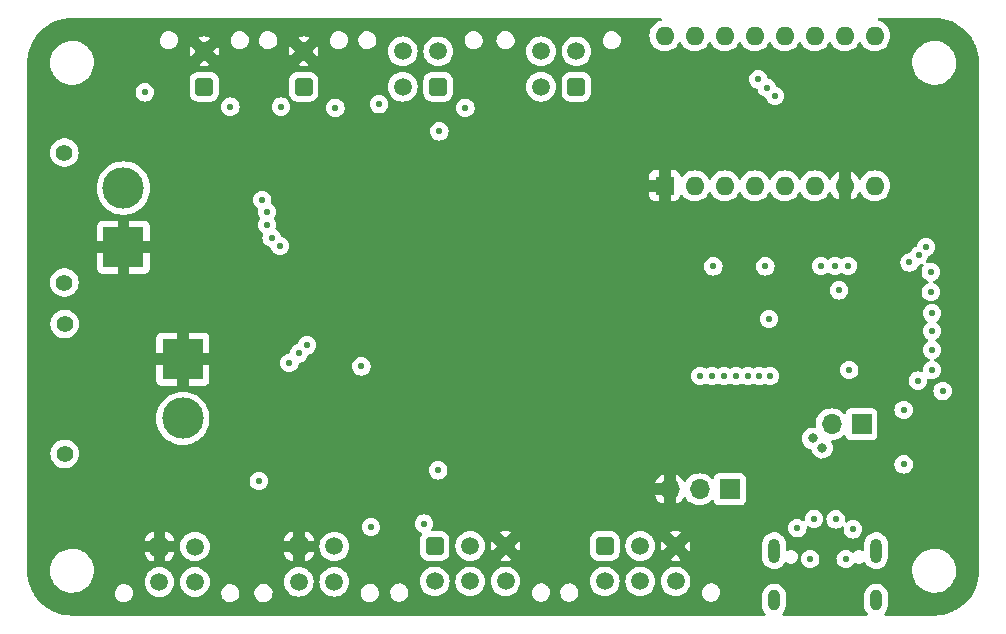
<source format=gbr>
%TF.GenerationSoftware,KiCad,Pcbnew,7.0.10-7.0.10~ubuntu22.04.1*%
%TF.CreationDate,2024-02-12T00:21:08+01:00*%
%TF.ProjectId,sdrac_board,73647261-635f-4626-9f61-72642e6b6963,2.0*%
%TF.SameCoordinates,Original*%
%TF.FileFunction,Copper,L2,Inr*%
%TF.FilePolarity,Positive*%
%FSLAX46Y46*%
G04 Gerber Fmt 4.6, Leading zero omitted, Abs format (unit mm)*
G04 Created by KiCad (PCBNEW 7.0.10-7.0.10~ubuntu22.04.1) date 2024-02-12 00:21:08*
%MOMM*%
%LPD*%
G01*
G04 APERTURE LIST*
G04 Aperture macros list*
%AMRoundRect*
0 Rectangle with rounded corners*
0 $1 Rounding radius*
0 $2 $3 $4 $5 $6 $7 $8 $9 X,Y pos of 4 corners*
0 Add a 4 corners polygon primitive as box body*
4,1,4,$2,$3,$4,$5,$6,$7,$8,$9,$2,$3,0*
0 Add four circle primitives for the rounded corners*
1,1,$1+$1,$2,$3*
1,1,$1+$1,$4,$5*
1,1,$1+$1,$6,$7*
1,1,$1+$1,$8,$9*
0 Add four rect primitives between the rounded corners*
20,1,$1+$1,$2,$3,$4,$5,0*
20,1,$1+$1,$4,$5,$6,$7,0*
20,1,$1+$1,$6,$7,$8,$9,0*
20,1,$1+$1,$8,$9,$2,$3,0*%
G04 Aperture macros list end*
%TA.AperFunction,ComponentPad*%
%ADD10RoundRect,0.250001X-0.499999X-0.499999X0.499999X-0.499999X0.499999X0.499999X-0.499999X0.499999X0*%
%TD*%
%TA.AperFunction,ComponentPad*%
%ADD11C,1.500000*%
%TD*%
%TA.AperFunction,ComponentPad*%
%ADD12C,1.400000*%
%TD*%
%TA.AperFunction,ComponentPad*%
%ADD13R,3.500000X3.500000*%
%TD*%
%TA.AperFunction,ComponentPad*%
%ADD14C,3.500000*%
%TD*%
%TA.AperFunction,ComponentPad*%
%ADD15RoundRect,0.250001X0.499999X0.499999X-0.499999X0.499999X-0.499999X-0.499999X0.499999X-0.499999X0*%
%TD*%
%TA.AperFunction,ComponentPad*%
%ADD16O,1.000000X2.100000*%
%TD*%
%TA.AperFunction,ComponentPad*%
%ADD17O,1.000000X1.800000*%
%TD*%
%TA.AperFunction,ComponentPad*%
%ADD18R,1.700000X1.700000*%
%TD*%
%TA.AperFunction,ComponentPad*%
%ADD19O,1.700000X1.700000*%
%TD*%
%TA.AperFunction,ComponentPad*%
%ADD20R,1.600000X1.600000*%
%TD*%
%TA.AperFunction,ComponentPad*%
%ADD21O,1.600000X1.600000*%
%TD*%
%TA.AperFunction,ViaPad*%
%ADD22C,0.550000*%
%TD*%
%TA.AperFunction,ViaPad*%
%ADD23C,0.800000*%
%TD*%
G04 APERTURE END LIST*
D10*
%TO.N,GND*%
%TO.C,U4*%
X9900000Y-37050000D03*
D11*
%TO.N,/CAN/CAN_5V*%
X12900000Y-37050000D03*
%TO.N,/CAN/CANH*%
X9900000Y-40050000D03*
%TO.N,/CAN/CANL*%
X12900000Y-40050000D03*
%TD*%
D12*
%TO.N,*%
%TO.C,J3*%
X1850000Y-14700000D03*
X1850000Y-3700000D03*
D13*
%TO.N,GND*%
X6850000Y-11700000D03*
D14*
%TO.N,VCC*%
X6850000Y-6700000D03*
%TD*%
D15*
%TO.N,/SteperMotor/STEPER_B2*%
%TO.C,J5*%
X45200000Y1880000D03*
D11*
%TO.N,/SteperMotor/STEPER_A2*%
X42200000Y1880000D03*
%TO.N,/SteperMotor/STEPER_A1*%
X45200000Y4880000D03*
%TO.N,/SteperMotor/STEPER_B1*%
X42200000Y4880000D03*
%TD*%
D12*
%TO.N,*%
%TO.C,J2*%
X1875000Y-29200000D03*
X1875000Y-18200000D03*
D13*
%TO.N,GND*%
X11875000Y-21200000D03*
D14*
%TO.N,VCC*%
X11875000Y-26200000D03*
%TD*%
D10*
%TO.N,+5V*%
%TO.C,J10*%
X33200000Y-37000000D03*
D11*
%TO.N,+3V3*%
X36200000Y-37000000D03*
%TO.N,GND*%
X39200000Y-37000000D03*
%TO.N,/MCU/Poz_zero_sens*%
X33200000Y-40000000D03*
%TO.N,/MCU/SCL*%
X36200000Y-40000000D03*
%TO.N,/MCU/SDA*%
X39200000Y-40000000D03*
%TD*%
D10*
%TO.N,+5V*%
%TO.C,J9*%
X47600000Y-37000000D03*
D11*
%TO.N,+3V3*%
X50600000Y-37000000D03*
%TO.N,GND*%
X53600000Y-37000000D03*
%TO.N,/MCU/Mag_enc_analog*%
X47600000Y-40000000D03*
%TO.N,/MCU/SCL*%
X50600000Y-40000000D03*
%TO.N,/MCU/SDA*%
X53600000Y-40000000D03*
%TD*%
D10*
%TO.N,GND*%
%TO.C,U5*%
X21700000Y-37040000D03*
D11*
%TO.N,/CAN/CAN_5V*%
X24700000Y-37040000D03*
%TO.N,/CAN/CANH*%
X21700000Y-40040000D03*
%TO.N,/CAN/CANL*%
X24700000Y-40040000D03*
%TD*%
D16*
%TO.N,Net-(J6-SHIELD)*%
%TO.C,J6*%
X61930000Y-37400000D03*
D17*
X61930000Y-41600000D03*
D16*
X70570000Y-37400000D03*
D17*
X70570000Y-41600000D03*
%TD*%
D18*
%TO.N,/MCU/SWDIO*%
%TO.C,J1*%
X58180000Y-32200000D03*
D19*
%TO.N,/MCU/SWCLK*%
X55640000Y-32200000D03*
%TO.N,GND*%
X53100000Y-32200000D03*
%TD*%
D11*
%TO.N,+5V*%
%TO.C,J4*%
X30500000Y4880000D03*
%TO.N,/SteperMotor/STEPER_DIRECTION*%
X33500000Y4880000D03*
%TO.N,/SteperMotor/STEPER_STEP*%
X30500000Y1880000D03*
D15*
%TO.N,/SteperMotor/STEPER_ENABLE*%
X33500000Y1880000D03*
%TD*%
D20*
%TO.N,GND*%
%TO.C,A1*%
X52680000Y-6500000D03*
D21*
%TO.N,+5V*%
X55220000Y-6500000D03*
%TO.N,/SteperMotor/STEPER_B1*%
X57760000Y-6500000D03*
%TO.N,/SteperMotor/STEPER_A1*%
X60300000Y-6500000D03*
%TO.N,/SteperMotor/STEPER_A2*%
X62840000Y-6500000D03*
%TO.N,/SteperMotor/STEPER_B2*%
X65380000Y-6500000D03*
%TO.N,GND*%
X67920000Y-6500000D03*
%TO.N,VCC*%
X70460000Y-6500000D03*
%TO.N,/SteperMotor/STEPER_ENABLE*%
X70460000Y6200000D03*
%TO.N,unconnected-(A1-MS1-Pad10)*%
X67920000Y6200000D03*
%TO.N,unconnected-(A1-MS2-Pad11)*%
X65380000Y6200000D03*
%TO.N,unconnected-(A1-MS3-Pad12)*%
X62840000Y6200000D03*
%TO.N,+5V*%
X60300000Y6200000D03*
X57760000Y6200000D03*
%TO.N,/SteperMotor/STEPER_STEP*%
X55220000Y6200000D03*
%TO.N,/SteperMotor/STEPER_DIRECTION*%
X52680000Y6200000D03*
%TD*%
D15*
%TO.N,/MCU/Temp_Eng*%
%TO.C,J7*%
X22100000Y1880000D03*
D11*
%TO.N,GND*%
X22100000Y4880000D03*
%TD*%
D15*
%TO.N,/MCU/Temp_Step*%
%TO.C,J8*%
X13700000Y1880000D03*
D11*
%TO.N,GND*%
X13700000Y4880000D03*
%TD*%
D18*
%TO.N,/MCU/PUL_SYNC*%
%TO.C,J11*%
X69340000Y-26700000D03*
D19*
%TO.N,/MCU/DIR_SYNC*%
X66800000Y-26700000D03*
%TD*%
D22*
%TO.N,Net-(R14-Pad2)*%
X18305000Y-31500000D03*
%TO.N,VCC*%
X33600000Y-1900000D03*
%TO.N,GND*%
X27400000Y0D03*
X26900000Y-11800000D03*
X63400000Y-13000000D03*
X78000000Y-7000000D03*
X31500000Y-15200000D03*
X36000000Y-15185995D03*
X10200000Y-14500000D03*
X51600000Y-14600000D03*
X19000000Y100000D03*
X27400000Y1300000D03*
X8400000Y-19900000D03*
X78300000Y-11000000D03*
X34900000Y-16600000D03*
X37900000Y-16100000D03*
X12700000Y-14500000D03*
X34100000Y-17300000D03*
X52150000Y-22602000D03*
X78000000Y-5700000D03*
X65300000Y1700000D03*
X37500000Y-25700000D03*
X34100000Y-15800000D03*
X37200000Y-12800000D03*
X11500000Y-15700000D03*
X27798000Y-29100000D03*
X61350000Y-15175000D03*
X41900000Y-25400000D03*
X7200000Y-21100000D03*
X36800000Y-16100000D03*
X72100000Y1700000D03*
X35965000Y-28600000D03*
X54600000Y-12700000D03*
X67000000Y-38300000D03*
X51500000Y-15598000D03*
X52100000Y-13200000D03*
X74900000Y-200000D03*
X74225000Y-27600000D03*
X37100000Y-15200000D03*
X78000000Y-8200000D03*
X32800000Y-12800000D03*
X78200000Y-27500000D03*
X34700000Y-12300000D03*
X28700000Y-8600000D03*
X49000000Y-26200000D03*
X5900000Y-19900000D03*
X52500000Y-15100000D03*
X57050000Y-15075000D03*
X51100000Y-17800000D03*
X20600000Y-9600000D03*
X50100000Y-26200000D03*
X42900000Y-26400000D03*
X10200000Y-15700000D03*
X66200000Y-29800000D03*
X53300000Y-26200000D03*
X5900000Y-21100000D03*
X78300000Y-12100000D03*
X38300000Y-26600000D03*
X50900000Y-22602000D03*
X7200000Y-19900000D03*
X62700000Y-35500000D03*
X34400000Y-9000000D03*
X77900000Y-3200000D03*
X31200000Y-34300000D03*
X6500000Y1300000D03*
X71750000Y-31250000D03*
X66600000Y1700000D03*
X69300000Y1700000D03*
X78000000Y-4500000D03*
X70200000Y-35400000D03*
X76200000Y-800000D03*
X77900000Y-1900000D03*
X39700000Y-25600000D03*
X8400000Y-21100000D03*
X11500000Y-14500000D03*
X59200000Y-12900000D03*
X38400000Y-15200000D03*
X50500000Y-14100000D03*
X50500000Y-15100000D03*
X40500000Y-26300000D03*
X70700000Y1700000D03*
X78000000Y-9200000D03*
X68000000Y1700000D03*
X51100000Y-19102000D03*
X12700000Y-15700000D03*
%TO.N,+5V*%
X68200000Y-13300000D03*
D23*
X66000000Y-28700000D03*
D22*
X20902500Y-21502500D03*
X56800000Y-13335500D03*
X62000000Y1100000D03*
X65900000Y-13298000D03*
X73400000Y-13000000D03*
X61200000Y-13335500D03*
X21700000Y-20700000D03*
X67100000Y-13300000D03*
X74800000Y-11700000D03*
X61300000Y1800000D03*
X22400000Y-20005000D03*
X60600000Y2500000D03*
D23*
X65200000Y-27900000D03*
D22*
X74200000Y-12400000D03*
%TO.N,/SteperMotor/STEPER_DIRECTION*%
X35800000Y100000D03*
%TO.N,/MCU/NRST*%
X8650000Y1400000D03*
%TO.N,+3V3*%
X28500000Y400000D03*
X33500000Y-30600000D03*
X27800000Y-35400000D03*
X32300000Y-35100000D03*
X24800000Y100000D03*
X59700000Y-22602000D03*
X61500000Y-17800000D03*
X20100000Y-11600000D03*
X60700000Y-22602000D03*
X58700000Y-22602000D03*
X72900000Y-25500000D03*
X19000000Y-8700000D03*
X68300000Y-22100000D03*
X19000000Y-9800000D03*
X55700000Y-22602000D03*
X57700000Y-22602000D03*
X19400000Y-10900000D03*
X27000000Y-21800000D03*
X18600000Y-7700000D03*
X20200000Y200000D03*
X74100000Y-23000000D03*
X61600000Y-22602000D03*
X15900000Y200000D03*
X56700000Y-22602000D03*
%TO.N,/USB/V_BUS*%
X68600000Y-35600000D03*
X63900000Y-35500000D03*
%TO.N,Net-(D3-A)*%
X75300000Y-18800000D03*
%TO.N,Net-(D4-A)*%
X75300000Y-20400000D03*
%TO.N,Net-(D5-A)*%
X75300000Y-17300000D03*
%TO.N,Net-(D6-A)*%
X75200000Y-15500000D03*
%TO.N,Net-(D7-A)*%
X75200000Y-13800000D03*
%TO.N,Net-(D8-A)*%
X75300000Y-22100000D03*
%TO.N,Net-(J6-CC1)*%
X65000000Y-38100000D03*
%TO.N,/USB/USB_CONN_D+*%
X67150000Y-34750000D03*
%TO.N,/USB/USB_CONN_D-*%
X65300000Y-34700000D03*
%TO.N,Net-(J6-CC2)*%
X68000000Y-38100000D03*
%TO.N,/MCU/USR_BTN*%
X72900000Y-30100000D03*
%TO.N,/MCU/Poz_zero_sens*%
X67438647Y-15368722D03*
%TO.N,Net-(R34-Pad1)*%
X76200000Y-23900000D03*
%TD*%
%TA.AperFunction,Conductor*%
%TO.N,GND*%
G36*
X52376627Y7679815D02*
G01*
X52422382Y7627011D01*
X52432326Y7557853D01*
X52403301Y7494297D01*
X52344523Y7456523D01*
X52341681Y7455725D01*
X52233511Y7426742D01*
X52233502Y7426739D01*
X52027267Y7330569D01*
X52027265Y7330568D01*
X51840858Y7200046D01*
X51679954Y7039142D01*
X51549432Y6852735D01*
X51549431Y6852733D01*
X51453261Y6646498D01*
X51453258Y6646489D01*
X51394366Y6426698D01*
X51394364Y6426687D01*
X51374532Y6200002D01*
X51374532Y6199999D01*
X51394364Y5973314D01*
X51394366Y5973303D01*
X51453258Y5753512D01*
X51453261Y5753503D01*
X51549431Y5547268D01*
X51549432Y5547266D01*
X51679954Y5360859D01*
X51840858Y5199955D01*
X51840861Y5199953D01*
X52027266Y5069432D01*
X52233504Y4973261D01*
X52453308Y4914365D01*
X52615230Y4900199D01*
X52679998Y4894532D01*
X52680000Y4894532D01*
X52680002Y4894532D01*
X52736673Y4899491D01*
X52906692Y4914365D01*
X53126496Y4973261D01*
X53332734Y5069432D01*
X53519139Y5199953D01*
X53680047Y5360861D01*
X53810568Y5547266D01*
X53837618Y5605276D01*
X53883790Y5657715D01*
X53950983Y5676867D01*
X54017865Y5656652D01*
X54062382Y5605275D01*
X54089429Y5547272D01*
X54089432Y5547266D01*
X54219954Y5360859D01*
X54380858Y5199955D01*
X54380861Y5199953D01*
X54567266Y5069432D01*
X54773504Y4973261D01*
X54993308Y4914365D01*
X55155230Y4900199D01*
X55219998Y4894532D01*
X55220000Y4894532D01*
X55220002Y4894532D01*
X55276673Y4899491D01*
X55446692Y4914365D01*
X55666496Y4973261D01*
X55872734Y5069432D01*
X56059139Y5199953D01*
X56220047Y5360861D01*
X56350568Y5547266D01*
X56377618Y5605276D01*
X56423790Y5657715D01*
X56490983Y5676867D01*
X56557865Y5656652D01*
X56602382Y5605275D01*
X56629429Y5547272D01*
X56629432Y5547266D01*
X56759954Y5360859D01*
X56920858Y5199955D01*
X56920861Y5199953D01*
X57107266Y5069432D01*
X57313504Y4973261D01*
X57533308Y4914365D01*
X57695230Y4900199D01*
X57759998Y4894532D01*
X57760000Y4894532D01*
X57760002Y4894532D01*
X57816673Y4899491D01*
X57986692Y4914365D01*
X58206496Y4973261D01*
X58412734Y5069432D01*
X58599139Y5199953D01*
X58760047Y5360861D01*
X58890568Y5547266D01*
X58917618Y5605276D01*
X58963790Y5657715D01*
X59030983Y5676867D01*
X59097865Y5656652D01*
X59142382Y5605275D01*
X59169429Y5547272D01*
X59169432Y5547266D01*
X59299954Y5360859D01*
X59460858Y5199955D01*
X59460861Y5199953D01*
X59647266Y5069432D01*
X59853504Y4973261D01*
X60073308Y4914365D01*
X60235230Y4900199D01*
X60299998Y4894532D01*
X60300000Y4894532D01*
X60300002Y4894532D01*
X60356673Y4899491D01*
X60526692Y4914365D01*
X60746496Y4973261D01*
X60952734Y5069432D01*
X61139139Y5199953D01*
X61300047Y5360861D01*
X61430568Y5547266D01*
X61457618Y5605276D01*
X61503790Y5657715D01*
X61570983Y5676867D01*
X61637865Y5656652D01*
X61682382Y5605275D01*
X61709429Y5547272D01*
X61709432Y5547266D01*
X61839954Y5360859D01*
X62000858Y5199955D01*
X62000861Y5199953D01*
X62187266Y5069432D01*
X62393504Y4973261D01*
X62613308Y4914365D01*
X62775230Y4900199D01*
X62839998Y4894532D01*
X62840000Y4894532D01*
X62840002Y4894532D01*
X62896673Y4899491D01*
X63066692Y4914365D01*
X63286496Y4973261D01*
X63492734Y5069432D01*
X63679139Y5199953D01*
X63840047Y5360861D01*
X63970568Y5547266D01*
X63997618Y5605276D01*
X64043790Y5657715D01*
X64110983Y5676867D01*
X64177865Y5656652D01*
X64222382Y5605275D01*
X64249429Y5547272D01*
X64249432Y5547266D01*
X64379954Y5360859D01*
X64540858Y5199955D01*
X64540861Y5199953D01*
X64727266Y5069432D01*
X64933504Y4973261D01*
X65153308Y4914365D01*
X65315230Y4900199D01*
X65379998Y4894532D01*
X65380000Y4894532D01*
X65380002Y4894532D01*
X65436673Y4899491D01*
X65606692Y4914365D01*
X65826496Y4973261D01*
X66032734Y5069432D01*
X66219139Y5199953D01*
X66380047Y5360861D01*
X66510568Y5547266D01*
X66537618Y5605276D01*
X66583790Y5657715D01*
X66650983Y5676867D01*
X66717865Y5656652D01*
X66762382Y5605275D01*
X66789429Y5547272D01*
X66789432Y5547266D01*
X66919954Y5360859D01*
X67080858Y5199955D01*
X67080861Y5199953D01*
X67267266Y5069432D01*
X67473504Y4973261D01*
X67693308Y4914365D01*
X67855230Y4900199D01*
X67919998Y4894532D01*
X67920000Y4894532D01*
X67920002Y4894532D01*
X67976673Y4899491D01*
X68146692Y4914365D01*
X68366496Y4973261D01*
X68572734Y5069432D01*
X68759139Y5199953D01*
X68920047Y5360861D01*
X69050568Y5547266D01*
X69077618Y5605276D01*
X69123790Y5657715D01*
X69190983Y5676867D01*
X69257865Y5656652D01*
X69302382Y5605275D01*
X69329429Y5547272D01*
X69329432Y5547266D01*
X69459954Y5360859D01*
X69620858Y5199955D01*
X69620861Y5199953D01*
X69807266Y5069432D01*
X70013504Y4973261D01*
X70233308Y4914365D01*
X70395230Y4900199D01*
X70459998Y4894532D01*
X70460000Y4894532D01*
X70460002Y4894532D01*
X70516673Y4899491D01*
X70686692Y4914365D01*
X70906496Y4973261D01*
X71112734Y5069432D01*
X71299139Y5199953D01*
X71460047Y5360861D01*
X71590568Y5547266D01*
X71686739Y5753504D01*
X71745635Y5973308D01*
X71765468Y6200000D01*
X71745635Y6426692D01*
X71686739Y6646496D01*
X71590568Y6852734D01*
X71460047Y7039139D01*
X71460045Y7039142D01*
X71299141Y7200046D01*
X71112734Y7330568D01*
X71112732Y7330569D01*
X70906497Y7426739D01*
X70906488Y7426742D01*
X70798319Y7455725D01*
X70738658Y7492090D01*
X70708129Y7554937D01*
X70716424Y7624312D01*
X70760909Y7678190D01*
X70827461Y7699465D01*
X70830412Y7699500D01*
X75460118Y7699500D01*
X75496948Y7699500D01*
X75503032Y7699351D01*
X75567797Y7696170D01*
X75866338Y7681503D01*
X75878440Y7680311D01*
X76235230Y7627387D01*
X76247140Y7625018D01*
X76597046Y7537371D01*
X76608663Y7533846D01*
X76948275Y7412331D01*
X76959497Y7407683D01*
X77285582Y7253457D01*
X77296290Y7247733D01*
X77484308Y7135039D01*
X77605659Y7062304D01*
X77615774Y7055546D01*
X77861403Y6873375D01*
X77905488Y6840679D01*
X77914894Y6832959D01*
X78182146Y6590736D01*
X78190735Y6582147D01*
X78278745Y6485043D01*
X78432958Y6314895D01*
X78440678Y6305489D01*
X78655543Y6015778D01*
X78662303Y6005660D01*
X78693472Y5953658D01*
X78836532Y5714976D01*
X78847725Y5696303D01*
X78853460Y5685575D01*
X78894290Y5599246D01*
X79007679Y5359505D01*
X79012334Y5348266D01*
X79111525Y5071045D01*
X79133840Y5008681D01*
X79137373Y4997036D01*
X79225014Y4647154D01*
X79227388Y4635218D01*
X79280309Y4278445D01*
X79281502Y4266336D01*
X79299351Y3903033D01*
X79299500Y3896948D01*
X79299500Y-39096947D01*
X79299351Y-39103032D01*
X79281502Y-39466335D01*
X79280309Y-39478444D01*
X79227388Y-39835217D01*
X79225014Y-39847153D01*
X79137373Y-40197035D01*
X79133840Y-40208680D01*
X79012335Y-40548262D01*
X79007679Y-40559504D01*
X78853462Y-40885570D01*
X78847725Y-40896302D01*
X78662303Y-41205659D01*
X78655543Y-41215777D01*
X78440678Y-41505488D01*
X78432958Y-41514894D01*
X78190743Y-41782138D01*
X78182138Y-41790743D01*
X77914894Y-42032958D01*
X77905488Y-42040678D01*
X77615777Y-42255543D01*
X77605659Y-42262303D01*
X77296302Y-42447725D01*
X77285570Y-42453462D01*
X76959504Y-42607679D01*
X76948262Y-42612335D01*
X76608680Y-42733840D01*
X76597035Y-42737373D01*
X76247153Y-42825014D01*
X76235217Y-42827388D01*
X75878444Y-42880309D01*
X75866335Y-42881502D01*
X75503033Y-42899351D01*
X75496948Y-42899500D01*
X71386329Y-42899500D01*
X71319290Y-42879815D01*
X71273535Y-42827011D01*
X71263591Y-42757853D01*
X71292616Y-42694297D01*
X71300896Y-42685627D01*
X71305415Y-42681330D01*
X71333053Y-42655059D01*
X71449295Y-42488049D01*
X71529540Y-42301058D01*
X71570500Y-42101741D01*
X71570500Y-41149258D01*
X71566880Y-41113653D01*
X71555074Y-40997560D01*
X71494162Y-40803420D01*
X71494160Y-40803416D01*
X71494159Y-40803412D01*
X71395409Y-40625498D01*
X71395408Y-40625497D01*
X71395407Y-40625495D01*
X71262867Y-40471106D01*
X71262865Y-40471104D01*
X71101962Y-40346554D01*
X71101959Y-40346553D01*
X71101958Y-40346552D01*
X70919271Y-40256940D01*
X70722285Y-40205937D01*
X70722287Y-40205937D01*
X70586804Y-40199066D01*
X70519064Y-40195631D01*
X70519063Y-40195631D01*
X70519061Y-40195631D01*
X70317936Y-40226442D01*
X70317924Y-40226445D01*
X70127118Y-40297111D01*
X70127111Y-40297115D01*
X69954432Y-40404745D01*
X69954427Y-40404749D01*
X69806949Y-40544938D01*
X69806948Y-40544940D01*
X69690705Y-40711949D01*
X69610459Y-40898943D01*
X69569500Y-41098258D01*
X69569500Y-42050743D01*
X69584925Y-42202439D01*
X69645837Y-42396579D01*
X69645844Y-42396594D01*
X69696605Y-42488049D01*
X69744591Y-42574502D01*
X69847804Y-42694730D01*
X69876536Y-42758418D01*
X69866274Y-42827530D01*
X69820277Y-42880123D01*
X69753718Y-42899500D01*
X62746329Y-42899500D01*
X62679290Y-42879815D01*
X62633535Y-42827011D01*
X62623591Y-42757853D01*
X62652616Y-42694297D01*
X62660896Y-42685627D01*
X62665415Y-42681330D01*
X62693053Y-42655059D01*
X62809295Y-42488049D01*
X62889540Y-42301058D01*
X62930500Y-42101741D01*
X62930500Y-41149258D01*
X62926880Y-41113653D01*
X62915074Y-40997560D01*
X62854162Y-40803420D01*
X62854160Y-40803416D01*
X62854159Y-40803412D01*
X62755409Y-40625498D01*
X62755408Y-40625497D01*
X62755407Y-40625495D01*
X62622867Y-40471106D01*
X62622865Y-40471104D01*
X62461962Y-40346554D01*
X62461959Y-40346553D01*
X62461958Y-40346552D01*
X62279271Y-40256940D01*
X62082285Y-40205937D01*
X62082287Y-40205937D01*
X61946804Y-40199066D01*
X61879064Y-40195631D01*
X61879063Y-40195631D01*
X61879061Y-40195631D01*
X61677936Y-40226442D01*
X61677924Y-40226445D01*
X61487118Y-40297111D01*
X61487111Y-40297115D01*
X61314432Y-40404745D01*
X61314427Y-40404749D01*
X61166949Y-40544938D01*
X61166948Y-40544940D01*
X61050705Y-40711949D01*
X60970459Y-40898943D01*
X60929500Y-41098258D01*
X60929500Y-42050743D01*
X60944925Y-42202439D01*
X61005837Y-42396579D01*
X61005844Y-42396594D01*
X61056605Y-42488049D01*
X61104591Y-42574502D01*
X61207804Y-42694730D01*
X61236536Y-42758418D01*
X61226274Y-42827530D01*
X61180277Y-42880123D01*
X61113718Y-42899500D01*
X2503052Y-42899500D01*
X2496967Y-42899351D01*
X2133664Y-42881502D01*
X2121555Y-42880309D01*
X1764782Y-42827388D01*
X1752846Y-42825014D01*
X1402964Y-42737373D01*
X1391323Y-42733841D01*
X1051734Y-42612334D01*
X1040495Y-42607679D01*
X787560Y-42488050D01*
X714425Y-42453460D01*
X703702Y-42447727D01*
X394340Y-42262303D01*
X384222Y-42255543D01*
X94511Y-42040678D01*
X85105Y-42032958D01*
X42479Y-41994324D01*
X-182147Y-41790735D01*
X-190736Y-41782146D01*
X-432959Y-41514894D01*
X-440679Y-41505488D01*
X-462259Y-41476391D01*
X-655546Y-41215774D01*
X-662304Y-41205659D01*
X-689223Y-41160747D01*
X-764741Y-41034754D01*
X6131598Y-41034754D01*
X6162630Y-41210747D01*
X6162631Y-41210750D01*
X6162632Y-41210754D01*
X6233417Y-41374852D01*
X6233418Y-41374854D01*
X6233420Y-41374857D01*
X6302914Y-41468203D01*
X6340138Y-41518203D01*
X6477041Y-41633078D01*
X6537188Y-41663285D01*
X6636745Y-41713285D01*
X6810642Y-41754500D01*
X6810643Y-41754500D01*
X6944517Y-41754500D01*
X6944524Y-41754500D01*
X7077506Y-41738957D01*
X7245443Y-41677833D01*
X7394756Y-41579627D01*
X7517397Y-41449635D01*
X7606755Y-41294864D01*
X7658010Y-41123658D01*
X7668402Y-40945246D01*
X7637368Y-40769246D01*
X7566583Y-40605148D01*
X7559138Y-40595148D01*
X7477037Y-40484867D01*
X7459862Y-40461797D01*
X7447944Y-40451797D01*
X7322959Y-40346922D01*
X7322957Y-40346921D01*
X7163254Y-40266714D01*
X6989358Y-40225500D01*
X6989357Y-40225500D01*
X6855476Y-40225500D01*
X6752045Y-40237589D01*
X6722492Y-40241043D01*
X6722490Y-40241044D01*
X6554557Y-40302166D01*
X6554556Y-40302166D01*
X6405246Y-40400371D01*
X6405240Y-40400376D01*
X6282604Y-40530363D01*
X6282600Y-40530368D01*
X6193246Y-40685133D01*
X6193245Y-40685135D01*
X6193245Y-40685136D01*
X6182347Y-40721540D01*
X6141991Y-40856338D01*
X6141989Y-40856346D01*
X6131598Y-41034753D01*
X6131598Y-41034754D01*
X-764741Y-41034754D01*
X-847733Y-40896290D01*
X-853457Y-40885582D01*
X-1007683Y-40559497D01*
X-1012331Y-40548275D01*
X-1133846Y-40208663D01*
X-1137371Y-40197046D01*
X-1225018Y-39847140D01*
X-1227387Y-39835230D01*
X-1280311Y-39478440D01*
X-1281503Y-39466334D01*
X-1284155Y-39412361D01*
X-1296164Y-39167909D01*
X641779Y-39167909D01*
X671468Y-39437735D01*
X671470Y-39437748D01*
X719291Y-39620668D01*
X740132Y-39700384D01*
X846303Y-39950224D01*
X907193Y-40049997D01*
X987716Y-40181940D01*
X987717Y-40181942D01*
X1059318Y-40267979D01*
X1124707Y-40346552D01*
X1161369Y-40390605D01*
X1185021Y-40411797D01*
X1363546Y-40571757D01*
X1589947Y-40721542D01*
X1835743Y-40836767D01*
X2095697Y-40914975D01*
X2364268Y-40954500D01*
X2364273Y-40954500D01*
X2567779Y-40954500D01*
X2567781Y-40954500D01*
X2567786Y-40954499D01*
X2567798Y-40954499D01*
X2605424Y-40951744D01*
X2770740Y-40939645D01*
X2881488Y-40914975D01*
X3035702Y-40880623D01*
X3035704Y-40880622D01*
X3035709Y-40880621D01*
X3289261Y-40783646D01*
X3525991Y-40650786D01*
X3740853Y-40484875D01*
X3929269Y-40289447D01*
X4087223Y-40068668D01*
X4096821Y-40050000D01*
X8644723Y-40050000D01*
X8662827Y-40256940D01*
X8663793Y-40267975D01*
X8663793Y-40267979D01*
X8720422Y-40479322D01*
X8720424Y-40479326D01*
X8720425Y-40479330D01*
X8751020Y-40544941D01*
X8812897Y-40677638D01*
X8812898Y-40677639D01*
X8938402Y-40856877D01*
X9093123Y-41011598D01*
X9272361Y-41137102D01*
X9470670Y-41229575D01*
X9682023Y-41286207D01*
X9864926Y-41302208D01*
X9899998Y-41305277D01*
X9900000Y-41305277D01*
X9900002Y-41305277D01*
X9928254Y-41302805D01*
X10117977Y-41286207D01*
X10329330Y-41229575D01*
X10527639Y-41137102D01*
X10706877Y-41011598D01*
X10861598Y-40856877D01*
X10987102Y-40677639D01*
X11079575Y-40479330D01*
X11136207Y-40267977D01*
X11155277Y-40050000D01*
X11644723Y-40050000D01*
X11662827Y-40256940D01*
X11663793Y-40267975D01*
X11663793Y-40267979D01*
X11720422Y-40479322D01*
X11720424Y-40479326D01*
X11720425Y-40479330D01*
X11751020Y-40544941D01*
X11812897Y-40677638D01*
X11812898Y-40677639D01*
X11938402Y-40856877D01*
X12093123Y-41011598D01*
X12272361Y-41137102D01*
X12470670Y-41229575D01*
X12682023Y-41286207D01*
X12864926Y-41302208D01*
X12899998Y-41305277D01*
X12900000Y-41305277D01*
X12900002Y-41305277D01*
X12928254Y-41302805D01*
X13117977Y-41286207D01*
X13329330Y-41229575D01*
X13527639Y-41137102D01*
X13673807Y-41034754D01*
X15131598Y-41034754D01*
X15162630Y-41210747D01*
X15162631Y-41210750D01*
X15162632Y-41210754D01*
X15233417Y-41374852D01*
X15233418Y-41374854D01*
X15233420Y-41374857D01*
X15302914Y-41468203D01*
X15340138Y-41518203D01*
X15477041Y-41633078D01*
X15537188Y-41663285D01*
X15636745Y-41713285D01*
X15810642Y-41754500D01*
X15810643Y-41754500D01*
X15944517Y-41754500D01*
X15944524Y-41754500D01*
X16077506Y-41738957D01*
X16245443Y-41677833D01*
X16394756Y-41579627D01*
X16517397Y-41449635D01*
X16606755Y-41294864D01*
X16658010Y-41123658D01*
X16663771Y-41024754D01*
X17931598Y-41024754D01*
X17962630Y-41200747D01*
X17962631Y-41200750D01*
X17962632Y-41200754D01*
X18033417Y-41364852D01*
X18033418Y-41364854D01*
X18033420Y-41364857D01*
X18096536Y-41449636D01*
X18140138Y-41508203D01*
X18277041Y-41623078D01*
X18296951Y-41633077D01*
X18436745Y-41703285D01*
X18610642Y-41744500D01*
X18610643Y-41744500D01*
X18744517Y-41744500D01*
X18744524Y-41744500D01*
X18877506Y-41728957D01*
X19045443Y-41667833D01*
X19194756Y-41569627D01*
X19317397Y-41439635D01*
X19406755Y-41284864D01*
X19458010Y-41113658D01*
X19468402Y-40935246D01*
X19437368Y-40759246D01*
X19366583Y-40595148D01*
X19349168Y-40571756D01*
X19280360Y-40479331D01*
X19259862Y-40451797D01*
X19203787Y-40404745D01*
X19122959Y-40336922D01*
X19122957Y-40336921D01*
X18963254Y-40256714D01*
X18789358Y-40215500D01*
X18789357Y-40215500D01*
X18655476Y-40215500D01*
X18552045Y-40227589D01*
X18522492Y-40231043D01*
X18522490Y-40231044D01*
X18354557Y-40292166D01*
X18354556Y-40292166D01*
X18205246Y-40390371D01*
X18205240Y-40390376D01*
X18082604Y-40520363D01*
X18082600Y-40520368D01*
X17993246Y-40675133D01*
X17993245Y-40675135D01*
X17993245Y-40675136D01*
X17980040Y-40719246D01*
X17941991Y-40846338D01*
X17941989Y-40846346D01*
X17931598Y-41024753D01*
X17931598Y-41024754D01*
X16663771Y-41024754D01*
X16668402Y-40945246D01*
X16637368Y-40769246D01*
X16566583Y-40605148D01*
X16559138Y-40595148D01*
X16477037Y-40484867D01*
X16459862Y-40461797D01*
X16447944Y-40451797D01*
X16322959Y-40346922D01*
X16322957Y-40346921D01*
X16163254Y-40266714D01*
X15989358Y-40225500D01*
X15989357Y-40225500D01*
X15855476Y-40225500D01*
X15752045Y-40237589D01*
X15722492Y-40241043D01*
X15722490Y-40241044D01*
X15554557Y-40302166D01*
X15554556Y-40302166D01*
X15405246Y-40400371D01*
X15405240Y-40400376D01*
X15282604Y-40530363D01*
X15282600Y-40530368D01*
X15193246Y-40685133D01*
X15193245Y-40685135D01*
X15193245Y-40685136D01*
X15182347Y-40721540D01*
X15141991Y-40856338D01*
X15141989Y-40856346D01*
X15131598Y-41034753D01*
X15131598Y-41034754D01*
X13673807Y-41034754D01*
X13706877Y-41011598D01*
X13861598Y-40856877D01*
X13987102Y-40677639D01*
X14079575Y-40479330D01*
X14136207Y-40267977D01*
X14155277Y-40050000D01*
X14154402Y-40040002D01*
X20444723Y-40040002D01*
X20445598Y-40050000D01*
X20461034Y-40226445D01*
X20463793Y-40257975D01*
X20463793Y-40257979D01*
X20520422Y-40469322D01*
X20520424Y-40469326D01*
X20520425Y-40469330D01*
X20555682Y-40544938D01*
X20612897Y-40667638D01*
X20637998Y-40703486D01*
X20738402Y-40846877D01*
X20893123Y-41001598D01*
X21072361Y-41127102D01*
X21270670Y-41219575D01*
X21482023Y-41276207D01*
X21664926Y-41292208D01*
X21699998Y-41295277D01*
X21700000Y-41295277D01*
X21700002Y-41295277D01*
X21728254Y-41292805D01*
X21917977Y-41276207D01*
X22129330Y-41219575D01*
X22327639Y-41127102D01*
X22506877Y-41001598D01*
X22661598Y-40846877D01*
X22787102Y-40667639D01*
X22879575Y-40469330D01*
X22936207Y-40257977D01*
X22954402Y-40050000D01*
X22955277Y-40040002D01*
X23444723Y-40040002D01*
X23445598Y-40050000D01*
X23461034Y-40226445D01*
X23463793Y-40257975D01*
X23463793Y-40257979D01*
X23520422Y-40469322D01*
X23520424Y-40469326D01*
X23520425Y-40469330D01*
X23555682Y-40544938D01*
X23612897Y-40667638D01*
X23637998Y-40703486D01*
X23738402Y-40846877D01*
X23893123Y-41001598D01*
X24072361Y-41127102D01*
X24270670Y-41219575D01*
X24482023Y-41276207D01*
X24664926Y-41292208D01*
X24699998Y-41295277D01*
X24700000Y-41295277D01*
X24700002Y-41295277D01*
X24728254Y-41292805D01*
X24917977Y-41276207D01*
X25129330Y-41219575D01*
X25327639Y-41127102D01*
X25473807Y-41024754D01*
X26931598Y-41024754D01*
X26962630Y-41200747D01*
X26962631Y-41200750D01*
X26962632Y-41200754D01*
X27033417Y-41364852D01*
X27033418Y-41364854D01*
X27033420Y-41364857D01*
X27096536Y-41449636D01*
X27140138Y-41508203D01*
X27277041Y-41623078D01*
X27296951Y-41633077D01*
X27436745Y-41703285D01*
X27610642Y-41744500D01*
X27610643Y-41744500D01*
X27744517Y-41744500D01*
X27744524Y-41744500D01*
X27877506Y-41728957D01*
X28045443Y-41667833D01*
X28194756Y-41569627D01*
X28317397Y-41439635D01*
X28406755Y-41284864D01*
X28458010Y-41113658D01*
X28465518Y-40984754D01*
X29431598Y-40984754D01*
X29462630Y-41160747D01*
X29462631Y-41160750D01*
X29462632Y-41160754D01*
X29533417Y-41324852D01*
X29533418Y-41324854D01*
X29533420Y-41324857D01*
X29626312Y-41449631D01*
X29640138Y-41468203D01*
X29777041Y-41583078D01*
X29856685Y-41623077D01*
X29936745Y-41663285D01*
X30110642Y-41704500D01*
X30110643Y-41704500D01*
X30244517Y-41704500D01*
X30244524Y-41704500D01*
X30377506Y-41688957D01*
X30545443Y-41627833D01*
X30694756Y-41529627D01*
X30817397Y-41399635D01*
X30906755Y-41244864D01*
X30958010Y-41073658D01*
X30968402Y-40895246D01*
X30937368Y-40719246D01*
X30866583Y-40555148D01*
X30858984Y-40544941D01*
X30789640Y-40451796D01*
X30759862Y-40411797D01*
X30746247Y-40400373D01*
X30622959Y-40296922D01*
X30622957Y-40296921D01*
X30463254Y-40216714D01*
X30289358Y-40175500D01*
X30289357Y-40175500D01*
X30155476Y-40175500D01*
X30052045Y-40187589D01*
X30022492Y-40191043D01*
X30022490Y-40191044D01*
X29854557Y-40252166D01*
X29854556Y-40252166D01*
X29705246Y-40350371D01*
X29705240Y-40350376D01*
X29582604Y-40480363D01*
X29582600Y-40480368D01*
X29493246Y-40635133D01*
X29441991Y-40806338D01*
X29441989Y-40806346D01*
X29431598Y-40984753D01*
X29431598Y-40984754D01*
X28465518Y-40984754D01*
X28468402Y-40935246D01*
X28437368Y-40759246D01*
X28366583Y-40595148D01*
X28349168Y-40571756D01*
X28280360Y-40479331D01*
X28259862Y-40451797D01*
X28203787Y-40404745D01*
X28122959Y-40336922D01*
X28122957Y-40336921D01*
X27963254Y-40256714D01*
X27789358Y-40215500D01*
X27789357Y-40215500D01*
X27655476Y-40215500D01*
X27552045Y-40227589D01*
X27522492Y-40231043D01*
X27522490Y-40231044D01*
X27354557Y-40292166D01*
X27354556Y-40292166D01*
X27205246Y-40390371D01*
X27205240Y-40390376D01*
X27082604Y-40520363D01*
X27082600Y-40520368D01*
X26993246Y-40675133D01*
X26993245Y-40675135D01*
X26993245Y-40675136D01*
X26980040Y-40719246D01*
X26941991Y-40846338D01*
X26941989Y-40846346D01*
X26931598Y-41024753D01*
X26931598Y-41024754D01*
X25473807Y-41024754D01*
X25506877Y-41001598D01*
X25661598Y-40846877D01*
X25787102Y-40667639D01*
X25879575Y-40469330D01*
X25936207Y-40257977D01*
X25954402Y-40050000D01*
X25955277Y-40040002D01*
X25955277Y-40039997D01*
X25951778Y-40000002D01*
X31944723Y-40000002D01*
X31950731Y-40068670D01*
X31960640Y-40181942D01*
X31963793Y-40217975D01*
X31963793Y-40217979D01*
X32020422Y-40429322D01*
X32020424Y-40429326D01*
X32020425Y-40429330D01*
X32046323Y-40484869D01*
X32112897Y-40627638D01*
X32112898Y-40627639D01*
X32238402Y-40806877D01*
X32393123Y-40961598D01*
X32572361Y-41087102D01*
X32770670Y-41179575D01*
X32982023Y-41236207D01*
X33164926Y-41252208D01*
X33199998Y-41255277D01*
X33200000Y-41255277D01*
X33200002Y-41255277D01*
X33228254Y-41252805D01*
X33417977Y-41236207D01*
X33629330Y-41179575D01*
X33827639Y-41087102D01*
X34006877Y-40961598D01*
X34161598Y-40806877D01*
X34287102Y-40627639D01*
X34379575Y-40429330D01*
X34436207Y-40217977D01*
X34455277Y-40000002D01*
X34944723Y-40000002D01*
X34950731Y-40068670D01*
X34960640Y-40181942D01*
X34963793Y-40217975D01*
X34963793Y-40217979D01*
X35020422Y-40429322D01*
X35020424Y-40429326D01*
X35020425Y-40429330D01*
X35046323Y-40484869D01*
X35112897Y-40627638D01*
X35112898Y-40627639D01*
X35238402Y-40806877D01*
X35393123Y-40961598D01*
X35572361Y-41087102D01*
X35770670Y-41179575D01*
X35982023Y-41236207D01*
X36164926Y-41252208D01*
X36199998Y-41255277D01*
X36200000Y-41255277D01*
X36200002Y-41255277D01*
X36228254Y-41252805D01*
X36417977Y-41236207D01*
X36629330Y-41179575D01*
X36827639Y-41087102D01*
X37006877Y-40961598D01*
X37161598Y-40806877D01*
X37287102Y-40627639D01*
X37379575Y-40429330D01*
X37436207Y-40217977D01*
X37455277Y-40000002D01*
X37944723Y-40000002D01*
X37950731Y-40068670D01*
X37960640Y-40181942D01*
X37963793Y-40217975D01*
X37963793Y-40217979D01*
X38020422Y-40429322D01*
X38020424Y-40429326D01*
X38020425Y-40429330D01*
X38046323Y-40484869D01*
X38112897Y-40627638D01*
X38112898Y-40627639D01*
X38238402Y-40806877D01*
X38393123Y-40961598D01*
X38572361Y-41087102D01*
X38770670Y-41179575D01*
X38982023Y-41236207D01*
X39164926Y-41252208D01*
X39199998Y-41255277D01*
X39200000Y-41255277D01*
X39200002Y-41255277D01*
X39228254Y-41252805D01*
X39417977Y-41236207D01*
X39629330Y-41179575D01*
X39827639Y-41087102D01*
X39973807Y-40984754D01*
X41431598Y-40984754D01*
X41462630Y-41160747D01*
X41462631Y-41160750D01*
X41462632Y-41160754D01*
X41533417Y-41324852D01*
X41533418Y-41324854D01*
X41533420Y-41324857D01*
X41626312Y-41449631D01*
X41640138Y-41468203D01*
X41777041Y-41583078D01*
X41856685Y-41623077D01*
X41936745Y-41663285D01*
X42110642Y-41704500D01*
X42110643Y-41704500D01*
X42244517Y-41704500D01*
X42244524Y-41704500D01*
X42377506Y-41688957D01*
X42545443Y-41627833D01*
X42694756Y-41529627D01*
X42817397Y-41399635D01*
X42906755Y-41244864D01*
X42958010Y-41073658D01*
X42963188Y-40984754D01*
X43831598Y-40984754D01*
X43862630Y-41160747D01*
X43862631Y-41160750D01*
X43862632Y-41160754D01*
X43933417Y-41324852D01*
X43933418Y-41324854D01*
X43933420Y-41324857D01*
X44026312Y-41449631D01*
X44040138Y-41468203D01*
X44177041Y-41583078D01*
X44256685Y-41623077D01*
X44336745Y-41663285D01*
X44510642Y-41704500D01*
X44510643Y-41704500D01*
X44644517Y-41704500D01*
X44644524Y-41704500D01*
X44777506Y-41688957D01*
X44945443Y-41627833D01*
X45094756Y-41529627D01*
X45217397Y-41399635D01*
X45306755Y-41244864D01*
X45358010Y-41073658D01*
X45368402Y-40895246D01*
X45337368Y-40719246D01*
X45266583Y-40555148D01*
X45258984Y-40544941D01*
X45189640Y-40451796D01*
X45159862Y-40411797D01*
X45146247Y-40400373D01*
X45022959Y-40296922D01*
X45022957Y-40296921D01*
X44863254Y-40216714D01*
X44689358Y-40175500D01*
X44689357Y-40175500D01*
X44555476Y-40175500D01*
X44452045Y-40187589D01*
X44422492Y-40191043D01*
X44422490Y-40191044D01*
X44254557Y-40252166D01*
X44254556Y-40252166D01*
X44105246Y-40350371D01*
X44105240Y-40350376D01*
X43982604Y-40480363D01*
X43982600Y-40480368D01*
X43893246Y-40635133D01*
X43841991Y-40806338D01*
X43841989Y-40806346D01*
X43831598Y-40984753D01*
X43831598Y-40984754D01*
X42963188Y-40984754D01*
X42968402Y-40895246D01*
X42937368Y-40719246D01*
X42866583Y-40555148D01*
X42858984Y-40544941D01*
X42789640Y-40451796D01*
X42759862Y-40411797D01*
X42746247Y-40400373D01*
X42622959Y-40296922D01*
X42622957Y-40296921D01*
X42463254Y-40216714D01*
X42289358Y-40175500D01*
X42289357Y-40175500D01*
X42155476Y-40175500D01*
X42052045Y-40187589D01*
X42022492Y-40191043D01*
X42022490Y-40191044D01*
X41854557Y-40252166D01*
X41854556Y-40252166D01*
X41705246Y-40350371D01*
X41705240Y-40350376D01*
X41582604Y-40480363D01*
X41582600Y-40480368D01*
X41493246Y-40635133D01*
X41441991Y-40806338D01*
X41441989Y-40806346D01*
X41431598Y-40984753D01*
X41431598Y-40984754D01*
X39973807Y-40984754D01*
X40006877Y-40961598D01*
X40161598Y-40806877D01*
X40287102Y-40627639D01*
X40379575Y-40429330D01*
X40436207Y-40217977D01*
X40455277Y-40000002D01*
X46344723Y-40000002D01*
X46350731Y-40068670D01*
X46360640Y-40181942D01*
X46363793Y-40217975D01*
X46363793Y-40217979D01*
X46420422Y-40429322D01*
X46420424Y-40429326D01*
X46420425Y-40429330D01*
X46446323Y-40484869D01*
X46512897Y-40627638D01*
X46512898Y-40627639D01*
X46638402Y-40806877D01*
X46793123Y-40961598D01*
X46972361Y-41087102D01*
X47170670Y-41179575D01*
X47382023Y-41236207D01*
X47564926Y-41252208D01*
X47599998Y-41255277D01*
X47600000Y-41255277D01*
X47600002Y-41255277D01*
X47628254Y-41252805D01*
X47817977Y-41236207D01*
X48029330Y-41179575D01*
X48227639Y-41087102D01*
X48406877Y-40961598D01*
X48561598Y-40806877D01*
X48687102Y-40627639D01*
X48779575Y-40429330D01*
X48836207Y-40217977D01*
X48855277Y-40000002D01*
X49344723Y-40000002D01*
X49350731Y-40068670D01*
X49360640Y-40181942D01*
X49363793Y-40217975D01*
X49363793Y-40217979D01*
X49420422Y-40429322D01*
X49420424Y-40429326D01*
X49420425Y-40429330D01*
X49446323Y-40484869D01*
X49512897Y-40627638D01*
X49512898Y-40627639D01*
X49638402Y-40806877D01*
X49793123Y-40961598D01*
X49972361Y-41087102D01*
X50170670Y-41179575D01*
X50382023Y-41236207D01*
X50564926Y-41252208D01*
X50599998Y-41255277D01*
X50600000Y-41255277D01*
X50600002Y-41255277D01*
X50628254Y-41252805D01*
X50817977Y-41236207D01*
X51029330Y-41179575D01*
X51227639Y-41087102D01*
X51406877Y-40961598D01*
X51561598Y-40806877D01*
X51687102Y-40627639D01*
X51779575Y-40429330D01*
X51836207Y-40217977D01*
X51855277Y-40000002D01*
X52344723Y-40000002D01*
X52350731Y-40068670D01*
X52360640Y-40181942D01*
X52363793Y-40217975D01*
X52363793Y-40217979D01*
X52420422Y-40429322D01*
X52420424Y-40429326D01*
X52420425Y-40429330D01*
X52446323Y-40484869D01*
X52512897Y-40627638D01*
X52512898Y-40627639D01*
X52638402Y-40806877D01*
X52793123Y-40961598D01*
X52972361Y-41087102D01*
X53170670Y-41179575D01*
X53382023Y-41236207D01*
X53564926Y-41252208D01*
X53599998Y-41255277D01*
X53600000Y-41255277D01*
X53600002Y-41255277D01*
X53628254Y-41252805D01*
X53817977Y-41236207D01*
X54029330Y-41179575D01*
X54227639Y-41087102D01*
X54373807Y-40984754D01*
X55831598Y-40984754D01*
X55862630Y-41160747D01*
X55862631Y-41160750D01*
X55862632Y-41160754D01*
X55933417Y-41324852D01*
X55933418Y-41324854D01*
X55933420Y-41324857D01*
X56026312Y-41449631D01*
X56040138Y-41468203D01*
X56177041Y-41583078D01*
X56256685Y-41623077D01*
X56336745Y-41663285D01*
X56510642Y-41704500D01*
X56510643Y-41704500D01*
X56644517Y-41704500D01*
X56644524Y-41704500D01*
X56777506Y-41688957D01*
X56945443Y-41627833D01*
X57094756Y-41529627D01*
X57217397Y-41399635D01*
X57306755Y-41244864D01*
X57358010Y-41073658D01*
X57368402Y-40895246D01*
X57337368Y-40719246D01*
X57266583Y-40555148D01*
X57258984Y-40544941D01*
X57189640Y-40451796D01*
X57159862Y-40411797D01*
X57146247Y-40400373D01*
X57022959Y-40296922D01*
X57022957Y-40296921D01*
X56863254Y-40216714D01*
X56689358Y-40175500D01*
X56689357Y-40175500D01*
X56555476Y-40175500D01*
X56452045Y-40187589D01*
X56422492Y-40191043D01*
X56422490Y-40191044D01*
X56254557Y-40252166D01*
X56254556Y-40252166D01*
X56105246Y-40350371D01*
X56105240Y-40350376D01*
X55982604Y-40480363D01*
X55982600Y-40480368D01*
X55893246Y-40635133D01*
X55841991Y-40806338D01*
X55841989Y-40806346D01*
X55831598Y-40984753D01*
X55831598Y-40984754D01*
X54373807Y-40984754D01*
X54406877Y-40961598D01*
X54561598Y-40806877D01*
X54687102Y-40627639D01*
X54779575Y-40429330D01*
X54836207Y-40217977D01*
X54855277Y-40000000D01*
X54836207Y-39782023D01*
X54792974Y-39620677D01*
X54779577Y-39570677D01*
X54779576Y-39570676D01*
X54779575Y-39570670D01*
X54687102Y-39372362D01*
X54687100Y-39372359D01*
X54687099Y-39372357D01*
X54561599Y-39193124D01*
X54536384Y-39167909D01*
X73641779Y-39167909D01*
X73671468Y-39437735D01*
X73671470Y-39437748D01*
X73719291Y-39620668D01*
X73740132Y-39700384D01*
X73846303Y-39950224D01*
X73907193Y-40049997D01*
X73987716Y-40181940D01*
X73987717Y-40181942D01*
X74059318Y-40267979D01*
X74124707Y-40346552D01*
X74161369Y-40390605D01*
X74185021Y-40411797D01*
X74363546Y-40571757D01*
X74589947Y-40721542D01*
X74835743Y-40836767D01*
X75095697Y-40914975D01*
X75364268Y-40954500D01*
X75364273Y-40954500D01*
X75567779Y-40954500D01*
X75567781Y-40954500D01*
X75567786Y-40954499D01*
X75567798Y-40954499D01*
X75605424Y-40951744D01*
X75770740Y-40939645D01*
X75881488Y-40914975D01*
X76035702Y-40880623D01*
X76035704Y-40880622D01*
X76035709Y-40880621D01*
X76289261Y-40783646D01*
X76525991Y-40650786D01*
X76740853Y-40484875D01*
X76929269Y-40289447D01*
X77087223Y-40068668D01*
X77207249Y-39835217D01*
X77211344Y-39827252D01*
X77211344Y-39827251D01*
X77211348Y-39827244D01*
X77285233Y-39610670D01*
X77298994Y-39570333D01*
X77298994Y-39570329D01*
X77298998Y-39570320D01*
X77348306Y-39303371D01*
X77358220Y-39032089D01*
X77328530Y-38762253D01*
X77259868Y-38499616D01*
X77153697Y-38249776D01*
X77012281Y-38018056D01*
X77006902Y-38011593D01*
X76922814Y-37910551D01*
X76838632Y-37809396D01*
X76730426Y-37712443D01*
X76636454Y-37628243D01*
X76410055Y-37478459D01*
X76367208Y-37458373D01*
X76164257Y-37363233D01*
X75904303Y-37285025D01*
X75904301Y-37285024D01*
X75904299Y-37285024D01*
X75807999Y-37270852D01*
X75635732Y-37245500D01*
X75432219Y-37245500D01*
X75432201Y-37245500D01*
X75229260Y-37260355D01*
X75229246Y-37260357D01*
X74964297Y-37319376D01*
X74964290Y-37319379D01*
X74710736Y-37416355D01*
X74474012Y-37549211D01*
X74259140Y-37715130D01*
X74259139Y-37715132D01*
X74070734Y-37910549D01*
X74070732Y-37910551D01*
X73912778Y-38131329D01*
X73788656Y-38372746D01*
X73788649Y-38372762D01*
X73701005Y-38629666D01*
X73701001Y-38629684D01*
X73651693Y-38896631D01*
X73651693Y-38896633D01*
X73641779Y-39167909D01*
X54536384Y-39167909D01*
X54406877Y-39038402D01*
X54242860Y-38923556D01*
X54227638Y-38912897D01*
X54128484Y-38866661D01*
X54029330Y-38820425D01*
X54029326Y-38820424D01*
X54029322Y-38820422D01*
X53817977Y-38763793D01*
X53600002Y-38744723D01*
X53599998Y-38744723D01*
X53454682Y-38757436D01*
X53382023Y-38763793D01*
X53382020Y-38763793D01*
X53170677Y-38820422D01*
X53170668Y-38820426D01*
X52972361Y-38912898D01*
X52972357Y-38912900D01*
X52793121Y-39038402D01*
X52638402Y-39193121D01*
X52512900Y-39372357D01*
X52512898Y-39372361D01*
X52420426Y-39570668D01*
X52420422Y-39570677D01*
X52363793Y-39782020D01*
X52363793Y-39782024D01*
X52344723Y-39999997D01*
X52344723Y-40000002D01*
X51855277Y-40000002D01*
X51855277Y-40000000D01*
X51836207Y-39782023D01*
X51792974Y-39620677D01*
X51779577Y-39570677D01*
X51779576Y-39570676D01*
X51779575Y-39570670D01*
X51687102Y-39372362D01*
X51687100Y-39372359D01*
X51687099Y-39372357D01*
X51561599Y-39193124D01*
X51536384Y-39167909D01*
X51406877Y-39038402D01*
X51242860Y-38923556D01*
X51227638Y-38912897D01*
X51128484Y-38866661D01*
X51029330Y-38820425D01*
X51029326Y-38820424D01*
X51029322Y-38820422D01*
X50817977Y-38763793D01*
X50600002Y-38744723D01*
X50599998Y-38744723D01*
X50454682Y-38757436D01*
X50382023Y-38763793D01*
X50382020Y-38763793D01*
X50170677Y-38820422D01*
X50170668Y-38820426D01*
X49972361Y-38912898D01*
X49972357Y-38912900D01*
X49793121Y-39038402D01*
X49638402Y-39193121D01*
X49512900Y-39372357D01*
X49512898Y-39372361D01*
X49420426Y-39570668D01*
X49420422Y-39570677D01*
X49363793Y-39782020D01*
X49363793Y-39782024D01*
X49344723Y-39999997D01*
X49344723Y-40000002D01*
X48855277Y-40000002D01*
X48855277Y-40000000D01*
X48836207Y-39782023D01*
X48792974Y-39620677D01*
X48779577Y-39570677D01*
X48779576Y-39570676D01*
X48779575Y-39570670D01*
X48687102Y-39372362D01*
X48687100Y-39372359D01*
X48687099Y-39372357D01*
X48561599Y-39193124D01*
X48536384Y-39167909D01*
X48406877Y-39038402D01*
X48242860Y-38923556D01*
X48227638Y-38912897D01*
X48128484Y-38866661D01*
X48029330Y-38820425D01*
X48029326Y-38820424D01*
X48029322Y-38820422D01*
X47817977Y-38763793D01*
X47600002Y-38744723D01*
X47599998Y-38744723D01*
X47454682Y-38757436D01*
X47382023Y-38763793D01*
X47382020Y-38763793D01*
X47170677Y-38820422D01*
X47170668Y-38820426D01*
X46972361Y-38912898D01*
X46972357Y-38912900D01*
X46793121Y-39038402D01*
X46638402Y-39193121D01*
X46512900Y-39372357D01*
X46512898Y-39372361D01*
X46420426Y-39570668D01*
X46420422Y-39570677D01*
X46363793Y-39782020D01*
X46363793Y-39782024D01*
X46344723Y-39999997D01*
X46344723Y-40000002D01*
X40455277Y-40000002D01*
X40455277Y-40000000D01*
X40436207Y-39782023D01*
X40392974Y-39620677D01*
X40379577Y-39570677D01*
X40379576Y-39570676D01*
X40379575Y-39570670D01*
X40287102Y-39372362D01*
X40287100Y-39372359D01*
X40287099Y-39372357D01*
X40161599Y-39193124D01*
X40136384Y-39167909D01*
X40006877Y-39038402D01*
X39842860Y-38923556D01*
X39827638Y-38912897D01*
X39728484Y-38866661D01*
X39629330Y-38820425D01*
X39629326Y-38820424D01*
X39629322Y-38820422D01*
X39417977Y-38763793D01*
X39200002Y-38744723D01*
X39199998Y-38744723D01*
X39054682Y-38757436D01*
X38982023Y-38763793D01*
X38982020Y-38763793D01*
X38770677Y-38820422D01*
X38770668Y-38820426D01*
X38572361Y-38912898D01*
X38572357Y-38912900D01*
X38393121Y-39038402D01*
X38238402Y-39193121D01*
X38112900Y-39372357D01*
X38112898Y-39372361D01*
X38020426Y-39570668D01*
X38020422Y-39570677D01*
X37963793Y-39782020D01*
X37963793Y-39782024D01*
X37944723Y-39999997D01*
X37944723Y-40000002D01*
X37455277Y-40000002D01*
X37455277Y-40000000D01*
X37436207Y-39782023D01*
X37392974Y-39620677D01*
X37379577Y-39570677D01*
X37379576Y-39570676D01*
X37379575Y-39570670D01*
X37287102Y-39372362D01*
X37287100Y-39372359D01*
X37287099Y-39372357D01*
X37161599Y-39193124D01*
X37136384Y-39167909D01*
X37006877Y-39038402D01*
X36842860Y-38923556D01*
X36827638Y-38912897D01*
X36728484Y-38866661D01*
X36629330Y-38820425D01*
X36629326Y-38820424D01*
X36629322Y-38820422D01*
X36417977Y-38763793D01*
X36200002Y-38744723D01*
X36199998Y-38744723D01*
X36054682Y-38757436D01*
X35982023Y-38763793D01*
X35982020Y-38763793D01*
X35770677Y-38820422D01*
X35770668Y-38820426D01*
X35572361Y-38912898D01*
X35572357Y-38912900D01*
X35393121Y-39038402D01*
X35238402Y-39193121D01*
X35112900Y-39372357D01*
X35112898Y-39372361D01*
X35020426Y-39570668D01*
X35020422Y-39570677D01*
X34963793Y-39782020D01*
X34963793Y-39782024D01*
X34944723Y-39999997D01*
X34944723Y-40000002D01*
X34455277Y-40000002D01*
X34455277Y-40000000D01*
X34436207Y-39782023D01*
X34392974Y-39620677D01*
X34379577Y-39570677D01*
X34379576Y-39570676D01*
X34379575Y-39570670D01*
X34287102Y-39372362D01*
X34287100Y-39372359D01*
X34287099Y-39372357D01*
X34161599Y-39193124D01*
X34136384Y-39167909D01*
X34006877Y-39038402D01*
X33842860Y-38923556D01*
X33827638Y-38912897D01*
X33728484Y-38866661D01*
X33629330Y-38820425D01*
X33629326Y-38820424D01*
X33629322Y-38820422D01*
X33417977Y-38763793D01*
X33200002Y-38744723D01*
X33199998Y-38744723D01*
X33054682Y-38757436D01*
X32982023Y-38763793D01*
X32982020Y-38763793D01*
X32770677Y-38820422D01*
X32770668Y-38820426D01*
X32572361Y-38912898D01*
X32572357Y-38912900D01*
X32393121Y-39038402D01*
X32238402Y-39193121D01*
X32112900Y-39372357D01*
X32112898Y-39372361D01*
X32020426Y-39570668D01*
X32020422Y-39570677D01*
X31963793Y-39782020D01*
X31963793Y-39782024D01*
X31944723Y-39999997D01*
X31944723Y-40000002D01*
X25951778Y-40000002D01*
X25947423Y-39950224D01*
X25936207Y-39822023D01*
X25882256Y-39620677D01*
X25879577Y-39610677D01*
X25879576Y-39610676D01*
X25879575Y-39610670D01*
X25787102Y-39412362D01*
X25787100Y-39412359D01*
X25787099Y-39412357D01*
X25661599Y-39233124D01*
X25596384Y-39167909D01*
X25506877Y-39078402D01*
X25368978Y-38981844D01*
X25327638Y-38952897D01*
X25206974Y-38896631D01*
X25129330Y-38860425D01*
X25129326Y-38860424D01*
X25129322Y-38860422D01*
X24917977Y-38803793D01*
X24700002Y-38784723D01*
X24699998Y-38784723D01*
X24585696Y-38794723D01*
X24482023Y-38803793D01*
X24482020Y-38803793D01*
X24270677Y-38860422D01*
X24270668Y-38860426D01*
X24072361Y-38952898D01*
X24072357Y-38952900D01*
X23893121Y-39078402D01*
X23738402Y-39233121D01*
X23612900Y-39412357D01*
X23612898Y-39412361D01*
X23520426Y-39610668D01*
X23520422Y-39610677D01*
X23463793Y-39822020D01*
X23463793Y-39822023D01*
X23459025Y-39876517D01*
X23444723Y-40039997D01*
X23444723Y-40040002D01*
X22955277Y-40040002D01*
X22955277Y-40039997D01*
X22947423Y-39950224D01*
X22936207Y-39822023D01*
X22882256Y-39620677D01*
X22879577Y-39610677D01*
X22879576Y-39610676D01*
X22879575Y-39610670D01*
X22787102Y-39412362D01*
X22787100Y-39412359D01*
X22787099Y-39412357D01*
X22661599Y-39233124D01*
X22596384Y-39167909D01*
X22506877Y-39078402D01*
X22368978Y-38981844D01*
X22327638Y-38952897D01*
X22206974Y-38896631D01*
X22129330Y-38860425D01*
X22129326Y-38860424D01*
X22129322Y-38860422D01*
X21917977Y-38803793D01*
X21700002Y-38784723D01*
X21699998Y-38784723D01*
X21585696Y-38794723D01*
X21482023Y-38803793D01*
X21482020Y-38803793D01*
X21270677Y-38860422D01*
X21270668Y-38860426D01*
X21072361Y-38952898D01*
X21072357Y-38952900D01*
X20893121Y-39078402D01*
X20738402Y-39233121D01*
X20612900Y-39412357D01*
X20612898Y-39412361D01*
X20520426Y-39610668D01*
X20520422Y-39610677D01*
X20463793Y-39822020D01*
X20463793Y-39822023D01*
X20459025Y-39876517D01*
X20444723Y-40039997D01*
X20444723Y-40040002D01*
X14154402Y-40040002D01*
X14146548Y-39950223D01*
X14136207Y-39832023D01*
X14079575Y-39620670D01*
X13987102Y-39422362D01*
X13987100Y-39422359D01*
X13987099Y-39422357D01*
X13861599Y-39243124D01*
X13786384Y-39167909D01*
X13706877Y-39088402D01*
X13527639Y-38962898D01*
X13527640Y-38962898D01*
X13527638Y-38962897D01*
X13420414Y-38912898D01*
X13329330Y-38870425D01*
X13329326Y-38870424D01*
X13329322Y-38870422D01*
X13117977Y-38813793D01*
X12900002Y-38794723D01*
X12899998Y-38794723D01*
X12754682Y-38807436D01*
X12682023Y-38813793D01*
X12682020Y-38813793D01*
X12470677Y-38870422D01*
X12470668Y-38870426D01*
X12272361Y-38962898D01*
X12272357Y-38962900D01*
X12093121Y-39088402D01*
X11938402Y-39243121D01*
X11812900Y-39422357D01*
X11812898Y-39422361D01*
X11720426Y-39620668D01*
X11720422Y-39620677D01*
X11663793Y-39832020D01*
X11663793Y-39832024D01*
X11645598Y-40040002D01*
X11644723Y-40050000D01*
X11155277Y-40050000D01*
X11154402Y-40040002D01*
X11146548Y-39950223D01*
X11136207Y-39832023D01*
X11079575Y-39620670D01*
X10987102Y-39422362D01*
X10987100Y-39422359D01*
X10987099Y-39422357D01*
X10861599Y-39243124D01*
X10786384Y-39167909D01*
X10706877Y-39088402D01*
X10527639Y-38962898D01*
X10527640Y-38962898D01*
X10527638Y-38962897D01*
X10420414Y-38912898D01*
X10329330Y-38870425D01*
X10329326Y-38870424D01*
X10329322Y-38870422D01*
X10117977Y-38813793D01*
X9900002Y-38794723D01*
X9899998Y-38794723D01*
X9754682Y-38807436D01*
X9682023Y-38813793D01*
X9682020Y-38813793D01*
X9470677Y-38870422D01*
X9470668Y-38870426D01*
X9272361Y-38962898D01*
X9272357Y-38962900D01*
X9093121Y-39088402D01*
X8938402Y-39243121D01*
X8812900Y-39422357D01*
X8812898Y-39422361D01*
X8720426Y-39620668D01*
X8720422Y-39620677D01*
X8663793Y-39832020D01*
X8663793Y-39832024D01*
X8645598Y-40040002D01*
X8644723Y-40050000D01*
X4096821Y-40050000D01*
X4207249Y-39835217D01*
X4211344Y-39827252D01*
X4211344Y-39827251D01*
X4211348Y-39827244D01*
X4285233Y-39610670D01*
X4298994Y-39570333D01*
X4298994Y-39570329D01*
X4298998Y-39570320D01*
X4348306Y-39303371D01*
X4358220Y-39032089D01*
X4328530Y-38762253D01*
X4259868Y-38499616D01*
X4153697Y-38249776D01*
X4012281Y-38018056D01*
X4006902Y-38011593D01*
X3922814Y-37910551D01*
X3838632Y-37809396D01*
X3730426Y-37712443D01*
X3636454Y-37628243D01*
X3518189Y-37550000D01*
X8650000Y-37550000D01*
X8650000Y-37599985D01*
X8660493Y-37702689D01*
X8660494Y-37702696D01*
X8715641Y-37869118D01*
X8715643Y-37869123D01*
X8807684Y-38018344D01*
X8931655Y-38142315D01*
X9080876Y-38234356D01*
X9080881Y-38234358D01*
X9247303Y-38289505D01*
X9247310Y-38289506D01*
X9350014Y-38299999D01*
X9350027Y-38300000D01*
X9400000Y-38300000D01*
X9400000Y-37550000D01*
X8650000Y-37550000D01*
X3518189Y-37550000D01*
X3410055Y-37478459D01*
X3367208Y-37458373D01*
X3164257Y-37363233D01*
X2904303Y-37285025D01*
X2904301Y-37285024D01*
X2904299Y-37285024D01*
X2807999Y-37270852D01*
X2635732Y-37245500D01*
X2432219Y-37245500D01*
X2432201Y-37245500D01*
X2229260Y-37260355D01*
X2229246Y-37260357D01*
X1964297Y-37319376D01*
X1964290Y-37319379D01*
X1710736Y-37416355D01*
X1474012Y-37549211D01*
X1259140Y-37715130D01*
X1259139Y-37715132D01*
X1070734Y-37910549D01*
X1070732Y-37910551D01*
X912778Y-38131329D01*
X788656Y-38372746D01*
X788649Y-38372762D01*
X701005Y-38629666D01*
X701001Y-38629684D01*
X651693Y-38896631D01*
X651693Y-38896633D01*
X641779Y-39167909D01*
X-1296164Y-39167909D01*
X-1299351Y-39103031D01*
X-1299500Y-39096947D01*
X-1299500Y-37123327D01*
X9390000Y-37123327D01*
X9431318Y-37264040D01*
X9510605Y-37387413D01*
X9621438Y-37483451D01*
X9754839Y-37544373D01*
X9863527Y-37560000D01*
X9936473Y-37560000D01*
X10006024Y-37550000D01*
X10400000Y-37550000D01*
X10400000Y-38300000D01*
X10449973Y-38300000D01*
X10449985Y-38299999D01*
X10552689Y-38289506D01*
X10552696Y-38289505D01*
X10719118Y-38234358D01*
X10719123Y-38234356D01*
X10868344Y-38142315D01*
X10992315Y-38018344D01*
X11084356Y-37869123D01*
X11084358Y-37869118D01*
X11139505Y-37702696D01*
X11139506Y-37702689D01*
X11149999Y-37599985D01*
X11150000Y-37599972D01*
X11150000Y-37550000D01*
X10400000Y-37550000D01*
X10006024Y-37550000D01*
X10045161Y-37544373D01*
X10178562Y-37483451D01*
X10289395Y-37387413D01*
X10368682Y-37264040D01*
X10410000Y-37123327D01*
X10410000Y-37050000D01*
X11644723Y-37050000D01*
X11663126Y-37260357D01*
X11663793Y-37267975D01*
X11663793Y-37267979D01*
X11720422Y-37479322D01*
X11720424Y-37479326D01*
X11720425Y-37479330D01*
X11753379Y-37550000D01*
X11812897Y-37677638D01*
X11812898Y-37677639D01*
X11938402Y-37856877D01*
X12093123Y-38011598D01*
X12272361Y-38137102D01*
X12470670Y-38229575D01*
X12470676Y-38229576D01*
X12470677Y-38229577D01*
X12495417Y-38236206D01*
X12682023Y-38286207D01*
X12864926Y-38302208D01*
X12899998Y-38305277D01*
X12900000Y-38305277D01*
X12900002Y-38305277D01*
X12928254Y-38302805D01*
X13117977Y-38286207D01*
X13329330Y-38229575D01*
X13527639Y-38137102D01*
X13706877Y-38011598D01*
X13861598Y-37856877D01*
X13987102Y-37677639D01*
X14051284Y-37540000D01*
X20450000Y-37540000D01*
X20450000Y-37589985D01*
X20460493Y-37692689D01*
X20460494Y-37692696D01*
X20515641Y-37859118D01*
X20515643Y-37859123D01*
X20607684Y-38008344D01*
X20731655Y-38132315D01*
X20880876Y-38224356D01*
X20880881Y-38224358D01*
X21047303Y-38279505D01*
X21047310Y-38279506D01*
X21150014Y-38289999D01*
X21150027Y-38290000D01*
X21200000Y-38290000D01*
X21200000Y-37540000D01*
X20450000Y-37540000D01*
X14051284Y-37540000D01*
X14079575Y-37479330D01*
X14136207Y-37267977D01*
X14149737Y-37113327D01*
X21190000Y-37113327D01*
X21231318Y-37254040D01*
X21310605Y-37377413D01*
X21421438Y-37473451D01*
X21554839Y-37534373D01*
X21663527Y-37550000D01*
X21736473Y-37550000D01*
X21806024Y-37540000D01*
X22200000Y-37540000D01*
X22200000Y-38290000D01*
X22249973Y-38290000D01*
X22249985Y-38289999D01*
X22352689Y-38279506D01*
X22352696Y-38279505D01*
X22519118Y-38224358D01*
X22519123Y-38224356D01*
X22668344Y-38132315D01*
X22792315Y-38008344D01*
X22884356Y-37859123D01*
X22884358Y-37859118D01*
X22939505Y-37692696D01*
X22939506Y-37692689D01*
X22949999Y-37589985D01*
X22950000Y-37589972D01*
X22950000Y-37540000D01*
X22200000Y-37540000D01*
X21806024Y-37540000D01*
X21845161Y-37534373D01*
X21978562Y-37473451D01*
X22089395Y-37377413D01*
X22168682Y-37254040D01*
X22210000Y-37113327D01*
X22210000Y-37040002D01*
X23444723Y-37040002D01*
X23445598Y-37050000D01*
X23462701Y-37245500D01*
X23463793Y-37257975D01*
X23463793Y-37257979D01*
X23520422Y-37469322D01*
X23520424Y-37469326D01*
X23520425Y-37469330D01*
X23550139Y-37533051D01*
X23612897Y-37667638D01*
X23612898Y-37667639D01*
X23738402Y-37846877D01*
X23893123Y-38001598D01*
X24072361Y-38127102D01*
X24270670Y-38219575D01*
X24482023Y-38276207D01*
X24664926Y-38292208D01*
X24699998Y-38295277D01*
X24700000Y-38295277D01*
X24700002Y-38295277D01*
X24728254Y-38292805D01*
X24917977Y-38276207D01*
X25129330Y-38219575D01*
X25327639Y-38127102D01*
X25506877Y-38001598D01*
X25661598Y-37846877D01*
X25787102Y-37667639D01*
X25879575Y-37469330D01*
X25936207Y-37257977D01*
X25954402Y-37050000D01*
X25955277Y-37040002D01*
X25955277Y-37039997D01*
X25945362Y-36926673D01*
X25936207Y-36822023D01*
X25882256Y-36620677D01*
X25879577Y-36610677D01*
X25879576Y-36610676D01*
X25879575Y-36610670D01*
X25787102Y-36412362D01*
X25787100Y-36412359D01*
X25787099Y-36412357D01*
X25661599Y-36233124D01*
X25589315Y-36160840D01*
X25506877Y-36078402D01*
X25368978Y-35981844D01*
X25327638Y-35952897D01*
X25167058Y-35878018D01*
X25129330Y-35860425D01*
X25129326Y-35860424D01*
X25129322Y-35860422D01*
X24917977Y-35803793D01*
X24700002Y-35784723D01*
X24699998Y-35784723D01*
X24585696Y-35794723D01*
X24482023Y-35803793D01*
X24482020Y-35803793D01*
X24270677Y-35860422D01*
X24270668Y-35860426D01*
X24072361Y-35952898D01*
X24072357Y-35952900D01*
X23893121Y-36078402D01*
X23738402Y-36233121D01*
X23612900Y-36412357D01*
X23612898Y-36412361D01*
X23520426Y-36610668D01*
X23520422Y-36610677D01*
X23463793Y-36822020D01*
X23463793Y-36822024D01*
X23444723Y-37039997D01*
X23444723Y-37040002D01*
X22210000Y-37040002D01*
X22210000Y-36966673D01*
X22168682Y-36825960D01*
X22089395Y-36702587D01*
X21978562Y-36606549D01*
X21845161Y-36545627D01*
X21736473Y-36530000D01*
X21663527Y-36530000D01*
X21554839Y-36545627D01*
X21421438Y-36606549D01*
X21310605Y-36702587D01*
X21231318Y-36825960D01*
X21190000Y-36966673D01*
X21190000Y-37113327D01*
X14149737Y-37113327D01*
X14155277Y-37050000D01*
X14154402Y-37040002D01*
X14150903Y-36999999D01*
X14136207Y-36832023D01*
X14079575Y-36620670D01*
X14041958Y-36540000D01*
X20450000Y-36540000D01*
X21200000Y-36540000D01*
X21200000Y-35790000D01*
X22200000Y-35790000D01*
X22200000Y-36540000D01*
X22950000Y-36540000D01*
X22950000Y-36490027D01*
X22949999Y-36490014D01*
X22939506Y-36387310D01*
X22939505Y-36387303D01*
X22884358Y-36220881D01*
X22884356Y-36220876D01*
X22792315Y-36071655D01*
X22668344Y-35947684D01*
X22519123Y-35855643D01*
X22519118Y-35855641D01*
X22352696Y-35800494D01*
X22352689Y-35800493D01*
X22249985Y-35790000D01*
X22200000Y-35790000D01*
X21200000Y-35790000D01*
X21150014Y-35790000D01*
X21047310Y-35800493D01*
X21047303Y-35800494D01*
X20880881Y-35855641D01*
X20880876Y-35855643D01*
X20731655Y-35947684D01*
X20607684Y-36071655D01*
X20515643Y-36220876D01*
X20515641Y-36220881D01*
X20460494Y-36387303D01*
X20460493Y-36387310D01*
X20450000Y-36490014D01*
X20450000Y-36540000D01*
X14041958Y-36540000D01*
X13987102Y-36422362D01*
X13987100Y-36422359D01*
X13987099Y-36422357D01*
X13861599Y-36243124D01*
X13798882Y-36180407D01*
X13706877Y-36088402D01*
X13527639Y-35962898D01*
X13527640Y-35962898D01*
X13527638Y-35962897D01*
X13420414Y-35912898D01*
X13329330Y-35870425D01*
X13329326Y-35870424D01*
X13329322Y-35870422D01*
X13117977Y-35813793D01*
X12900002Y-35794723D01*
X12899998Y-35794723D01*
X12754682Y-35807436D01*
X12682023Y-35813793D01*
X12682020Y-35813793D01*
X12470677Y-35870422D01*
X12470668Y-35870426D01*
X12272361Y-35962898D01*
X12272357Y-35962900D01*
X12093121Y-36088402D01*
X11938402Y-36243121D01*
X11812900Y-36422357D01*
X11812898Y-36422361D01*
X11720426Y-36620668D01*
X11720422Y-36620677D01*
X11663793Y-36832020D01*
X11663793Y-36832024D01*
X11645598Y-37040002D01*
X11644723Y-37050000D01*
X10410000Y-37050000D01*
X10410000Y-36976673D01*
X10368682Y-36835960D01*
X10289395Y-36712587D01*
X10178562Y-36616549D01*
X10045161Y-36555627D01*
X9936473Y-36540000D01*
X9863527Y-36540000D01*
X9754839Y-36555627D01*
X9621438Y-36616549D01*
X9510605Y-36712587D01*
X9431318Y-36835960D01*
X9390000Y-36976673D01*
X9390000Y-37123327D01*
X-1299500Y-37123327D01*
X-1299500Y-36550000D01*
X8650000Y-36550000D01*
X9400000Y-36550000D01*
X9400000Y-35800000D01*
X10400000Y-35800000D01*
X10400000Y-36550000D01*
X11150000Y-36550000D01*
X11150000Y-36500027D01*
X11149999Y-36500014D01*
X11139506Y-36397310D01*
X11139505Y-36397303D01*
X11084358Y-36230881D01*
X11084356Y-36230876D01*
X10992315Y-36081655D01*
X10868344Y-35957684D01*
X10719123Y-35865643D01*
X10719118Y-35865641D01*
X10552696Y-35810494D01*
X10552689Y-35810493D01*
X10449985Y-35800000D01*
X10400000Y-35800000D01*
X9400000Y-35800000D01*
X9350014Y-35800000D01*
X9247310Y-35810493D01*
X9247303Y-35810494D01*
X9080881Y-35865641D01*
X9080876Y-35865643D01*
X8931655Y-35957684D01*
X8807684Y-36081655D01*
X8715643Y-36230876D01*
X8715641Y-36230881D01*
X8660494Y-36397303D01*
X8660493Y-36397310D01*
X8650000Y-36500014D01*
X8650000Y-36550000D01*
X-1299500Y-36550000D01*
X-1299500Y-35400003D01*
X27019593Y-35400003D01*
X27039157Y-35573648D01*
X27039159Y-35573658D01*
X27093802Y-35729815D01*
X27096878Y-35738606D01*
X27189853Y-35886576D01*
X27313424Y-36010147D01*
X27461394Y-36103122D01*
X27626343Y-36160841D01*
X27626349Y-36160841D01*
X27626351Y-36160842D01*
X27799996Y-36180407D01*
X27800000Y-36180407D01*
X27800004Y-36180407D01*
X27973648Y-36160842D01*
X27973647Y-36160842D01*
X27973657Y-36160841D01*
X28138606Y-36103122D01*
X28286576Y-36010147D01*
X28410147Y-35886576D01*
X28503122Y-35738606D01*
X28560841Y-35573657D01*
X28565714Y-35530407D01*
X28580407Y-35400003D01*
X28580407Y-35399996D01*
X28560842Y-35226351D01*
X28560841Y-35226349D01*
X28560841Y-35226343D01*
X28516632Y-35100003D01*
X31519593Y-35100003D01*
X31539157Y-35273648D01*
X31539159Y-35273658D01*
X31596877Y-35438604D01*
X31596878Y-35438606D01*
X31689853Y-35586576D01*
X31813424Y-35710147D01*
X31961394Y-35803122D01*
X32052790Y-35835103D01*
X32109564Y-35875823D01*
X32135311Y-35940776D01*
X32121855Y-36009337D01*
X32109109Y-36029042D01*
X32107288Y-36031344D01*
X32015187Y-36180662D01*
X32015186Y-36180664D01*
X31960001Y-36347203D01*
X31960000Y-36347204D01*
X31949500Y-36449984D01*
X31949500Y-37550015D01*
X31960000Y-37652795D01*
X31960001Y-37652797D01*
X31980656Y-37715130D01*
X32015186Y-37819335D01*
X32015187Y-37819337D01*
X32107286Y-37968651D01*
X32107289Y-37968655D01*
X32231344Y-38092710D01*
X32231348Y-38092713D01*
X32380662Y-38184812D01*
X32380664Y-38184813D01*
X32380666Y-38184814D01*
X32547203Y-38239999D01*
X32649992Y-38250500D01*
X32649997Y-38250500D01*
X33750003Y-38250500D01*
X33750008Y-38250500D01*
X33852797Y-38239999D01*
X34019334Y-38184814D01*
X34168655Y-38092711D01*
X34292711Y-37968655D01*
X34384814Y-37819334D01*
X34439999Y-37652797D01*
X34450500Y-37550008D01*
X34450500Y-37000000D01*
X34944723Y-37000000D01*
X34963785Y-37217891D01*
X34963793Y-37217975D01*
X34963793Y-37217979D01*
X35020422Y-37429322D01*
X35020424Y-37429326D01*
X35020425Y-37429330D01*
X35048648Y-37489854D01*
X35112897Y-37627638D01*
X35112977Y-37627752D01*
X35238402Y-37806877D01*
X35393123Y-37961598D01*
X35572361Y-38087102D01*
X35770670Y-38179575D01*
X35982023Y-38236207D01*
X36164926Y-38252208D01*
X36199998Y-38255277D01*
X36200000Y-38255277D01*
X36200002Y-38255277D01*
X36228254Y-38252805D01*
X36417977Y-38236207D01*
X36629330Y-38179575D01*
X36659561Y-38165478D01*
X38741625Y-38165478D01*
X38770844Y-38179104D01*
X38982105Y-38235710D01*
X38982115Y-38235712D01*
X39199999Y-38254775D01*
X39200001Y-38254775D01*
X39417884Y-38235712D01*
X39417891Y-38235711D01*
X39629159Y-38179101D01*
X39658373Y-38165478D01*
X39196531Y-37703636D01*
X39183350Y-37712443D01*
X39180315Y-37722781D01*
X39163681Y-37743423D01*
X38741625Y-38165478D01*
X36659561Y-38165478D01*
X36827639Y-38087102D01*
X37006877Y-37961598D01*
X37161598Y-37806877D01*
X37287102Y-37627639D01*
X37323299Y-37550015D01*
X46349500Y-37550015D01*
X46360000Y-37652795D01*
X46360001Y-37652797D01*
X46380656Y-37715130D01*
X46415186Y-37819335D01*
X46415187Y-37819337D01*
X46507286Y-37968651D01*
X46507289Y-37968655D01*
X46631344Y-38092710D01*
X46631348Y-38092713D01*
X46780662Y-38184812D01*
X46780664Y-38184813D01*
X46780666Y-38184814D01*
X46947203Y-38239999D01*
X47049992Y-38250500D01*
X47049997Y-38250500D01*
X48150003Y-38250500D01*
X48150008Y-38250500D01*
X48252797Y-38239999D01*
X48419334Y-38184814D01*
X48568655Y-38092711D01*
X48692711Y-37968655D01*
X48784814Y-37819334D01*
X48839999Y-37652797D01*
X48850500Y-37550008D01*
X48850500Y-37000000D01*
X49344723Y-37000000D01*
X49363785Y-37217891D01*
X49363793Y-37217975D01*
X49363793Y-37217979D01*
X49420422Y-37429322D01*
X49420424Y-37429326D01*
X49420425Y-37429330D01*
X49448648Y-37489854D01*
X49512897Y-37627638D01*
X49512977Y-37627752D01*
X49638402Y-37806877D01*
X49793123Y-37961598D01*
X49972361Y-38087102D01*
X50170670Y-38179575D01*
X50382023Y-38236207D01*
X50564926Y-38252208D01*
X50599998Y-38255277D01*
X50600000Y-38255277D01*
X50600002Y-38255277D01*
X50628254Y-38252805D01*
X50817977Y-38236207D01*
X51029330Y-38179575D01*
X51059561Y-38165478D01*
X53141625Y-38165478D01*
X53170844Y-38179104D01*
X53382105Y-38235710D01*
X53382115Y-38235712D01*
X53599999Y-38254775D01*
X53600001Y-38254775D01*
X53817884Y-38235712D01*
X53817891Y-38235711D01*
X54029159Y-38179101D01*
X54058373Y-38165478D01*
X53893638Y-38000743D01*
X60929500Y-38000743D01*
X60944925Y-38152439D01*
X61005837Y-38346579D01*
X61005844Y-38346594D01*
X61104589Y-38524499D01*
X61104592Y-38524504D01*
X61237132Y-38678893D01*
X61237134Y-38678895D01*
X61398037Y-38803445D01*
X61398038Y-38803445D01*
X61398042Y-38803448D01*
X61580729Y-38893060D01*
X61777715Y-38944063D01*
X61980936Y-38954369D01*
X62182071Y-38923556D01*
X62372887Y-38852886D01*
X62545571Y-38745252D01*
X62693053Y-38605059D01*
X62809295Y-38438049D01*
X62814246Y-38426510D01*
X62858771Y-38372666D01*
X62925339Y-38351441D01*
X62992814Y-38369574D01*
X63003685Y-38377033D01*
X63067748Y-38426191D01*
X63067750Y-38426192D01*
X63208720Y-38484584D01*
X63265370Y-38492042D01*
X63322019Y-38499500D01*
X63322020Y-38499500D01*
X63397981Y-38499500D01*
X63435746Y-38494528D01*
X63511280Y-38484584D01*
X63652250Y-38426192D01*
X63773304Y-38333304D01*
X63866192Y-38212250D01*
X63912686Y-38100003D01*
X64219593Y-38100003D01*
X64239157Y-38273648D01*
X64239159Y-38273658D01*
X64296683Y-38438049D01*
X64296878Y-38438606D01*
X64389853Y-38586576D01*
X64513424Y-38710147D01*
X64661394Y-38803122D01*
X64826343Y-38860841D01*
X64826349Y-38860841D01*
X64826351Y-38860842D01*
X64999996Y-38880407D01*
X65000000Y-38880407D01*
X65000004Y-38880407D01*
X65173648Y-38860842D01*
X65173647Y-38860842D01*
X65173657Y-38860841D01*
X65338606Y-38803122D01*
X65486576Y-38710147D01*
X65610147Y-38586576D01*
X65703122Y-38438606D01*
X65760841Y-38273657D01*
X65766934Y-38219577D01*
X65780407Y-38100003D01*
X67219593Y-38100003D01*
X67239157Y-38273648D01*
X67239159Y-38273658D01*
X67296683Y-38438049D01*
X67296878Y-38438606D01*
X67389853Y-38586576D01*
X67513424Y-38710147D01*
X67661394Y-38803122D01*
X67826343Y-38860841D01*
X67826349Y-38860841D01*
X67826351Y-38860842D01*
X67999996Y-38880407D01*
X68000000Y-38880407D01*
X68000004Y-38880407D01*
X68173648Y-38860842D01*
X68173647Y-38860842D01*
X68173657Y-38860841D01*
X68338606Y-38803122D01*
X68486576Y-38710147D01*
X68610147Y-38586576D01*
X68683796Y-38469362D01*
X68736130Y-38423071D01*
X68805183Y-38412422D01*
X68839777Y-38424201D01*
X68840241Y-38423082D01*
X68877715Y-38438604D01*
X68988720Y-38484584D01*
X69045370Y-38492042D01*
X69102019Y-38499500D01*
X69102020Y-38499500D01*
X69177981Y-38499500D01*
X69215746Y-38494528D01*
X69291280Y-38484584D01*
X69432250Y-38426192D01*
X69498926Y-38375029D01*
X69564091Y-38349836D01*
X69632536Y-38363874D01*
X69682527Y-38412687D01*
X69682829Y-38413228D01*
X69744589Y-38524499D01*
X69744592Y-38524503D01*
X69744592Y-38524504D01*
X69877132Y-38678893D01*
X69877134Y-38678895D01*
X70038037Y-38803445D01*
X70038038Y-38803445D01*
X70038042Y-38803448D01*
X70220729Y-38893060D01*
X70417715Y-38944063D01*
X70620936Y-38954369D01*
X70822071Y-38923556D01*
X71012887Y-38852886D01*
X71185571Y-38745252D01*
X71333053Y-38605059D01*
X71449295Y-38438049D01*
X71529540Y-38251058D01*
X71570500Y-38051741D01*
X71570500Y-36799258D01*
X71568748Y-36782024D01*
X71555074Y-36647560D01*
X71494162Y-36453420D01*
X71494160Y-36453416D01*
X71494159Y-36453412D01*
X71395409Y-36275498D01*
X71395408Y-36275497D01*
X71395407Y-36275495D01*
X71262867Y-36121106D01*
X71262865Y-36121104D01*
X71101962Y-35996554D01*
X71101959Y-35996553D01*
X71101958Y-35996552D01*
X70919271Y-35906940D01*
X70722285Y-35855937D01*
X70722287Y-35855937D01*
X70586804Y-35849066D01*
X70519064Y-35845631D01*
X70519063Y-35845631D01*
X70519061Y-35845631D01*
X70317936Y-35876442D01*
X70317924Y-35876445D01*
X70127118Y-35947111D01*
X70127111Y-35947115D01*
X69954432Y-36054745D01*
X69954427Y-36054749D01*
X69806949Y-36194938D01*
X69806948Y-36194940D01*
X69690705Y-36361949D01*
X69610459Y-36548943D01*
X69569500Y-36748258D01*
X69569500Y-37285079D01*
X69549815Y-37352118D01*
X69497011Y-37397873D01*
X69427853Y-37407817D01*
X69398048Y-37399640D01*
X69291283Y-37355417D01*
X69291278Y-37355415D01*
X69177981Y-37340500D01*
X69177980Y-37340500D01*
X69102020Y-37340500D01*
X69102019Y-37340500D01*
X68988721Y-37355415D01*
X68988719Y-37355416D01*
X68847752Y-37413806D01*
X68799328Y-37450963D01*
X68726696Y-37506696D01*
X68726694Y-37506697D01*
X68726693Y-37506699D01*
X68715829Y-37520857D01*
X68659400Y-37562059D01*
X68589654Y-37566212D01*
X68529775Y-37533051D01*
X68486577Y-37489854D01*
X68486576Y-37489853D01*
X68453915Y-37469331D01*
X68338606Y-37396878D01*
X68338605Y-37396877D01*
X68338604Y-37396877D01*
X68173658Y-37339159D01*
X68173648Y-37339157D01*
X68000004Y-37319593D01*
X67999996Y-37319593D01*
X67826351Y-37339157D01*
X67826341Y-37339159D01*
X67661395Y-37396877D01*
X67513423Y-37489853D01*
X67389853Y-37613423D01*
X67296877Y-37761395D01*
X67239159Y-37926341D01*
X67239157Y-37926351D01*
X67219593Y-38099996D01*
X67219593Y-38100003D01*
X65780407Y-38100003D01*
X65780407Y-38099996D01*
X65760842Y-37926351D01*
X65760841Y-37926349D01*
X65760841Y-37926343D01*
X65703122Y-37761394D01*
X65610147Y-37613424D01*
X65486576Y-37489853D01*
X65338606Y-37396878D01*
X65338605Y-37396877D01*
X65338604Y-37396877D01*
X65173658Y-37339159D01*
X65173648Y-37339157D01*
X65000004Y-37319593D01*
X64999996Y-37319593D01*
X64826351Y-37339157D01*
X64826341Y-37339159D01*
X64661395Y-37396877D01*
X64513423Y-37489853D01*
X64389853Y-37613423D01*
X64296877Y-37761395D01*
X64239159Y-37926341D01*
X64239157Y-37926351D01*
X64219593Y-38099996D01*
X64219593Y-38100003D01*
X63912686Y-38100003D01*
X63924584Y-38071280D01*
X63944500Y-37920000D01*
X63943256Y-37910553D01*
X63924584Y-37768721D01*
X63924584Y-37768720D01*
X63866192Y-37627750D01*
X63773304Y-37506696D01*
X63652250Y-37413808D01*
X63652249Y-37413807D01*
X63652247Y-37413806D01*
X63511280Y-37355416D01*
X63511278Y-37355415D01*
X63397981Y-37340500D01*
X63397980Y-37340500D01*
X63322020Y-37340500D01*
X63322019Y-37340500D01*
X63208721Y-37355415D01*
X63208716Y-37355417D01*
X63101952Y-37399640D01*
X63032483Y-37407109D01*
X62970004Y-37375833D01*
X62934352Y-37315744D01*
X62930500Y-37285079D01*
X62930500Y-36799256D01*
X62915074Y-36647560D01*
X62854162Y-36453420D01*
X62854160Y-36453416D01*
X62854159Y-36453412D01*
X62755409Y-36275498D01*
X62755408Y-36275497D01*
X62755407Y-36275495D01*
X62622867Y-36121106D01*
X62622865Y-36121104D01*
X62461962Y-35996554D01*
X62461959Y-35996553D01*
X62461958Y-35996552D01*
X62279271Y-35906940D01*
X62082285Y-35855937D01*
X62082287Y-35855937D01*
X61946804Y-35849066D01*
X61879064Y-35845631D01*
X61879063Y-35845631D01*
X61879061Y-35845631D01*
X61677936Y-35876442D01*
X61677924Y-35876445D01*
X61487118Y-35947111D01*
X61487111Y-35947115D01*
X61314432Y-36054745D01*
X61314427Y-36054749D01*
X61166949Y-36194938D01*
X61166948Y-36194940D01*
X61050705Y-36361949D01*
X60970459Y-36548943D01*
X60929500Y-36748258D01*
X60929500Y-38000743D01*
X53893638Y-38000743D01*
X53596531Y-37703636D01*
X53583350Y-37712443D01*
X53580315Y-37722781D01*
X53563681Y-37743423D01*
X53141625Y-38165478D01*
X51059561Y-38165478D01*
X51227639Y-38087102D01*
X51406877Y-37961598D01*
X51561598Y-37806877D01*
X51687102Y-37627639D01*
X51779575Y-37429330D01*
X51836207Y-37217977D01*
X51855277Y-37000000D01*
X52345225Y-37000000D01*
X52364287Y-37217884D01*
X52364289Y-37217894D01*
X52420894Y-37429150D01*
X52434520Y-37458372D01*
X52819565Y-37073327D01*
X53090000Y-37073327D01*
X53131318Y-37214040D01*
X53210605Y-37337413D01*
X53321438Y-37433451D01*
X53454839Y-37494373D01*
X53563527Y-37510000D01*
X53636473Y-37510000D01*
X53745161Y-37494373D01*
X53878562Y-37433451D01*
X53989395Y-37337413D01*
X54068682Y-37214040D01*
X54110000Y-37073327D01*
X54110000Y-36996531D01*
X54303636Y-36996531D01*
X54765478Y-37458373D01*
X54779101Y-37429159D01*
X54835711Y-37217891D01*
X54835712Y-37217884D01*
X54854775Y-37000000D01*
X54854775Y-36999999D01*
X54835712Y-36782115D01*
X54835710Y-36782105D01*
X54779104Y-36570844D01*
X54765478Y-36541625D01*
X54343424Y-36963681D01*
X54315339Y-36979016D01*
X54303636Y-36996531D01*
X54110000Y-36996531D01*
X54110000Y-36926673D01*
X54068682Y-36785960D01*
X53989395Y-36662587D01*
X53878562Y-36566549D01*
X53745161Y-36505627D01*
X53636473Y-36490000D01*
X53563527Y-36490000D01*
X53454839Y-36505627D01*
X53321438Y-36566549D01*
X53210605Y-36662587D01*
X53131318Y-36785960D01*
X53090000Y-36926673D01*
X53090000Y-37073327D01*
X52819565Y-37073327D01*
X52892893Y-36999999D01*
X52892892Y-36999998D01*
X52434520Y-36541625D01*
X52434519Y-36541626D01*
X52420897Y-36570839D01*
X52420897Y-36570841D01*
X52364289Y-36782105D01*
X52364287Y-36782115D01*
X52345225Y-36999999D01*
X52345225Y-37000000D01*
X51855277Y-37000000D01*
X51836207Y-36782023D01*
X51792974Y-36620677D01*
X51779577Y-36570677D01*
X51779576Y-36570676D01*
X51779575Y-36570670D01*
X51687102Y-36372362D01*
X51687100Y-36372359D01*
X51687099Y-36372357D01*
X51561599Y-36193124D01*
X51489579Y-36121104D01*
X51406877Y-36038402D01*
X51227639Y-35912898D01*
X51227640Y-35912898D01*
X51227638Y-35912897D01*
X51115104Y-35860422D01*
X51059557Y-35834520D01*
X53141625Y-35834520D01*
X53599998Y-36292892D01*
X53599999Y-36292893D01*
X53600000Y-36292893D01*
X53600000Y-36292892D01*
X54058372Y-35834520D01*
X54029150Y-35820894D01*
X53817894Y-35764289D01*
X53817884Y-35764287D01*
X53600001Y-35745225D01*
X53599999Y-35745225D01*
X53382115Y-35764287D01*
X53382105Y-35764289D01*
X53170841Y-35820897D01*
X53170839Y-35820897D01*
X53141626Y-35834519D01*
X53141625Y-35834520D01*
X51059557Y-35834520D01*
X51029330Y-35820425D01*
X51029326Y-35820424D01*
X51029322Y-35820422D01*
X50817977Y-35763793D01*
X50600002Y-35744723D01*
X50599998Y-35744723D01*
X50454682Y-35757436D01*
X50382023Y-35763793D01*
X50382020Y-35763793D01*
X50170677Y-35820422D01*
X50170668Y-35820426D01*
X49972361Y-35912898D01*
X49972357Y-35912900D01*
X49793121Y-36038402D01*
X49638402Y-36193121D01*
X49512900Y-36372357D01*
X49512898Y-36372361D01*
X49420426Y-36570668D01*
X49420422Y-36570677D01*
X49363793Y-36782020D01*
X49363793Y-36782024D01*
X49347639Y-36966673D01*
X49344723Y-37000000D01*
X48850500Y-37000000D01*
X48850500Y-36449992D01*
X48839999Y-36347203D01*
X48784814Y-36180666D01*
X48784654Y-36180407D01*
X48692713Y-36031348D01*
X48692710Y-36031344D01*
X48568655Y-35907289D01*
X48568651Y-35907286D01*
X48419337Y-35815187D01*
X48419335Y-35815186D01*
X48294011Y-35773658D01*
X48252797Y-35760001D01*
X48252795Y-35760000D01*
X48150015Y-35749500D01*
X48150008Y-35749500D01*
X47049992Y-35749500D01*
X47049984Y-35749500D01*
X46947204Y-35760000D01*
X46947203Y-35760001D01*
X46780664Y-35815186D01*
X46780662Y-35815187D01*
X46631348Y-35907286D01*
X46631344Y-35907289D01*
X46507289Y-36031344D01*
X46507286Y-36031348D01*
X46415187Y-36180662D01*
X46415186Y-36180664D01*
X46360001Y-36347203D01*
X46360000Y-36347204D01*
X46349500Y-36449984D01*
X46349500Y-37550015D01*
X37323299Y-37550015D01*
X37379575Y-37429330D01*
X37436207Y-37217977D01*
X37455277Y-37000000D01*
X37945225Y-37000000D01*
X37964287Y-37217884D01*
X37964289Y-37217894D01*
X38020894Y-37429150D01*
X38034520Y-37458372D01*
X38419565Y-37073327D01*
X38690000Y-37073327D01*
X38731318Y-37214040D01*
X38810605Y-37337413D01*
X38921438Y-37433451D01*
X39054839Y-37494373D01*
X39163527Y-37510000D01*
X39236473Y-37510000D01*
X39345161Y-37494373D01*
X39478562Y-37433451D01*
X39589395Y-37337413D01*
X39668682Y-37214040D01*
X39710000Y-37073327D01*
X39710000Y-36996531D01*
X39903636Y-36996531D01*
X40365478Y-37458373D01*
X40379101Y-37429159D01*
X40435711Y-37217891D01*
X40435712Y-37217884D01*
X40454775Y-37000000D01*
X40454775Y-36999999D01*
X40435712Y-36782115D01*
X40435710Y-36782105D01*
X40379104Y-36570844D01*
X40365478Y-36541625D01*
X39943424Y-36963681D01*
X39915339Y-36979016D01*
X39903636Y-36996531D01*
X39710000Y-36996531D01*
X39710000Y-36926673D01*
X39668682Y-36785960D01*
X39589395Y-36662587D01*
X39478562Y-36566549D01*
X39345161Y-36505627D01*
X39236473Y-36490000D01*
X39163527Y-36490000D01*
X39054839Y-36505627D01*
X38921438Y-36566549D01*
X38810605Y-36662587D01*
X38731318Y-36785960D01*
X38690000Y-36926673D01*
X38690000Y-37073327D01*
X38419565Y-37073327D01*
X38492893Y-36999999D01*
X38492892Y-36999998D01*
X38034520Y-36541625D01*
X38034519Y-36541626D01*
X38020897Y-36570839D01*
X38020897Y-36570841D01*
X37964289Y-36782105D01*
X37964287Y-36782115D01*
X37945225Y-36999999D01*
X37945225Y-37000000D01*
X37455277Y-37000000D01*
X37436207Y-36782023D01*
X37392974Y-36620677D01*
X37379577Y-36570677D01*
X37379576Y-36570676D01*
X37379575Y-36570670D01*
X37287102Y-36372362D01*
X37287100Y-36372359D01*
X37287099Y-36372357D01*
X37161599Y-36193124D01*
X37089579Y-36121104D01*
X37006877Y-36038402D01*
X36827639Y-35912898D01*
X36827640Y-35912898D01*
X36827638Y-35912897D01*
X36715104Y-35860422D01*
X36659557Y-35834520D01*
X38741625Y-35834520D01*
X39199998Y-36292892D01*
X39199999Y-36292893D01*
X39200000Y-36292893D01*
X39200000Y-36292892D01*
X39658372Y-35834520D01*
X39629150Y-35820894D01*
X39417894Y-35764289D01*
X39417884Y-35764287D01*
X39200001Y-35745225D01*
X39199999Y-35745225D01*
X38982115Y-35764287D01*
X38982105Y-35764289D01*
X38770841Y-35820897D01*
X38770839Y-35820897D01*
X38741626Y-35834519D01*
X38741625Y-35834520D01*
X36659557Y-35834520D01*
X36629330Y-35820425D01*
X36629326Y-35820424D01*
X36629322Y-35820422D01*
X36417977Y-35763793D01*
X36200002Y-35744723D01*
X36199998Y-35744723D01*
X36054682Y-35757436D01*
X35982023Y-35763793D01*
X35982020Y-35763793D01*
X35770677Y-35820422D01*
X35770668Y-35820426D01*
X35572361Y-35912898D01*
X35572357Y-35912900D01*
X35393121Y-36038402D01*
X35238402Y-36193121D01*
X35112900Y-36372357D01*
X35112898Y-36372361D01*
X35020426Y-36570668D01*
X35020422Y-36570677D01*
X34963793Y-36782020D01*
X34963793Y-36782024D01*
X34947639Y-36966673D01*
X34944723Y-37000000D01*
X34450500Y-37000000D01*
X34450500Y-36449992D01*
X34439999Y-36347203D01*
X34384814Y-36180666D01*
X34384654Y-36180407D01*
X34292713Y-36031348D01*
X34292710Y-36031344D01*
X34168655Y-35907289D01*
X34168651Y-35907286D01*
X34019337Y-35815187D01*
X34019335Y-35815186D01*
X33894011Y-35773658D01*
X33852797Y-35760001D01*
X33852795Y-35760000D01*
X33750015Y-35749500D01*
X33750008Y-35749500D01*
X33032136Y-35749500D01*
X32965097Y-35729815D01*
X32919342Y-35677011D01*
X32909398Y-35607853D01*
X32927142Y-35559528D01*
X32957733Y-35510842D01*
X32964544Y-35500003D01*
X63119593Y-35500003D01*
X63139157Y-35673648D01*
X63139159Y-35673658D01*
X63196877Y-35838604D01*
X63196878Y-35838606D01*
X63289853Y-35986576D01*
X63413424Y-36110147D01*
X63561394Y-36203122D01*
X63726343Y-36260841D01*
X63726349Y-36260841D01*
X63726351Y-36260842D01*
X63899996Y-36280407D01*
X63900000Y-36280407D01*
X63900004Y-36280407D01*
X64073648Y-36260842D01*
X64073647Y-36260842D01*
X64073657Y-36260841D01*
X64238606Y-36203122D01*
X64386576Y-36110147D01*
X64510147Y-35986576D01*
X64603122Y-35838606D01*
X64660841Y-35673657D01*
X64669140Y-35600000D01*
X64680407Y-35500003D01*
X64680407Y-35499997D01*
X64676081Y-35461603D01*
X64688135Y-35392781D01*
X64735484Y-35341401D01*
X64803095Y-35323777D01*
X64865271Y-35342724D01*
X64961394Y-35403122D01*
X65126343Y-35460841D01*
X65126349Y-35460841D01*
X65126351Y-35460842D01*
X65299996Y-35480407D01*
X65300000Y-35480407D01*
X65300004Y-35480407D01*
X65473648Y-35460842D01*
X65473647Y-35460842D01*
X65473657Y-35460841D01*
X65638606Y-35403122D01*
X65786576Y-35310147D01*
X65910147Y-35186576D01*
X66003122Y-35038606D01*
X66060841Y-34873657D01*
X66064728Y-34839157D01*
X66074773Y-34750003D01*
X66369593Y-34750003D01*
X66389157Y-34923648D01*
X66389159Y-34923658D01*
X66429381Y-35038604D01*
X66446878Y-35088606D01*
X66539853Y-35236576D01*
X66663424Y-35360147D01*
X66811394Y-35453122D01*
X66976343Y-35510841D01*
X66976349Y-35510841D01*
X66976351Y-35510842D01*
X67149996Y-35530407D01*
X67150000Y-35530407D01*
X67150004Y-35530407D01*
X67323648Y-35510842D01*
X67323647Y-35510842D01*
X67323657Y-35510841D01*
X67488606Y-35453122D01*
X67636576Y-35360147D01*
X67636576Y-35360146D01*
X67642472Y-35356442D01*
X67643760Y-35358492D01*
X67697965Y-35336351D01*
X67766663Y-35349094D01*
X67817566Y-35396955D01*
X67834513Y-35464738D01*
X67833835Y-35473587D01*
X67819593Y-35599995D01*
X67819593Y-35600003D01*
X67839157Y-35773648D01*
X67839159Y-35773658D01*
X67887882Y-35912897D01*
X67896878Y-35938606D01*
X67989853Y-36086576D01*
X68113424Y-36210147D01*
X68261394Y-36303122D01*
X68426343Y-36360841D01*
X68426349Y-36360841D01*
X68426351Y-36360842D01*
X68599996Y-36380407D01*
X68600000Y-36380407D01*
X68600004Y-36380407D01*
X68773648Y-36360842D01*
X68773647Y-36360842D01*
X68773657Y-36360841D01*
X68938606Y-36303122D01*
X69086576Y-36210147D01*
X69210147Y-36086576D01*
X69303122Y-35938606D01*
X69360841Y-35773657D01*
X69361621Y-35766726D01*
X69380407Y-35600003D01*
X69380407Y-35599996D01*
X69360842Y-35426351D01*
X69360841Y-35426349D01*
X69360841Y-35426343D01*
X69303122Y-35261394D01*
X69210147Y-35113424D01*
X69086576Y-34989853D01*
X68938606Y-34896878D01*
X68938605Y-34896877D01*
X68938604Y-34896877D01*
X68773658Y-34839159D01*
X68773648Y-34839157D01*
X68600004Y-34819593D01*
X68599996Y-34819593D01*
X68426351Y-34839157D01*
X68426341Y-34839159D01*
X68261395Y-34896877D01*
X68107528Y-34993558D01*
X68106245Y-34991516D01*
X68051971Y-35013654D01*
X67983280Y-35000877D01*
X67932401Y-34952990D01*
X67915489Y-34885198D01*
X67916164Y-34876411D01*
X67916186Y-34876222D01*
X67930407Y-34750000D01*
X67929185Y-34739157D01*
X67910842Y-34576351D01*
X67910841Y-34576349D01*
X67910841Y-34576343D01*
X67853122Y-34411394D01*
X67760147Y-34263424D01*
X67636576Y-34139853D01*
X67488606Y-34046878D01*
X67488605Y-34046877D01*
X67488604Y-34046877D01*
X67323658Y-33989159D01*
X67323648Y-33989157D01*
X67150004Y-33969593D01*
X67149996Y-33969593D01*
X66976351Y-33989157D01*
X66976341Y-33989159D01*
X66811395Y-34046877D01*
X66663423Y-34139853D01*
X66539853Y-34263423D01*
X66446877Y-34411395D01*
X66389159Y-34576341D01*
X66389157Y-34576351D01*
X66369593Y-34749996D01*
X66369593Y-34750003D01*
X66074773Y-34750003D01*
X66080407Y-34700003D01*
X66080407Y-34699996D01*
X66060842Y-34526351D01*
X66060841Y-34526349D01*
X66060841Y-34526343D01*
X66003122Y-34361394D01*
X65910147Y-34213424D01*
X65786576Y-34089853D01*
X65638606Y-33996878D01*
X65638605Y-33996877D01*
X65638604Y-33996877D01*
X65473658Y-33939159D01*
X65473648Y-33939157D01*
X65300004Y-33919593D01*
X65299996Y-33919593D01*
X65126351Y-33939157D01*
X65126341Y-33939159D01*
X64961395Y-33996877D01*
X64813423Y-34089853D01*
X64689853Y-34213423D01*
X64596877Y-34361395D01*
X64539159Y-34526341D01*
X64539157Y-34526351D01*
X64519593Y-34699996D01*
X64519593Y-34700000D01*
X64521080Y-34713204D01*
X64523919Y-34738399D01*
X64511863Y-34807220D01*
X64464512Y-34858599D01*
X64396902Y-34876222D01*
X64334726Y-34857274D01*
X64238604Y-34796877D01*
X64073658Y-34739159D01*
X64073648Y-34739157D01*
X63900004Y-34719593D01*
X63899996Y-34719593D01*
X63726351Y-34739157D01*
X63726341Y-34739159D01*
X63561395Y-34796877D01*
X63413423Y-34889853D01*
X63289853Y-35013423D01*
X63196877Y-35161395D01*
X63139159Y-35326341D01*
X63139157Y-35326351D01*
X63119593Y-35499996D01*
X63119593Y-35500003D01*
X32964544Y-35500003D01*
X33003122Y-35438606D01*
X33060841Y-35273657D01*
X33066172Y-35226341D01*
X33080407Y-35100003D01*
X33080407Y-35099996D01*
X33060842Y-34926351D01*
X33060841Y-34926349D01*
X33060841Y-34926343D01*
X33003122Y-34761394D01*
X32910147Y-34613424D01*
X32786576Y-34489853D01*
X32638606Y-34396878D01*
X32638605Y-34396877D01*
X32638604Y-34396877D01*
X32473658Y-34339159D01*
X32473648Y-34339157D01*
X32300004Y-34319593D01*
X32299996Y-34319593D01*
X32126351Y-34339157D01*
X32126341Y-34339159D01*
X31961395Y-34396877D01*
X31813423Y-34489853D01*
X31689853Y-34613423D01*
X31596877Y-34761395D01*
X31539159Y-34926341D01*
X31539157Y-34926351D01*
X31519593Y-35099996D01*
X31519593Y-35100003D01*
X28516632Y-35100003D01*
X28503122Y-35061394D01*
X28410147Y-34913424D01*
X28286576Y-34789853D01*
X28138606Y-34696878D01*
X28138605Y-34696877D01*
X28138604Y-34696877D01*
X27973658Y-34639159D01*
X27973648Y-34639157D01*
X27800004Y-34619593D01*
X27799996Y-34619593D01*
X27626351Y-34639157D01*
X27626341Y-34639159D01*
X27461395Y-34696877D01*
X27313423Y-34789853D01*
X27189853Y-34913423D01*
X27096877Y-35061395D01*
X27039159Y-35226341D01*
X27039157Y-35226351D01*
X27019593Y-35399996D01*
X27019593Y-35400003D01*
X-1299500Y-35400003D01*
X-1299500Y-32700000D01*
X51843593Y-32700000D01*
X51926398Y-32877576D01*
X52061894Y-33071082D01*
X52228917Y-33238105D01*
X52422422Y-33373600D01*
X52422424Y-33373601D01*
X52599999Y-33456405D01*
X52600000Y-33456405D01*
X52600000Y-32700000D01*
X51843593Y-32700000D01*
X-1299500Y-32700000D01*
X-1299500Y-31500003D01*
X17524593Y-31500003D01*
X17544157Y-31673648D01*
X17544159Y-31673658D01*
X17601877Y-31838604D01*
X17601878Y-31838606D01*
X17694853Y-31986576D01*
X17818424Y-32110147D01*
X17966394Y-32203122D01*
X18131343Y-32260841D01*
X18131349Y-32260841D01*
X18131351Y-32260842D01*
X18304996Y-32280407D01*
X18305000Y-32280407D01*
X18305004Y-32280407D01*
X18380603Y-32271889D01*
X52600000Y-32271889D01*
X52640507Y-32409844D01*
X52718239Y-32530798D01*
X52826900Y-32624952D01*
X52957685Y-32684680D01*
X53064237Y-32700000D01*
X53135763Y-32700000D01*
X53242315Y-32684680D01*
X53373100Y-32624952D01*
X53481761Y-32530798D01*
X53559493Y-32409844D01*
X53600000Y-32271889D01*
X53600000Y-33456405D01*
X53777575Y-33373601D01*
X53777577Y-33373600D01*
X53971082Y-33238105D01*
X54138105Y-33071082D01*
X54268119Y-32885405D01*
X54322696Y-32841781D01*
X54392195Y-32834588D01*
X54454549Y-32866110D01*
X54471269Y-32885405D01*
X54601505Y-33071401D01*
X54768599Y-33238495D01*
X54865384Y-33306265D01*
X54962165Y-33374032D01*
X54962167Y-33374033D01*
X54962170Y-33374035D01*
X55176337Y-33473903D01*
X55404592Y-33535063D01*
X55581034Y-33550500D01*
X55639999Y-33555659D01*
X55640000Y-33555659D01*
X55640001Y-33555659D01*
X55698966Y-33550500D01*
X55875408Y-33535063D01*
X56103663Y-33473903D01*
X56317830Y-33374035D01*
X56511401Y-33238495D01*
X56633329Y-33116566D01*
X56694648Y-33083084D01*
X56764340Y-33088068D01*
X56820274Y-33129939D01*
X56837189Y-33160917D01*
X56886202Y-33292328D01*
X56886206Y-33292335D01*
X56972452Y-33407544D01*
X56972455Y-33407547D01*
X57087664Y-33493793D01*
X57087671Y-33493797D01*
X57222517Y-33544091D01*
X57222516Y-33544091D01*
X57229444Y-33544835D01*
X57282127Y-33550500D01*
X59077872Y-33550499D01*
X59137483Y-33544091D01*
X59272331Y-33493796D01*
X59387546Y-33407546D01*
X59473796Y-33292331D01*
X59524091Y-33157483D01*
X59530500Y-33097873D01*
X59530499Y-31302128D01*
X59524091Y-31242517D01*
X59522810Y-31239083D01*
X59473797Y-31107671D01*
X59473793Y-31107664D01*
X59387547Y-30992455D01*
X59387544Y-30992452D01*
X59272335Y-30906206D01*
X59272328Y-30906202D01*
X59137482Y-30855908D01*
X59137483Y-30855908D01*
X59077883Y-30849501D01*
X59077881Y-30849500D01*
X59077873Y-30849500D01*
X59077864Y-30849500D01*
X57282129Y-30849500D01*
X57282123Y-30849501D01*
X57222516Y-30855908D01*
X57087671Y-30906202D01*
X57087664Y-30906206D01*
X56972455Y-30992452D01*
X56972452Y-30992455D01*
X56886206Y-31107664D01*
X56886203Y-31107669D01*
X56837189Y-31239083D01*
X56795317Y-31295016D01*
X56729853Y-31319433D01*
X56661580Y-31304581D01*
X56633326Y-31283430D01*
X56511402Y-31161506D01*
X56511395Y-31161501D01*
X56317834Y-31025967D01*
X56317830Y-31025965D01*
X56290934Y-31013423D01*
X56103663Y-30926097D01*
X56103659Y-30926096D01*
X56103655Y-30926094D01*
X55875413Y-30864938D01*
X55875403Y-30864936D01*
X55640001Y-30844341D01*
X55639999Y-30844341D01*
X55404596Y-30864936D01*
X55404586Y-30864938D01*
X55176344Y-30926094D01*
X55176335Y-30926098D01*
X54962171Y-31025964D01*
X54962169Y-31025965D01*
X54768597Y-31161505D01*
X54601508Y-31328594D01*
X54471269Y-31514595D01*
X54416692Y-31558219D01*
X54347193Y-31565412D01*
X54284839Y-31533890D01*
X54268119Y-31514594D01*
X54138113Y-31328926D01*
X54138108Y-31328920D01*
X53971082Y-31161894D01*
X53777576Y-31026398D01*
X53600000Y-30943593D01*
X53600000Y-32128111D01*
X53559493Y-31990156D01*
X53481761Y-31869202D01*
X53373100Y-31775048D01*
X53242315Y-31715320D01*
X53135763Y-31700000D01*
X53064237Y-31700000D01*
X52957685Y-31715320D01*
X52826900Y-31775048D01*
X52718239Y-31869202D01*
X52640507Y-31990156D01*
X52600000Y-32128111D01*
X52600000Y-32271889D01*
X18380603Y-32271889D01*
X18478648Y-32260842D01*
X18478647Y-32260842D01*
X18478657Y-32260841D01*
X18643606Y-32203122D01*
X18791576Y-32110147D01*
X18915147Y-31986576D01*
X19008122Y-31838606D01*
X19056623Y-31700000D01*
X51843594Y-31700000D01*
X52600000Y-31700000D01*
X52600000Y-30943593D01*
X52599999Y-30943593D01*
X52422422Y-31026399D01*
X52422420Y-31026400D01*
X52228926Y-31161886D01*
X52228920Y-31161891D01*
X52061891Y-31328920D01*
X52061886Y-31328926D01*
X51926402Y-31522417D01*
X51926400Y-31522421D01*
X51843594Y-31699999D01*
X51843594Y-31700000D01*
X19056623Y-31700000D01*
X19065841Y-31673657D01*
X19078037Y-31565412D01*
X19085407Y-31500003D01*
X19085407Y-31499996D01*
X19065842Y-31326351D01*
X19065841Y-31326349D01*
X19065841Y-31326343D01*
X19008122Y-31161394D01*
X18915147Y-31013424D01*
X18791576Y-30889853D01*
X18643606Y-30796878D01*
X18643605Y-30796877D01*
X18643604Y-30796877D01*
X18478658Y-30739159D01*
X18478648Y-30739157D01*
X18305004Y-30719593D01*
X18304996Y-30719593D01*
X18131351Y-30739157D01*
X18131341Y-30739159D01*
X17966395Y-30796877D01*
X17818423Y-30889853D01*
X17694853Y-31013423D01*
X17601877Y-31161395D01*
X17544159Y-31326341D01*
X17544157Y-31326351D01*
X17524593Y-31499996D01*
X17524593Y-31500003D01*
X-1299500Y-31500003D01*
X-1299500Y-30600003D01*
X32719593Y-30600003D01*
X32739157Y-30773648D01*
X32739159Y-30773658D01*
X32792501Y-30926097D01*
X32796878Y-30938606D01*
X32889853Y-31086576D01*
X33013424Y-31210147D01*
X33161394Y-31303122D01*
X33326343Y-31360841D01*
X33326349Y-31360841D01*
X33326351Y-31360842D01*
X33499996Y-31380407D01*
X33500000Y-31380407D01*
X33500004Y-31380407D01*
X33673648Y-31360842D01*
X33673647Y-31360842D01*
X33673657Y-31360841D01*
X33838606Y-31303122D01*
X33986576Y-31210147D01*
X34110147Y-31086576D01*
X34203122Y-30938606D01*
X34260841Y-30773657D01*
X34264728Y-30739157D01*
X34280407Y-30600003D01*
X34280407Y-30599996D01*
X34260842Y-30426351D01*
X34260841Y-30426349D01*
X34260841Y-30426343D01*
X34203122Y-30261394D01*
X34110147Y-30113424D01*
X34096726Y-30100003D01*
X72119593Y-30100003D01*
X72139157Y-30273648D01*
X72139159Y-30273658D01*
X72196877Y-30438604D01*
X72196878Y-30438606D01*
X72289853Y-30586576D01*
X72413424Y-30710147D01*
X72561394Y-30803122D01*
X72726343Y-30860841D01*
X72726349Y-30860841D01*
X72726351Y-30860842D01*
X72899996Y-30880407D01*
X72900000Y-30880407D01*
X72900004Y-30880407D01*
X73073648Y-30860842D01*
X73073647Y-30860842D01*
X73073657Y-30860841D01*
X73238606Y-30803122D01*
X73386576Y-30710147D01*
X73510147Y-30586576D01*
X73603122Y-30438606D01*
X73660841Y-30273657D01*
X73662223Y-30261394D01*
X73680407Y-30100003D01*
X73680407Y-30099996D01*
X73660842Y-29926351D01*
X73660841Y-29926349D01*
X73660841Y-29926343D01*
X73603122Y-29761394D01*
X73510147Y-29613424D01*
X73386576Y-29489853D01*
X73238606Y-29396878D01*
X73238605Y-29396877D01*
X73238604Y-29396877D01*
X73073658Y-29339159D01*
X73073648Y-29339157D01*
X72900004Y-29319593D01*
X72899996Y-29319593D01*
X72726351Y-29339157D01*
X72726341Y-29339159D01*
X72561395Y-29396877D01*
X72413423Y-29489853D01*
X72289853Y-29613423D01*
X72196877Y-29761395D01*
X72139159Y-29926341D01*
X72139157Y-29926351D01*
X72119593Y-30099996D01*
X72119593Y-30100003D01*
X34096726Y-30100003D01*
X33986576Y-29989853D01*
X33838606Y-29896878D01*
X33838605Y-29896877D01*
X33838604Y-29896877D01*
X33673658Y-29839159D01*
X33673648Y-29839157D01*
X33500004Y-29819593D01*
X33499996Y-29819593D01*
X33326351Y-29839157D01*
X33326341Y-29839159D01*
X33161395Y-29896877D01*
X33013423Y-29989853D01*
X32889853Y-30113423D01*
X32796877Y-30261395D01*
X32739159Y-30426341D01*
X32739157Y-30426351D01*
X32719593Y-30599996D01*
X32719593Y-30600003D01*
X-1299500Y-30600003D01*
X-1299500Y-29200000D01*
X669357Y-29200000D01*
X689884Y-29421535D01*
X689885Y-29421537D01*
X750769Y-29635523D01*
X750775Y-29635538D01*
X849938Y-29834683D01*
X849943Y-29834691D01*
X984020Y-30012238D01*
X1148437Y-30162123D01*
X1148439Y-30162125D01*
X1337595Y-30279245D01*
X1337596Y-30279245D01*
X1337599Y-30279247D01*
X1545060Y-30359618D01*
X1763757Y-30400500D01*
X1763759Y-30400500D01*
X1986241Y-30400500D01*
X1986243Y-30400500D01*
X2204940Y-30359618D01*
X2412401Y-30279247D01*
X2601562Y-30162124D01*
X2765981Y-30012236D01*
X2900058Y-29834689D01*
X2999229Y-29635528D01*
X3060115Y-29421536D01*
X3080643Y-29200000D01*
X3060115Y-28978464D01*
X2999229Y-28764472D01*
X2959234Y-28684151D01*
X2900061Y-28565316D01*
X2900056Y-28565308D01*
X2765979Y-28387761D01*
X2601562Y-28237876D01*
X2601560Y-28237874D01*
X2412404Y-28120754D01*
X2412398Y-28120752D01*
X2204940Y-28040382D01*
X1986243Y-27999500D01*
X1763757Y-27999500D01*
X1545060Y-28040382D01*
X1413864Y-28091207D01*
X1337601Y-28120752D01*
X1337595Y-28120754D01*
X1148439Y-28237874D01*
X1148437Y-28237876D01*
X984020Y-28387761D01*
X849943Y-28565308D01*
X849938Y-28565316D01*
X750775Y-28764461D01*
X750769Y-28764476D01*
X689885Y-28978462D01*
X689884Y-28978464D01*
X669357Y-29199999D01*
X669357Y-29200000D01*
X-1299500Y-29200000D01*
X-1299500Y-26200007D01*
X9619671Y-26200007D01*
X9638964Y-26494363D01*
X9638965Y-26494373D01*
X9638966Y-26494380D01*
X9638968Y-26494390D01*
X9696518Y-26783716D01*
X9696521Y-26783730D01*
X9791349Y-27063080D01*
X9921825Y-27327660D01*
X9921829Y-27327667D01*
X10085725Y-27572955D01*
X10280241Y-27794758D01*
X10502044Y-27989274D01*
X10698818Y-28120754D01*
X10747335Y-28153172D01*
X11011923Y-28283652D01*
X11291278Y-28378481D01*
X11580620Y-28436034D01*
X11608888Y-28437886D01*
X11874993Y-28455329D01*
X11875000Y-28455329D01*
X11875007Y-28455329D01*
X12110675Y-28439881D01*
X12169380Y-28436034D01*
X12458722Y-28378481D01*
X12738077Y-28283652D01*
X13002665Y-28153172D01*
X13247957Y-27989273D01*
X13349753Y-27900000D01*
X64294540Y-27900000D01*
X64314326Y-28088256D01*
X64314327Y-28088259D01*
X64372818Y-28268277D01*
X64372821Y-28268284D01*
X64467467Y-28432216D01*
X64539071Y-28511740D01*
X64594129Y-28572888D01*
X64747265Y-28684148D01*
X64747270Y-28684151D01*
X64920192Y-28761142D01*
X64920193Y-28761142D01*
X64920197Y-28761144D01*
X65016973Y-28781714D01*
X65078455Y-28814906D01*
X65112232Y-28876069D01*
X65113879Y-28886151D01*
X65114327Y-28888260D01*
X65172818Y-29068277D01*
X65172821Y-29068284D01*
X65267467Y-29232216D01*
X65363759Y-29339159D01*
X65394129Y-29372888D01*
X65547265Y-29484148D01*
X65547270Y-29484151D01*
X65720192Y-29561142D01*
X65720197Y-29561144D01*
X65905354Y-29600500D01*
X65905355Y-29600500D01*
X66094644Y-29600500D01*
X66094646Y-29600500D01*
X66279803Y-29561144D01*
X66452730Y-29484151D01*
X66605871Y-29372888D01*
X66732533Y-29232216D01*
X66827179Y-29068284D01*
X66885674Y-28888256D01*
X66905460Y-28700000D01*
X66885674Y-28511744D01*
X66827179Y-28331716D01*
X66771473Y-28235231D01*
X66755001Y-28167331D01*
X66777854Y-28101305D01*
X66832775Y-28058114D01*
X66868047Y-28049705D01*
X67035408Y-28035063D01*
X67263663Y-27973903D01*
X67477830Y-27874035D01*
X67671401Y-27738495D01*
X67793329Y-27616566D01*
X67854648Y-27583084D01*
X67924340Y-27588068D01*
X67980274Y-27629939D01*
X67997189Y-27660917D01*
X68046202Y-27792328D01*
X68046206Y-27792335D01*
X68132452Y-27907544D01*
X68132455Y-27907547D01*
X68247664Y-27993793D01*
X68247671Y-27993797D01*
X68382517Y-28044091D01*
X68382516Y-28044091D01*
X68389444Y-28044835D01*
X68442127Y-28050500D01*
X70237872Y-28050499D01*
X70297483Y-28044091D01*
X70432331Y-27993796D01*
X70547546Y-27907546D01*
X70633796Y-27792331D01*
X70684091Y-27657483D01*
X70690500Y-27597873D01*
X70690499Y-25802128D01*
X70684091Y-25742517D01*
X70682810Y-25739083D01*
X70633797Y-25607671D01*
X70633793Y-25607664D01*
X70553197Y-25500003D01*
X72119593Y-25500003D01*
X72139157Y-25673648D01*
X72139159Y-25673658D01*
X72193376Y-25828599D01*
X72196878Y-25838606D01*
X72289853Y-25986576D01*
X72413424Y-26110147D01*
X72561394Y-26203122D01*
X72726343Y-26260841D01*
X72726349Y-26260841D01*
X72726351Y-26260842D01*
X72899996Y-26280407D01*
X72900000Y-26280407D01*
X72900004Y-26280407D01*
X73073648Y-26260842D01*
X73073647Y-26260842D01*
X73073657Y-26260841D01*
X73238606Y-26203122D01*
X73386576Y-26110147D01*
X73510147Y-25986576D01*
X73603122Y-25838606D01*
X73660841Y-25673657D01*
X73668276Y-25607669D01*
X73680407Y-25500003D01*
X73680407Y-25499996D01*
X73660842Y-25326351D01*
X73660841Y-25326349D01*
X73660841Y-25326343D01*
X73603122Y-25161394D01*
X73510147Y-25013424D01*
X73386576Y-24889853D01*
X73238606Y-24796878D01*
X73238605Y-24796877D01*
X73238604Y-24796877D01*
X73073658Y-24739159D01*
X73073648Y-24739157D01*
X72900004Y-24719593D01*
X72899996Y-24719593D01*
X72726351Y-24739157D01*
X72726341Y-24739159D01*
X72561395Y-24796877D01*
X72413423Y-24889853D01*
X72289853Y-25013423D01*
X72196877Y-25161395D01*
X72139159Y-25326341D01*
X72139157Y-25326351D01*
X72119593Y-25499996D01*
X72119593Y-25500003D01*
X70553197Y-25500003D01*
X70547547Y-25492455D01*
X70547544Y-25492452D01*
X70432335Y-25406206D01*
X70432328Y-25406202D01*
X70297482Y-25355908D01*
X70297483Y-25355908D01*
X70237883Y-25349501D01*
X70237881Y-25349500D01*
X70237873Y-25349500D01*
X70237864Y-25349500D01*
X68442129Y-25349500D01*
X68442123Y-25349501D01*
X68382516Y-25355908D01*
X68247671Y-25406202D01*
X68247664Y-25406206D01*
X68132455Y-25492452D01*
X68132452Y-25492455D01*
X68046206Y-25607664D01*
X68046203Y-25607669D01*
X67997189Y-25739083D01*
X67955317Y-25795016D01*
X67889853Y-25819433D01*
X67821580Y-25804581D01*
X67793326Y-25783430D01*
X67671402Y-25661506D01*
X67671395Y-25661501D01*
X67477834Y-25525967D01*
X67477830Y-25525965D01*
X67422139Y-25499996D01*
X67263663Y-25426097D01*
X67263659Y-25426096D01*
X67263655Y-25426094D01*
X67035413Y-25364938D01*
X67035403Y-25364936D01*
X66800001Y-25344341D01*
X66799999Y-25344341D01*
X66564596Y-25364936D01*
X66564586Y-25364938D01*
X66336344Y-25426094D01*
X66336335Y-25426098D01*
X66122171Y-25525964D01*
X66122169Y-25525965D01*
X65928597Y-25661505D01*
X65761505Y-25828597D01*
X65625965Y-26022169D01*
X65625964Y-26022171D01*
X65526098Y-26236335D01*
X65526094Y-26236344D01*
X65464938Y-26464586D01*
X65464936Y-26464596D01*
X65444341Y-26699999D01*
X65444341Y-26700000D01*
X65459272Y-26870657D01*
X65445506Y-26939157D01*
X65396890Y-26989340D01*
X65328862Y-27005274D01*
X65309968Y-27002756D01*
X65294647Y-26999500D01*
X65294646Y-26999500D01*
X65105354Y-26999500D01*
X65090036Y-27002756D01*
X64920197Y-27038855D01*
X64920192Y-27038857D01*
X64747270Y-27115848D01*
X64747265Y-27115851D01*
X64594129Y-27227111D01*
X64467466Y-27367785D01*
X64372821Y-27531715D01*
X64372818Y-27531722D01*
X64314327Y-27711740D01*
X64314326Y-27711744D01*
X64294540Y-27900000D01*
X13349753Y-27900000D01*
X13469758Y-27794758D01*
X13664273Y-27572957D01*
X13828172Y-27327665D01*
X13958652Y-27063077D01*
X14053481Y-26783722D01*
X14111034Y-26494380D01*
X14126341Y-26260842D01*
X14130329Y-26200007D01*
X14130329Y-26199992D01*
X14111035Y-25905636D01*
X14111034Y-25905620D01*
X14053481Y-25616278D01*
X13958652Y-25336923D01*
X13828172Y-25072336D01*
X13664273Y-24827043D01*
X13570042Y-24719593D01*
X13469758Y-24605241D01*
X13247955Y-24410725D01*
X13002667Y-24246829D01*
X13002660Y-24246825D01*
X12738080Y-24116349D01*
X12458730Y-24021521D01*
X12458724Y-24021519D01*
X12458722Y-24021519D01*
X12169380Y-23963966D01*
X12169373Y-23963965D01*
X12169363Y-23963964D01*
X11875007Y-23944671D01*
X11874993Y-23944671D01*
X11580636Y-23963964D01*
X11580624Y-23963965D01*
X11580620Y-23963966D01*
X11580612Y-23963967D01*
X11580609Y-23963968D01*
X11291283Y-24021518D01*
X11291269Y-24021521D01*
X11011919Y-24116349D01*
X10747334Y-24246828D01*
X10502041Y-24410728D01*
X10280241Y-24605241D01*
X10085728Y-24827041D01*
X9921828Y-25072334D01*
X9791349Y-25336919D01*
X9696521Y-25616269D01*
X9696518Y-25616283D01*
X9638968Y-25905609D01*
X9638964Y-25905636D01*
X9619671Y-26199992D01*
X9619671Y-26200007D01*
X-1299500Y-26200007D01*
X-1299500Y-23900003D01*
X75419593Y-23900003D01*
X75439157Y-24073648D01*
X75439159Y-24073658D01*
X75496877Y-24238604D01*
X75496878Y-24238606D01*
X75589853Y-24386576D01*
X75713424Y-24510147D01*
X75861394Y-24603122D01*
X76026343Y-24660841D01*
X76026349Y-24660841D01*
X76026351Y-24660842D01*
X76199996Y-24680407D01*
X76200000Y-24680407D01*
X76200004Y-24680407D01*
X76373648Y-24660842D01*
X76373647Y-24660842D01*
X76373657Y-24660841D01*
X76538606Y-24603122D01*
X76686576Y-24510147D01*
X76810147Y-24386576D01*
X76903122Y-24238606D01*
X76960841Y-24073657D01*
X76980407Y-23900000D01*
X76966932Y-23780407D01*
X76960842Y-23726351D01*
X76960841Y-23726349D01*
X76960841Y-23726343D01*
X76903122Y-23561394D01*
X76810147Y-23413424D01*
X76686576Y-23289853D01*
X76538606Y-23196878D01*
X76538605Y-23196877D01*
X76538604Y-23196877D01*
X76373658Y-23139159D01*
X76373648Y-23139157D01*
X76200004Y-23119593D01*
X76199996Y-23119593D01*
X76026351Y-23139157D01*
X76026341Y-23139159D01*
X75861395Y-23196877D01*
X75713423Y-23289853D01*
X75589853Y-23413423D01*
X75496877Y-23561395D01*
X75439159Y-23726341D01*
X75439157Y-23726351D01*
X75419593Y-23899996D01*
X75419593Y-23900003D01*
X-1299500Y-23900003D01*
X-1299500Y-22997844D01*
X9625000Y-22997844D01*
X9631401Y-23057372D01*
X9631403Y-23057379D01*
X9681645Y-23192086D01*
X9681649Y-23192093D01*
X9767809Y-23307187D01*
X9767812Y-23307190D01*
X9882906Y-23393350D01*
X9882913Y-23393354D01*
X10017620Y-23443596D01*
X10017627Y-23443598D01*
X10077155Y-23449999D01*
X10077172Y-23450000D01*
X11375000Y-23450000D01*
X11375000Y-22009448D01*
X11411586Y-22034913D01*
X11589138Y-22111107D01*
X11778394Y-22150000D01*
X11923175Y-22150000D01*
X12067220Y-22135352D01*
X12251570Y-22077512D01*
X12375000Y-22009002D01*
X12375000Y-23450000D01*
X13672828Y-23450000D01*
X13672844Y-23449999D01*
X13732372Y-23443598D01*
X13732379Y-23443596D01*
X13867086Y-23393354D01*
X13867093Y-23393350D01*
X13982187Y-23307190D01*
X13982190Y-23307187D01*
X14068350Y-23192093D01*
X14068354Y-23192086D01*
X14118596Y-23057379D01*
X14118598Y-23057372D01*
X14124999Y-22997844D01*
X14125000Y-22997827D01*
X14125000Y-22602003D01*
X54919593Y-22602003D01*
X54939157Y-22775648D01*
X54939159Y-22775658D01*
X54996877Y-22940604D01*
X54996878Y-22940606D01*
X55089853Y-23088576D01*
X55213424Y-23212147D01*
X55361394Y-23305122D01*
X55526343Y-23362841D01*
X55526349Y-23362841D01*
X55526351Y-23362842D01*
X55699996Y-23382407D01*
X55700000Y-23382407D01*
X55700004Y-23382407D01*
X55873648Y-23362842D01*
X55873647Y-23362842D01*
X55873657Y-23362841D01*
X56038606Y-23305122D01*
X56134030Y-23245163D01*
X56201265Y-23226164D01*
X56265969Y-23245163D01*
X56361394Y-23305122D01*
X56526343Y-23362841D01*
X56526349Y-23362841D01*
X56526351Y-23362842D01*
X56699996Y-23382407D01*
X56700000Y-23382407D01*
X56700004Y-23382407D01*
X56873648Y-23362842D01*
X56873647Y-23362842D01*
X56873657Y-23362841D01*
X57038606Y-23305122D01*
X57134030Y-23245163D01*
X57201265Y-23226164D01*
X57265969Y-23245163D01*
X57361394Y-23305122D01*
X57526343Y-23362841D01*
X57526349Y-23362841D01*
X57526351Y-23362842D01*
X57699996Y-23382407D01*
X57700000Y-23382407D01*
X57700004Y-23382407D01*
X57873648Y-23362842D01*
X57873647Y-23362842D01*
X57873657Y-23362841D01*
X58038606Y-23305122D01*
X58134030Y-23245163D01*
X58201265Y-23226164D01*
X58265969Y-23245163D01*
X58361394Y-23305122D01*
X58526343Y-23362841D01*
X58526349Y-23362841D01*
X58526351Y-23362842D01*
X58699996Y-23382407D01*
X58700000Y-23382407D01*
X58700004Y-23382407D01*
X58873648Y-23362842D01*
X58873647Y-23362842D01*
X58873657Y-23362841D01*
X59038606Y-23305122D01*
X59134030Y-23245163D01*
X59201265Y-23226164D01*
X59265969Y-23245163D01*
X59361394Y-23305122D01*
X59526343Y-23362841D01*
X59526349Y-23362841D01*
X59526351Y-23362842D01*
X59699996Y-23382407D01*
X59700000Y-23382407D01*
X59700004Y-23382407D01*
X59873648Y-23362842D01*
X59873647Y-23362842D01*
X59873657Y-23362841D01*
X60038606Y-23305122D01*
X60134030Y-23245163D01*
X60201265Y-23226164D01*
X60265969Y-23245163D01*
X60361394Y-23305122D01*
X60526343Y-23362841D01*
X60526349Y-23362841D01*
X60526351Y-23362842D01*
X60699996Y-23382407D01*
X60700000Y-23382407D01*
X60700004Y-23382407D01*
X60873648Y-23362842D01*
X60873647Y-23362842D01*
X60873657Y-23362841D01*
X61038606Y-23305122D01*
X61084027Y-23276581D01*
X61151263Y-23257581D01*
X61215972Y-23276581D01*
X61261394Y-23305122D01*
X61426343Y-23362841D01*
X61426349Y-23362841D01*
X61426351Y-23362842D01*
X61599996Y-23382407D01*
X61600000Y-23382407D01*
X61600004Y-23382407D01*
X61773648Y-23362842D01*
X61773647Y-23362842D01*
X61773657Y-23362841D01*
X61938606Y-23305122D01*
X62086576Y-23212147D01*
X62210147Y-23088576D01*
X62265801Y-23000003D01*
X73319593Y-23000003D01*
X73339157Y-23173648D01*
X73339159Y-23173658D01*
X73379818Y-23289853D01*
X73396878Y-23338606D01*
X73489853Y-23486576D01*
X73613424Y-23610147D01*
X73761394Y-23703122D01*
X73926343Y-23760841D01*
X73926349Y-23760841D01*
X73926351Y-23760842D01*
X74099996Y-23780407D01*
X74100000Y-23780407D01*
X74100004Y-23780407D01*
X74273648Y-23760842D01*
X74273647Y-23760842D01*
X74273657Y-23760841D01*
X74438606Y-23703122D01*
X74586576Y-23610147D01*
X74710147Y-23486576D01*
X74803122Y-23338606D01*
X74860841Y-23173657D01*
X74864728Y-23139157D01*
X74880407Y-23000003D01*
X74880407Y-22999999D01*
X74879646Y-22993249D01*
X74876085Y-22961643D01*
X74888139Y-22892823D01*
X74935487Y-22841443D01*
X75003097Y-22823818D01*
X75040260Y-22830719D01*
X75126340Y-22860840D01*
X75126343Y-22860841D01*
X75126349Y-22860841D01*
X75126351Y-22860842D01*
X75299996Y-22880407D01*
X75300000Y-22880407D01*
X75300004Y-22880407D01*
X75473648Y-22860842D01*
X75473647Y-22860842D01*
X75473657Y-22860841D01*
X75638606Y-22803122D01*
X75786576Y-22710147D01*
X75910147Y-22586576D01*
X76003122Y-22438606D01*
X76060841Y-22273657D01*
X76064728Y-22239157D01*
X76080407Y-22100003D01*
X76080407Y-22099996D01*
X76060842Y-21926351D01*
X76060841Y-21926349D01*
X76060841Y-21926343D01*
X76003122Y-21761394D01*
X75910147Y-21613424D01*
X75786576Y-21489853D01*
X75638606Y-21396878D01*
X75638605Y-21396877D01*
X75638604Y-21396877D01*
X75553338Y-21367041D01*
X75496562Y-21326319D01*
X75470815Y-21261367D01*
X75484271Y-21192805D01*
X75532659Y-21142402D01*
X75553338Y-21132959D01*
X75638606Y-21103122D01*
X75786576Y-21010147D01*
X75910147Y-20886576D01*
X76003122Y-20738606D01*
X76060841Y-20573657D01*
X76080407Y-20400000D01*
X76076473Y-20365087D01*
X76060842Y-20226351D01*
X76060841Y-20226349D01*
X76060841Y-20226343D01*
X76003122Y-20061394D01*
X75910147Y-19913424D01*
X75786576Y-19789853D01*
X75651521Y-19704993D01*
X75605231Y-19652660D01*
X75594582Y-19583606D01*
X75622957Y-19519758D01*
X75651520Y-19495007D01*
X75786576Y-19410147D01*
X75910147Y-19286576D01*
X76003122Y-19138606D01*
X76060841Y-18973657D01*
X76063506Y-18950000D01*
X76080407Y-18800003D01*
X76080407Y-18799996D01*
X76060842Y-18626351D01*
X76060841Y-18626349D01*
X76060841Y-18626343D01*
X76003122Y-18461394D01*
X75910147Y-18313424D01*
X75786576Y-18189853D01*
X75786573Y-18189850D01*
X75731098Y-18154994D01*
X75684806Y-18102660D01*
X75674157Y-18033606D01*
X75702532Y-17969758D01*
X75731098Y-17945006D01*
X75786573Y-17910149D01*
X75786573Y-17910148D01*
X75786576Y-17910147D01*
X75910147Y-17786576D01*
X76003122Y-17638606D01*
X76060841Y-17473657D01*
X76080407Y-17300000D01*
X76073407Y-17237876D01*
X76060842Y-17126351D01*
X76060841Y-17126349D01*
X76060841Y-17126343D01*
X76003122Y-16961394D01*
X75910147Y-16813424D01*
X75786576Y-16689853D01*
X75638606Y-16596878D01*
X75638605Y-16596877D01*
X75638604Y-16596877D01*
X75473658Y-16539159D01*
X75473648Y-16539157D01*
X75300004Y-16519593D01*
X75299996Y-16519593D01*
X75126351Y-16539157D01*
X75126341Y-16539159D01*
X74961395Y-16596877D01*
X74813423Y-16689853D01*
X74689853Y-16813423D01*
X74596877Y-16961395D01*
X74539159Y-17126341D01*
X74539157Y-17126351D01*
X74519593Y-17299996D01*
X74519593Y-17300003D01*
X74539157Y-17473648D01*
X74539159Y-17473658D01*
X74596877Y-17638604D01*
X74596878Y-17638606D01*
X74689853Y-17786576D01*
X74813424Y-17910147D01*
X74854556Y-17935991D01*
X74868902Y-17945006D01*
X74915193Y-17997341D01*
X74925841Y-18066394D01*
X74897466Y-18130243D01*
X74868902Y-18154994D01*
X74813423Y-18189853D01*
X74689853Y-18313423D01*
X74596877Y-18461395D01*
X74539159Y-18626341D01*
X74539157Y-18626351D01*
X74519593Y-18799996D01*
X74519593Y-18800003D01*
X74539157Y-18973648D01*
X74539159Y-18973658D01*
X74596877Y-19138604D01*
X74596878Y-19138606D01*
X74689853Y-19286576D01*
X74813424Y-19410147D01*
X74897299Y-19462849D01*
X74948477Y-19495006D01*
X74994768Y-19547341D01*
X75005416Y-19616394D01*
X74977041Y-19680243D01*
X74948477Y-19704994D01*
X74813423Y-19789853D01*
X74689853Y-19913423D01*
X74596877Y-20061395D01*
X74539159Y-20226341D01*
X74539157Y-20226351D01*
X74519593Y-20399996D01*
X74519593Y-20400003D01*
X74539157Y-20573648D01*
X74539159Y-20573658D01*
X74591881Y-20724327D01*
X74596878Y-20738606D01*
X74689853Y-20886576D01*
X74813424Y-21010147D01*
X74961394Y-21103122D01*
X75046662Y-21132959D01*
X75103437Y-21173681D01*
X75129184Y-21238634D01*
X75115727Y-21307195D01*
X75067340Y-21357598D01*
X75046662Y-21367041D01*
X74961394Y-21396878D01*
X74813423Y-21489853D01*
X74689853Y-21613423D01*
X74596877Y-21761395D01*
X74539159Y-21926341D01*
X74539157Y-21926351D01*
X74519593Y-22099996D01*
X74519593Y-22100004D01*
X74523914Y-22138356D01*
X74511859Y-22207178D01*
X74464510Y-22258557D01*
X74396899Y-22276181D01*
X74359740Y-22269281D01*
X74273654Y-22239158D01*
X74273648Y-22239157D01*
X74100004Y-22219593D01*
X74099996Y-22219593D01*
X73926351Y-22239157D01*
X73926341Y-22239159D01*
X73761395Y-22296877D01*
X73613423Y-22389853D01*
X73489853Y-22513423D01*
X73396877Y-22661395D01*
X73339159Y-22826341D01*
X73339157Y-22826351D01*
X73319593Y-22999996D01*
X73319593Y-23000003D01*
X62265801Y-23000003D01*
X62303122Y-22940606D01*
X62360841Y-22775657D01*
X62380407Y-22602000D01*
X62378669Y-22586576D01*
X62360842Y-22428351D01*
X62360841Y-22428349D01*
X62360841Y-22428343D01*
X62303122Y-22263394D01*
X62210147Y-22115424D01*
X62194726Y-22100003D01*
X67519593Y-22100003D01*
X67539157Y-22273648D01*
X67539159Y-22273658D01*
X67596877Y-22438604D01*
X67596878Y-22438606D01*
X67689853Y-22586576D01*
X67813424Y-22710147D01*
X67961394Y-22803122D01*
X68126343Y-22860841D01*
X68126349Y-22860841D01*
X68126351Y-22860842D01*
X68299996Y-22880407D01*
X68300000Y-22880407D01*
X68300004Y-22880407D01*
X68473648Y-22860842D01*
X68473647Y-22860842D01*
X68473657Y-22860841D01*
X68638606Y-22803122D01*
X68786576Y-22710147D01*
X68910147Y-22586576D01*
X69003122Y-22438606D01*
X69060841Y-22273657D01*
X69064728Y-22239157D01*
X69080407Y-22100003D01*
X69080407Y-22099996D01*
X69060842Y-21926351D01*
X69060841Y-21926349D01*
X69060841Y-21926343D01*
X69003122Y-21761394D01*
X68910147Y-21613424D01*
X68786576Y-21489853D01*
X68638606Y-21396878D01*
X68638605Y-21396877D01*
X68638604Y-21396877D01*
X68473658Y-21339159D01*
X68473648Y-21339157D01*
X68300004Y-21319593D01*
X68299996Y-21319593D01*
X68126351Y-21339157D01*
X68126341Y-21339159D01*
X67961395Y-21396877D01*
X67813423Y-21489853D01*
X67689853Y-21613423D01*
X67596877Y-21761395D01*
X67539159Y-21926341D01*
X67539157Y-21926351D01*
X67519593Y-22099996D01*
X67519593Y-22100003D01*
X62194726Y-22100003D01*
X62086576Y-21991853D01*
X61938606Y-21898878D01*
X61938605Y-21898877D01*
X61938604Y-21898877D01*
X61773658Y-21841159D01*
X61773648Y-21841157D01*
X61600004Y-21821593D01*
X61599996Y-21821593D01*
X61426351Y-21841157D01*
X61426341Y-21841159D01*
X61261396Y-21898877D01*
X61261394Y-21898877D01*
X61261394Y-21898878D01*
X61215969Y-21927419D01*
X61148734Y-21946418D01*
X61084030Y-21927419D01*
X61038606Y-21898878D01*
X61018067Y-21891691D01*
X60873658Y-21841159D01*
X60873648Y-21841157D01*
X60700004Y-21821593D01*
X60699996Y-21821593D01*
X60526351Y-21841157D01*
X60526341Y-21841159D01*
X60361392Y-21898878D01*
X60265971Y-21958835D01*
X60198734Y-21977835D01*
X60134029Y-21958835D01*
X60038607Y-21898878D01*
X59873658Y-21841159D01*
X59873648Y-21841157D01*
X59700004Y-21821593D01*
X59699996Y-21821593D01*
X59526351Y-21841157D01*
X59526341Y-21841159D01*
X59361392Y-21898878D01*
X59265971Y-21958835D01*
X59198734Y-21977835D01*
X59134029Y-21958835D01*
X59038607Y-21898878D01*
X58873658Y-21841159D01*
X58873648Y-21841157D01*
X58700004Y-21821593D01*
X58699996Y-21821593D01*
X58526351Y-21841157D01*
X58526341Y-21841159D01*
X58361392Y-21898878D01*
X58265971Y-21958835D01*
X58198734Y-21977835D01*
X58134029Y-21958835D01*
X58038607Y-21898878D01*
X57873658Y-21841159D01*
X57873648Y-21841157D01*
X57700004Y-21821593D01*
X57699996Y-21821593D01*
X57526351Y-21841157D01*
X57526341Y-21841159D01*
X57361392Y-21898878D01*
X57265971Y-21958835D01*
X57198734Y-21977835D01*
X57134029Y-21958835D01*
X57038607Y-21898878D01*
X56873658Y-21841159D01*
X56873648Y-21841157D01*
X56700004Y-21821593D01*
X56699996Y-21821593D01*
X56526351Y-21841157D01*
X56526341Y-21841159D01*
X56361392Y-21898878D01*
X56265971Y-21958835D01*
X56198734Y-21977835D01*
X56134029Y-21958835D01*
X56038607Y-21898878D01*
X55873658Y-21841159D01*
X55873648Y-21841157D01*
X55700004Y-21821593D01*
X55699996Y-21821593D01*
X55526351Y-21841157D01*
X55526341Y-21841159D01*
X55361395Y-21898877D01*
X55213423Y-21991853D01*
X55089853Y-22115423D01*
X54996877Y-22263395D01*
X54939159Y-22428341D01*
X54939157Y-22428351D01*
X54919593Y-22601996D01*
X54919593Y-22602003D01*
X14125000Y-22602003D01*
X14125000Y-21700000D01*
X12687875Y-21700000D01*
X12770459Y-21531641D01*
X12778003Y-21502503D01*
X20122093Y-21502503D01*
X20141657Y-21676148D01*
X20141659Y-21676158D01*
X20184994Y-21800000D01*
X20199378Y-21841106D01*
X20292353Y-21989076D01*
X20415924Y-22112647D01*
X20563894Y-22205622D01*
X20728843Y-22263341D01*
X20728849Y-22263341D01*
X20728851Y-22263342D01*
X20902496Y-22282907D01*
X20902500Y-22282907D01*
X20902504Y-22282907D01*
X21075678Y-22263395D01*
X21076157Y-22263341D01*
X21241106Y-22205622D01*
X21389076Y-22112647D01*
X21512647Y-21989076D01*
X21605622Y-21841106D01*
X21620005Y-21800003D01*
X26219593Y-21800003D01*
X26239157Y-21973648D01*
X26239159Y-21973658D01*
X26296877Y-22138604D01*
X26296878Y-22138606D01*
X26389853Y-22286576D01*
X26513424Y-22410147D01*
X26661394Y-22503122D01*
X26826343Y-22560841D01*
X26826349Y-22560841D01*
X26826351Y-22560842D01*
X26999996Y-22580407D01*
X27000000Y-22580407D01*
X27000004Y-22580407D01*
X27173648Y-22560842D01*
X27173647Y-22560842D01*
X27173657Y-22560841D01*
X27338606Y-22503122D01*
X27486576Y-22410147D01*
X27610147Y-22286576D01*
X27703122Y-22138606D01*
X27760841Y-21973657D01*
X27766375Y-21924537D01*
X27780407Y-21800003D01*
X27780407Y-21799996D01*
X27760842Y-21626351D01*
X27760841Y-21626349D01*
X27760841Y-21626343D01*
X27703122Y-21461394D01*
X27610147Y-21313424D01*
X27486576Y-21189853D01*
X27338606Y-21096878D01*
X27338605Y-21096877D01*
X27338604Y-21096877D01*
X27173658Y-21039159D01*
X27173648Y-21039157D01*
X27000004Y-21019593D01*
X26999996Y-21019593D01*
X26826351Y-21039157D01*
X26826341Y-21039159D01*
X26661395Y-21096877D01*
X26513423Y-21189853D01*
X26389853Y-21313423D01*
X26296877Y-21461395D01*
X26239159Y-21626341D01*
X26239157Y-21626351D01*
X26219593Y-21799996D01*
X26219593Y-21800003D01*
X21620005Y-21800003D01*
X21663341Y-21676157D01*
X21674137Y-21580339D01*
X21701203Y-21515925D01*
X21758797Y-21476370D01*
X21783475Y-21471002D01*
X21873648Y-21460842D01*
X21873647Y-21460842D01*
X21873657Y-21460841D01*
X22038606Y-21403122D01*
X22186576Y-21310147D01*
X22310147Y-21186576D01*
X22403122Y-21038606D01*
X22460841Y-20873657D01*
X22460841Y-20873650D01*
X22462392Y-20866862D01*
X22464127Y-20867258D01*
X22487684Y-20811187D01*
X22545277Y-20771628D01*
X22569959Y-20766257D01*
X22573657Y-20765841D01*
X22738606Y-20708122D01*
X22886576Y-20615147D01*
X23010147Y-20491576D01*
X23103122Y-20343606D01*
X23160841Y-20178657D01*
X23180407Y-20005000D01*
X23172988Y-19939157D01*
X23160842Y-19831351D01*
X23160841Y-19831346D01*
X23160841Y-19831343D01*
X23103122Y-19666394D01*
X23010147Y-19518424D01*
X22886576Y-19394853D01*
X22738606Y-19301878D01*
X22738605Y-19301877D01*
X22738604Y-19301877D01*
X22573658Y-19244159D01*
X22573648Y-19244157D01*
X22400004Y-19224593D01*
X22399996Y-19224593D01*
X22226351Y-19244157D01*
X22226341Y-19244159D01*
X22061395Y-19301877D01*
X21913423Y-19394853D01*
X21789853Y-19518423D01*
X21696877Y-19666395D01*
X21639157Y-19831346D01*
X21637607Y-19838139D01*
X21635875Y-19837743D01*
X21612299Y-19893831D01*
X21554699Y-19933379D01*
X21530048Y-19938740D01*
X21526350Y-19939156D01*
X21526346Y-19939157D01*
X21361395Y-19996877D01*
X21213423Y-20089853D01*
X21089853Y-20213423D01*
X20996877Y-20361395D01*
X20939159Y-20526341D01*
X20939157Y-20526350D01*
X20928362Y-20622161D01*
X20901295Y-20686575D01*
X20843700Y-20726130D01*
X20819026Y-20731497D01*
X20728850Y-20741657D01*
X20728841Y-20741659D01*
X20563895Y-20799377D01*
X20415923Y-20892353D01*
X20292353Y-21015923D01*
X20199377Y-21163895D01*
X20141659Y-21328841D01*
X20141657Y-21328851D01*
X20122093Y-21502496D01*
X20122093Y-21502503D01*
X12778003Y-21502503D01*
X12818887Y-21344598D01*
X12828673Y-21151635D01*
X12799416Y-20960652D01*
X12732313Y-20779468D01*
X12682780Y-20700000D01*
X14125000Y-20700000D01*
X14125000Y-19402172D01*
X14124999Y-19402155D01*
X14118598Y-19342627D01*
X14118596Y-19342620D01*
X14068354Y-19207913D01*
X14068350Y-19207906D01*
X13982190Y-19092812D01*
X13982187Y-19092809D01*
X13867093Y-19006649D01*
X13867086Y-19006645D01*
X13732379Y-18956403D01*
X13732372Y-18956401D01*
X13672844Y-18950000D01*
X12375000Y-18950000D01*
X12375000Y-20390551D01*
X12338414Y-20365087D01*
X12160862Y-20288893D01*
X11971606Y-20250000D01*
X11826825Y-20250000D01*
X11682780Y-20264648D01*
X11498430Y-20322488D01*
X11375000Y-20390997D01*
X11375000Y-18950000D01*
X10077155Y-18950000D01*
X10017627Y-18956401D01*
X10017620Y-18956403D01*
X9882913Y-19006645D01*
X9882906Y-19006649D01*
X9767812Y-19092809D01*
X9767809Y-19092812D01*
X9681649Y-19207906D01*
X9681645Y-19207913D01*
X9631403Y-19342620D01*
X9631401Y-19342627D01*
X9625000Y-19402155D01*
X9625000Y-20700000D01*
X11062125Y-20700000D01*
X10979541Y-20868359D01*
X10931113Y-21055402D01*
X10921327Y-21248365D01*
X10950584Y-21439348D01*
X11017687Y-21620532D01*
X11067220Y-21700000D01*
X9625000Y-21700000D01*
X9625000Y-22997844D01*
X-1299500Y-22997844D01*
X-1299500Y-18200000D01*
X669357Y-18200000D01*
X689884Y-18421535D01*
X689885Y-18421537D01*
X750769Y-18635523D01*
X750775Y-18635538D01*
X849938Y-18834683D01*
X849943Y-18834691D01*
X984020Y-19012238D01*
X1148437Y-19162123D01*
X1148439Y-19162125D01*
X1337595Y-19279245D01*
X1337596Y-19279245D01*
X1337599Y-19279247D01*
X1545060Y-19359618D01*
X1763757Y-19400500D01*
X1763759Y-19400500D01*
X1986241Y-19400500D01*
X1986243Y-19400500D01*
X2204940Y-19359618D01*
X2412401Y-19279247D01*
X2601562Y-19162124D01*
X2765981Y-19012236D01*
X2900058Y-18834689D01*
X2999229Y-18635528D01*
X3060115Y-18421536D01*
X3080643Y-18200000D01*
X3079702Y-18189850D01*
X3060115Y-17978464D01*
X3060114Y-17978462D01*
X3058747Y-17973658D01*
X3009338Y-17800003D01*
X60719593Y-17800003D01*
X60739157Y-17973648D01*
X60739159Y-17973658D01*
X60796877Y-18138604D01*
X60796878Y-18138606D01*
X60889853Y-18286576D01*
X61013424Y-18410147D01*
X61161394Y-18503122D01*
X61326343Y-18560841D01*
X61326349Y-18560841D01*
X61326351Y-18560842D01*
X61499996Y-18580407D01*
X61500000Y-18580407D01*
X61500004Y-18580407D01*
X61673648Y-18560842D01*
X61673647Y-18560842D01*
X61673657Y-18560841D01*
X61838606Y-18503122D01*
X61986576Y-18410147D01*
X62110147Y-18286576D01*
X62203122Y-18138606D01*
X62260841Y-17973657D01*
X62264069Y-17945006D01*
X62280407Y-17800003D01*
X62280407Y-17799996D01*
X62260842Y-17626351D01*
X62260841Y-17626349D01*
X62260841Y-17626343D01*
X62203122Y-17461394D01*
X62110147Y-17313424D01*
X61986576Y-17189853D01*
X61838606Y-17096878D01*
X61838605Y-17096877D01*
X61838604Y-17096877D01*
X61673658Y-17039159D01*
X61673648Y-17039157D01*
X61500004Y-17019593D01*
X61499996Y-17019593D01*
X61326351Y-17039157D01*
X61326341Y-17039159D01*
X61161395Y-17096877D01*
X61013423Y-17189853D01*
X60889853Y-17313423D01*
X60796877Y-17461395D01*
X60739159Y-17626341D01*
X60739157Y-17626351D01*
X60719593Y-17799996D01*
X60719593Y-17800003D01*
X3009338Y-17800003D01*
X2999229Y-17764472D01*
X2936554Y-17638604D01*
X2900061Y-17565316D01*
X2900056Y-17565308D01*
X2765979Y-17387761D01*
X2601562Y-17237876D01*
X2601560Y-17237874D01*
X2412404Y-17120754D01*
X2412398Y-17120752D01*
X2204940Y-17040382D01*
X1986243Y-16999500D01*
X1763757Y-16999500D01*
X1545060Y-17040382D01*
X1413864Y-17091207D01*
X1337601Y-17120752D01*
X1337595Y-17120754D01*
X1148439Y-17237874D01*
X1148437Y-17237876D01*
X984020Y-17387761D01*
X849943Y-17565308D01*
X849938Y-17565316D01*
X750775Y-17764461D01*
X750769Y-17764476D01*
X689885Y-17978462D01*
X689884Y-17978464D01*
X669357Y-18199999D01*
X669357Y-18200000D01*
X-1299500Y-18200000D01*
X-1299500Y-14700000D01*
X644357Y-14700000D01*
X664884Y-14921535D01*
X664885Y-14921537D01*
X725769Y-15135523D01*
X725775Y-15135538D01*
X824938Y-15334683D01*
X824943Y-15334691D01*
X959020Y-15512238D01*
X1123437Y-15662123D01*
X1123439Y-15662125D01*
X1312595Y-15779245D01*
X1312596Y-15779245D01*
X1312599Y-15779247D01*
X1520060Y-15859618D01*
X1738757Y-15900500D01*
X1738759Y-15900500D01*
X1961241Y-15900500D01*
X1961243Y-15900500D01*
X2179940Y-15859618D01*
X2387401Y-15779247D01*
X2576562Y-15662124D01*
X2740981Y-15512236D01*
X2849355Y-15368725D01*
X66658240Y-15368725D01*
X66677804Y-15542370D01*
X66677806Y-15542380D01*
X66723743Y-15673657D01*
X66735525Y-15707328D01*
X66828500Y-15855298D01*
X66952071Y-15978869D01*
X67100041Y-16071844D01*
X67264990Y-16129563D01*
X67264996Y-16129563D01*
X67264998Y-16129564D01*
X67438643Y-16149129D01*
X67438647Y-16149129D01*
X67438651Y-16149129D01*
X67612295Y-16129564D01*
X67612294Y-16129564D01*
X67612304Y-16129563D01*
X67777253Y-16071844D01*
X67925223Y-15978869D01*
X68048794Y-15855298D01*
X68141769Y-15707328D01*
X68199488Y-15542379D01*
X68219054Y-15368722D01*
X68215219Y-15334689D01*
X68199489Y-15195073D01*
X68199488Y-15195071D01*
X68199488Y-15195065D01*
X68141769Y-15030116D01*
X68048794Y-14882146D01*
X67925223Y-14758575D01*
X67777253Y-14665600D01*
X67777252Y-14665599D01*
X67777251Y-14665599D01*
X67612305Y-14607881D01*
X67612295Y-14607879D01*
X67438651Y-14588315D01*
X67438643Y-14588315D01*
X67264998Y-14607879D01*
X67264988Y-14607881D01*
X67100042Y-14665599D01*
X66952070Y-14758575D01*
X66828500Y-14882145D01*
X66735524Y-15030117D01*
X66677806Y-15195063D01*
X66677804Y-15195073D01*
X66658240Y-15368718D01*
X66658240Y-15368725D01*
X2849355Y-15368725D01*
X2875058Y-15334689D01*
X2974229Y-15135528D01*
X3035115Y-14921536D01*
X3055643Y-14700000D01*
X3052455Y-14665600D01*
X3035115Y-14478464D01*
X3035114Y-14478462D01*
X2974230Y-14264476D01*
X2974229Y-14264472D01*
X2890510Y-14096342D01*
X2875061Y-14065316D01*
X2875056Y-14065308D01*
X2740979Y-13887761D01*
X2576562Y-13737876D01*
X2576560Y-13737874D01*
X2387404Y-13620754D01*
X2387398Y-13620752D01*
X2179940Y-13540382D01*
X1961243Y-13499500D01*
X1738757Y-13499500D01*
X1520060Y-13540382D01*
X1476186Y-13557379D01*
X1312601Y-13620752D01*
X1312595Y-13620754D01*
X1123439Y-13737874D01*
X1123437Y-13737876D01*
X959020Y-13887761D01*
X824943Y-14065308D01*
X824938Y-14065316D01*
X725775Y-14264461D01*
X725769Y-14264476D01*
X664885Y-14478462D01*
X664884Y-14478464D01*
X644357Y-14699999D01*
X644357Y-14700000D01*
X-1299500Y-14700000D01*
X-1299500Y-13497844D01*
X4600000Y-13497844D01*
X4606401Y-13557372D01*
X4606403Y-13557379D01*
X4656645Y-13692086D01*
X4656649Y-13692093D01*
X4742809Y-13807187D01*
X4742812Y-13807190D01*
X4857906Y-13893350D01*
X4857913Y-13893354D01*
X4992620Y-13943596D01*
X4992627Y-13943598D01*
X5052155Y-13949999D01*
X5052172Y-13950000D01*
X6350000Y-13950000D01*
X6350000Y-12509448D01*
X6386586Y-12534913D01*
X6564138Y-12611107D01*
X6753394Y-12650000D01*
X6898175Y-12650000D01*
X7042220Y-12635352D01*
X7226570Y-12577512D01*
X7350000Y-12509002D01*
X7350000Y-13950000D01*
X8647828Y-13950000D01*
X8647844Y-13949999D01*
X8707372Y-13943598D01*
X8707379Y-13943596D01*
X8842086Y-13893354D01*
X8842093Y-13893350D01*
X8957187Y-13807190D01*
X8957190Y-13807187D01*
X9043350Y-13692093D01*
X9043354Y-13692086D01*
X9093596Y-13557379D01*
X9093598Y-13557372D01*
X9099999Y-13497844D01*
X9100000Y-13497827D01*
X9100000Y-13335503D01*
X56019593Y-13335503D01*
X56039157Y-13509148D01*
X56039159Y-13509158D01*
X56083755Y-13636604D01*
X56096878Y-13674106D01*
X56189853Y-13822076D01*
X56313424Y-13945647D01*
X56461394Y-14038622D01*
X56626343Y-14096341D01*
X56626349Y-14096341D01*
X56626351Y-14096342D01*
X56799996Y-14115907D01*
X56800000Y-14115907D01*
X56800004Y-14115907D01*
X56973648Y-14096342D01*
X56973647Y-14096342D01*
X56973657Y-14096341D01*
X57138606Y-14038622D01*
X57286576Y-13945647D01*
X57410147Y-13822076D01*
X57503122Y-13674106D01*
X57560841Y-13509157D01*
X57566222Y-13461395D01*
X57580407Y-13335503D01*
X60419593Y-13335503D01*
X60439157Y-13509148D01*
X60439159Y-13509158D01*
X60483755Y-13636604D01*
X60496878Y-13674106D01*
X60589853Y-13822076D01*
X60713424Y-13945647D01*
X60861394Y-14038622D01*
X61026343Y-14096341D01*
X61026349Y-14096341D01*
X61026351Y-14096342D01*
X61199996Y-14115907D01*
X61200000Y-14115907D01*
X61200004Y-14115907D01*
X61373648Y-14096342D01*
X61373647Y-14096342D01*
X61373657Y-14096341D01*
X61538606Y-14038622D01*
X61686576Y-13945647D01*
X61810147Y-13822076D01*
X61903122Y-13674106D01*
X61960841Y-13509157D01*
X61966222Y-13461395D01*
X61980407Y-13335503D01*
X61980407Y-13335496D01*
X61976183Y-13298003D01*
X65119593Y-13298003D01*
X65139157Y-13471648D01*
X65139159Y-13471658D01*
X65196877Y-13636604D01*
X65196878Y-13636606D01*
X65289853Y-13784576D01*
X65413424Y-13908147D01*
X65561394Y-14001122D01*
X65726343Y-14058841D01*
X65726349Y-14058841D01*
X65726351Y-14058842D01*
X65899996Y-14078407D01*
X65900000Y-14078407D01*
X65900004Y-14078407D01*
X66073648Y-14058842D01*
X66073647Y-14058842D01*
X66073657Y-14058841D01*
X66238606Y-14001122D01*
X66386576Y-13908147D01*
X66411319Y-13883404D01*
X66472642Y-13849919D01*
X66542334Y-13854903D01*
X66586681Y-13883404D01*
X66613424Y-13910147D01*
X66761394Y-14003122D01*
X66926343Y-14060841D01*
X66926349Y-14060841D01*
X66926351Y-14060842D01*
X67099996Y-14080407D01*
X67100000Y-14080407D01*
X67100004Y-14080407D01*
X67273648Y-14060842D01*
X67273647Y-14060842D01*
X67273657Y-14060841D01*
X67438606Y-14003122D01*
X67584030Y-13911746D01*
X67651265Y-13892747D01*
X67715969Y-13911746D01*
X67861394Y-14003122D01*
X68026343Y-14060841D01*
X68026349Y-14060841D01*
X68026351Y-14060842D01*
X68199996Y-14080407D01*
X68200000Y-14080407D01*
X68200004Y-14080407D01*
X68373648Y-14060842D01*
X68373647Y-14060842D01*
X68373657Y-14060841D01*
X68538606Y-14003122D01*
X68686576Y-13910147D01*
X68810147Y-13786576D01*
X68903122Y-13638606D01*
X68960841Y-13473657D01*
X68962223Y-13461392D01*
X68980407Y-13300003D01*
X68980407Y-13299996D01*
X68960842Y-13126351D01*
X68960841Y-13126349D01*
X68960841Y-13126343D01*
X68916632Y-13000003D01*
X72619593Y-13000003D01*
X72639157Y-13173648D01*
X72639159Y-13173658D01*
X72695791Y-13335500D01*
X72696878Y-13338606D01*
X72789853Y-13486576D01*
X72913424Y-13610147D01*
X73061394Y-13703122D01*
X73226343Y-13760841D01*
X73226349Y-13760841D01*
X73226351Y-13760842D01*
X73399996Y-13780407D01*
X73400000Y-13780407D01*
X73400004Y-13780407D01*
X73573648Y-13760842D01*
X73573647Y-13760842D01*
X73573657Y-13760841D01*
X73738606Y-13703122D01*
X73886576Y-13610147D01*
X74010147Y-13486576D01*
X74103122Y-13338606D01*
X74131040Y-13258819D01*
X74171762Y-13202044D01*
X74234199Y-13176554D01*
X74373649Y-13160842D01*
X74373650Y-13160841D01*
X74373657Y-13160841D01*
X74439195Y-13137907D01*
X74508971Y-13134345D01*
X74569599Y-13169074D01*
X74601826Y-13231067D01*
X74595422Y-13300642D01*
X74585142Y-13320920D01*
X74496878Y-13461392D01*
X74439159Y-13626341D01*
X74439157Y-13626351D01*
X74419593Y-13799996D01*
X74419593Y-13800003D01*
X74439157Y-13973648D01*
X74439159Y-13973658D01*
X74482089Y-14096342D01*
X74496878Y-14138606D01*
X74589853Y-14286576D01*
X74713424Y-14410147D01*
X74861394Y-14503122D01*
X74946662Y-14532959D01*
X75003437Y-14573681D01*
X75029184Y-14638634D01*
X75015727Y-14707195D01*
X74967340Y-14757598D01*
X74946662Y-14767041D01*
X74861394Y-14796878D01*
X74713423Y-14889853D01*
X74589853Y-15013423D01*
X74496877Y-15161395D01*
X74439159Y-15326341D01*
X74439157Y-15326351D01*
X74419593Y-15499996D01*
X74419593Y-15500003D01*
X74439157Y-15673648D01*
X74439159Y-15673657D01*
X74496878Y-15838606D01*
X74589853Y-15986576D01*
X74713424Y-16110147D01*
X74861394Y-16203122D01*
X75026343Y-16260841D01*
X75026349Y-16260841D01*
X75026351Y-16260842D01*
X75199996Y-16280407D01*
X75200000Y-16280407D01*
X75200004Y-16280407D01*
X75373648Y-16260842D01*
X75373647Y-16260842D01*
X75373657Y-16260841D01*
X75538606Y-16203122D01*
X75686576Y-16110147D01*
X75810147Y-15986576D01*
X75903122Y-15838606D01*
X75960841Y-15673657D01*
X75979028Y-15512238D01*
X75980407Y-15500003D01*
X75980407Y-15499996D01*
X75960842Y-15326351D01*
X75960841Y-15326349D01*
X75960841Y-15326343D01*
X75903122Y-15161394D01*
X75810147Y-15013424D01*
X75686576Y-14889853D01*
X75538606Y-14796878D01*
X75538605Y-14796877D01*
X75538604Y-14796877D01*
X75453338Y-14767041D01*
X75396562Y-14726319D01*
X75370815Y-14661367D01*
X75384271Y-14592805D01*
X75432659Y-14542402D01*
X75453338Y-14532959D01*
X75538606Y-14503122D01*
X75686576Y-14410147D01*
X75810147Y-14286576D01*
X75903122Y-14138606D01*
X75960841Y-13973657D01*
X75964228Y-13943596D01*
X75980407Y-13800003D01*
X75980407Y-13799996D01*
X75960842Y-13626351D01*
X75960841Y-13626349D01*
X75960841Y-13626343D01*
X75903122Y-13461394D01*
X75810147Y-13313424D01*
X75686576Y-13189853D01*
X75538606Y-13096878D01*
X75538605Y-13096877D01*
X75538604Y-13096877D01*
X75373658Y-13039159D01*
X75373648Y-13039157D01*
X75200004Y-13019593D01*
X75199996Y-13019593D01*
X75026351Y-13039157D01*
X75026345Y-13039158D01*
X74960805Y-13062092D01*
X74891026Y-13065653D01*
X74830399Y-13030924D01*
X74798172Y-12968930D01*
X74804578Y-12899355D01*
X74814851Y-12879088D01*
X74903122Y-12738606D01*
X74960841Y-12573657D01*
X74964824Y-12538303D01*
X74991889Y-12473892D01*
X75047089Y-12435146D01*
X75077406Y-12424537D01*
X75138606Y-12403122D01*
X75286576Y-12310147D01*
X75410147Y-12186576D01*
X75503122Y-12038606D01*
X75560841Y-11873657D01*
X75572109Y-11773648D01*
X75580407Y-11700003D01*
X75580407Y-11699996D01*
X75560842Y-11526351D01*
X75560841Y-11526346D01*
X75560841Y-11526343D01*
X75503122Y-11361394D01*
X75410147Y-11213424D01*
X75286576Y-11089853D01*
X75138606Y-10996878D01*
X75138605Y-10996877D01*
X75138604Y-10996877D01*
X74973658Y-10939159D01*
X74973648Y-10939157D01*
X74800004Y-10919593D01*
X74799996Y-10919593D01*
X74626351Y-10939157D01*
X74626341Y-10939159D01*
X74461395Y-10996877D01*
X74313423Y-11089853D01*
X74189853Y-11213423D01*
X74096877Y-11361395D01*
X74039157Y-11526346D01*
X74035175Y-11561696D01*
X74008109Y-11626110D01*
X73952911Y-11664854D01*
X73861394Y-11696878D01*
X73713423Y-11789853D01*
X73589853Y-11913423D01*
X73496879Y-12061390D01*
X73468958Y-12141182D01*
X73428235Y-12197957D01*
X73365801Y-12223445D01*
X73226350Y-12239157D01*
X73226341Y-12239159D01*
X73061395Y-12296877D01*
X72913423Y-12389853D01*
X72789853Y-12513423D01*
X72696877Y-12661395D01*
X72639159Y-12826341D01*
X72639157Y-12826351D01*
X72619593Y-12999996D01*
X72619593Y-13000003D01*
X68916632Y-13000003D01*
X68903122Y-12961394D01*
X68810147Y-12813424D01*
X68686576Y-12689853D01*
X68538606Y-12596878D01*
X68538605Y-12596877D01*
X68538604Y-12596877D01*
X68373658Y-12539159D01*
X68373648Y-12539157D01*
X68200004Y-12519593D01*
X68199996Y-12519593D01*
X68026351Y-12539157D01*
X68026341Y-12539159D01*
X67861392Y-12596878D01*
X67715971Y-12688252D01*
X67648735Y-12707252D01*
X67584029Y-12688252D01*
X67438606Y-12596878D01*
X67438607Y-12596878D01*
X67273658Y-12539159D01*
X67273648Y-12539157D01*
X67100004Y-12519593D01*
X67099996Y-12519593D01*
X66926351Y-12539157D01*
X66926341Y-12539159D01*
X66761395Y-12596877D01*
X66613423Y-12689853D01*
X66588681Y-12714596D01*
X66527358Y-12748081D01*
X66457666Y-12743097D01*
X66413319Y-12714596D01*
X66386576Y-12687853D01*
X66298286Y-12632377D01*
X66238606Y-12594878D01*
X66238605Y-12594877D01*
X66238604Y-12594877D01*
X66073658Y-12537159D01*
X66073648Y-12537157D01*
X65900004Y-12517593D01*
X65899996Y-12517593D01*
X65726351Y-12537157D01*
X65726341Y-12537159D01*
X65561395Y-12594877D01*
X65413423Y-12687853D01*
X65289853Y-12811423D01*
X65196877Y-12959395D01*
X65139159Y-13124341D01*
X65139157Y-13124351D01*
X65119593Y-13297996D01*
X65119593Y-13298003D01*
X61976183Y-13298003D01*
X61960842Y-13161851D01*
X61960841Y-13161849D01*
X61960841Y-13161843D01*
X61903122Y-12996894D01*
X61810147Y-12848924D01*
X61686576Y-12725353D01*
X61538606Y-12632378D01*
X61538605Y-12632377D01*
X61538604Y-12632377D01*
X61373658Y-12574659D01*
X61373648Y-12574657D01*
X61200004Y-12555093D01*
X61199996Y-12555093D01*
X61026351Y-12574657D01*
X61026341Y-12574659D01*
X60861395Y-12632377D01*
X60713423Y-12725353D01*
X60589853Y-12848923D01*
X60496877Y-12996895D01*
X60439159Y-13161841D01*
X60439157Y-13161851D01*
X60419593Y-13335496D01*
X60419593Y-13335503D01*
X57580407Y-13335503D01*
X57580407Y-13335496D01*
X57560842Y-13161851D01*
X57560841Y-13161849D01*
X57560841Y-13161843D01*
X57503122Y-12996894D01*
X57410147Y-12848924D01*
X57286576Y-12725353D01*
X57138606Y-12632378D01*
X57138605Y-12632377D01*
X57138604Y-12632377D01*
X56973658Y-12574659D01*
X56973648Y-12574657D01*
X56800004Y-12555093D01*
X56799996Y-12555093D01*
X56626351Y-12574657D01*
X56626341Y-12574659D01*
X56461395Y-12632377D01*
X56313423Y-12725353D01*
X56189853Y-12848923D01*
X56096877Y-12996895D01*
X56039159Y-13161841D01*
X56039157Y-13161851D01*
X56019593Y-13335496D01*
X56019593Y-13335503D01*
X9100000Y-13335503D01*
X9100000Y-12200000D01*
X7662875Y-12200000D01*
X7745459Y-12031641D01*
X7793887Y-11844598D01*
X7803673Y-11651635D01*
X7774416Y-11460652D01*
X7707313Y-11279468D01*
X7657780Y-11200000D01*
X9100000Y-11200000D01*
X9100000Y-9902172D01*
X9099999Y-9902155D01*
X9093598Y-9842627D01*
X9093596Y-9842620D01*
X9043354Y-9707913D01*
X9043350Y-9707906D01*
X8957190Y-9592812D01*
X8957187Y-9592809D01*
X8842093Y-9506649D01*
X8842086Y-9506645D01*
X8707379Y-9456403D01*
X8707372Y-9456401D01*
X8647844Y-9450000D01*
X7350000Y-9450000D01*
X7350000Y-10890551D01*
X7313414Y-10865087D01*
X7135862Y-10788893D01*
X6946606Y-10750000D01*
X6801825Y-10750000D01*
X6657780Y-10764648D01*
X6473430Y-10822488D01*
X6350000Y-10890997D01*
X6350000Y-9450000D01*
X5052155Y-9450000D01*
X4992627Y-9456401D01*
X4992620Y-9456403D01*
X4857913Y-9506645D01*
X4857906Y-9506649D01*
X4742812Y-9592809D01*
X4742809Y-9592812D01*
X4656649Y-9707906D01*
X4656645Y-9707913D01*
X4606403Y-9842620D01*
X4606401Y-9842627D01*
X4600000Y-9902155D01*
X4600000Y-11200000D01*
X6037125Y-11200000D01*
X5954541Y-11368359D01*
X5906113Y-11555402D01*
X5896327Y-11748365D01*
X5925584Y-11939348D01*
X5992687Y-12120532D01*
X6042220Y-12200000D01*
X4600000Y-12200000D01*
X4600000Y-13497844D01*
X-1299500Y-13497844D01*
X-1299500Y-6700007D01*
X4594671Y-6700007D01*
X4613964Y-6994363D01*
X4613965Y-6994373D01*
X4613966Y-6994380D01*
X4645414Y-7152484D01*
X4671518Y-7283716D01*
X4671521Y-7283730D01*
X4766349Y-7563080D01*
X4896825Y-7827660D01*
X4896829Y-7827667D01*
X5060725Y-8072955D01*
X5255241Y-8294758D01*
X5477044Y-8489274D01*
X5532534Y-8526351D01*
X5722335Y-8653172D01*
X5986923Y-8783652D01*
X6244189Y-8870982D01*
X6252040Y-8873648D01*
X6266278Y-8878481D01*
X6555620Y-8936034D01*
X6583888Y-8937886D01*
X6849993Y-8955329D01*
X6850000Y-8955329D01*
X6850007Y-8955329D01*
X7085675Y-8939881D01*
X7144380Y-8936034D01*
X7433722Y-8878481D01*
X7713077Y-8783652D01*
X7977665Y-8653172D01*
X8222957Y-8489273D01*
X8444758Y-8294758D01*
X8639273Y-8072957D01*
X8803172Y-7827665D01*
X8866128Y-7700003D01*
X17819593Y-7700003D01*
X17839157Y-7873648D01*
X17839159Y-7873658D01*
X17896877Y-8038604D01*
X17896878Y-8038606D01*
X17989853Y-8186576D01*
X18113424Y-8310147D01*
X18152561Y-8334738D01*
X18194781Y-8361267D01*
X18241072Y-8413602D01*
X18251720Y-8482656D01*
X18245852Y-8507212D01*
X18239159Y-8526338D01*
X18239157Y-8526348D01*
X18219593Y-8699996D01*
X18219593Y-8700003D01*
X18239157Y-8873648D01*
X18239159Y-8873658D01*
X18296878Y-9038607D01*
X18388252Y-9184029D01*
X18407252Y-9251265D01*
X18388252Y-9315971D01*
X18296878Y-9461392D01*
X18239159Y-9626341D01*
X18239157Y-9626351D01*
X18219593Y-9799996D01*
X18219593Y-9800003D01*
X18239157Y-9973648D01*
X18239159Y-9973658D01*
X18283131Y-10099320D01*
X18296878Y-10138606D01*
X18389853Y-10286576D01*
X18513424Y-10410147D01*
X18623467Y-10479291D01*
X18669758Y-10531626D01*
X18680407Y-10600679D01*
X18674537Y-10625239D01*
X18639158Y-10726345D01*
X18639157Y-10726351D01*
X18619593Y-10899996D01*
X18619593Y-10900003D01*
X18639157Y-11073648D01*
X18639159Y-11073657D01*
X18696878Y-11238606D01*
X18789853Y-11386576D01*
X18913424Y-11510147D01*
X19061394Y-11603122D01*
X19226343Y-11660841D01*
X19229462Y-11661192D01*
X19231341Y-11661981D01*
X19233138Y-11662392D01*
X19233066Y-11662706D01*
X19293875Y-11688252D01*
X19333435Y-11745844D01*
X19338806Y-11770530D01*
X19339157Y-11773648D01*
X19339159Y-11773658D01*
X19374148Y-11873648D01*
X19396878Y-11938606D01*
X19489853Y-12086576D01*
X19613424Y-12210147D01*
X19761394Y-12303122D01*
X19926343Y-12360841D01*
X19926349Y-12360841D01*
X19926351Y-12360842D01*
X20099996Y-12380407D01*
X20100000Y-12380407D01*
X20100004Y-12380407D01*
X20273648Y-12360842D01*
X20273647Y-12360842D01*
X20273657Y-12360841D01*
X20438606Y-12303122D01*
X20586576Y-12210147D01*
X20710147Y-12086576D01*
X20803122Y-11938606D01*
X20860841Y-11773657D01*
X20869140Y-11700000D01*
X20880407Y-11600003D01*
X20880407Y-11599996D01*
X20860842Y-11426351D01*
X20860841Y-11426349D01*
X20860841Y-11426343D01*
X20803122Y-11261394D01*
X20710147Y-11113424D01*
X20586576Y-10989853D01*
X20438606Y-10896878D01*
X20438605Y-10896877D01*
X20438604Y-10896877D01*
X20273658Y-10839159D01*
X20273648Y-10839157D01*
X20270530Y-10838806D01*
X20268650Y-10838016D01*
X20266862Y-10837608D01*
X20266933Y-10837294D01*
X20206116Y-10811740D01*
X20166561Y-10754145D01*
X20161193Y-10729469D01*
X20160841Y-10726343D01*
X20103122Y-10561394D01*
X20010147Y-10413424D01*
X19886576Y-10289853D01*
X19776532Y-10220708D01*
X19730241Y-10168373D01*
X19719593Y-10099320D01*
X19725463Y-10074759D01*
X19760841Y-9973657D01*
X19780407Y-9800000D01*
X19760841Y-9626343D01*
X19703122Y-9461394D01*
X19611746Y-9315969D01*
X19592747Y-9248735D01*
X19611747Y-9184029D01*
X19703122Y-9038606D01*
X19760841Y-8873657D01*
X19780407Y-8700000D01*
X19760841Y-8526343D01*
X19703122Y-8361394D01*
X19610147Y-8213424D01*
X19486576Y-8089853D01*
X19405217Y-8038732D01*
X19358926Y-7986397D01*
X19348278Y-7917344D01*
X19354149Y-7892780D01*
X19360841Y-7873657D01*
X19366023Y-7827665D01*
X19380407Y-7700003D01*
X19380407Y-7699996D01*
X19360842Y-7526351D01*
X19360841Y-7526349D01*
X19360841Y-7526343D01*
X19303122Y-7361394D01*
X19210147Y-7213424D01*
X19086576Y-7089853D01*
X18943575Y-7000000D01*
X51380000Y-7000000D01*
X51380000Y-7347844D01*
X51386401Y-7407372D01*
X51386403Y-7407379D01*
X51436645Y-7542086D01*
X51436649Y-7542093D01*
X51522809Y-7657187D01*
X51522812Y-7657190D01*
X51637906Y-7743350D01*
X51637913Y-7743354D01*
X51772620Y-7793596D01*
X51772627Y-7793598D01*
X51832155Y-7799999D01*
X51832172Y-7800000D01*
X52180000Y-7800000D01*
X53180000Y-7800000D01*
X53527828Y-7800000D01*
X53527844Y-7799999D01*
X53587372Y-7793598D01*
X53587379Y-7793596D01*
X53722086Y-7743354D01*
X53722093Y-7743350D01*
X53837187Y-7657190D01*
X53837190Y-7657187D01*
X53923350Y-7542093D01*
X53923354Y-7542086D01*
X53973596Y-7407380D01*
X53977424Y-7371781D01*
X54004162Y-7307230D01*
X54061555Y-7267382D01*
X54131380Y-7264888D01*
X54191469Y-7300540D01*
X54202289Y-7313912D01*
X54219956Y-7339143D01*
X54380858Y-7500045D01*
X54380861Y-7500047D01*
X54567266Y-7630568D01*
X54773504Y-7726739D01*
X54993308Y-7785635D01*
X55155230Y-7799801D01*
X55219998Y-7805468D01*
X55220000Y-7805468D01*
X55220002Y-7805468D01*
X55282511Y-7799999D01*
X55446692Y-7785635D01*
X55666496Y-7726739D01*
X55872734Y-7630568D01*
X56059139Y-7500047D01*
X56220047Y-7339139D01*
X56350568Y-7152734D01*
X56377618Y-7094724D01*
X56423790Y-7042285D01*
X56490983Y-7023133D01*
X56557865Y-7043348D01*
X56602382Y-7094725D01*
X56629429Y-7152728D01*
X56629432Y-7152734D01*
X56759954Y-7339141D01*
X56920858Y-7500045D01*
X56920861Y-7500047D01*
X57107266Y-7630568D01*
X57313504Y-7726739D01*
X57533308Y-7785635D01*
X57695230Y-7799801D01*
X57759998Y-7805468D01*
X57760000Y-7805468D01*
X57760002Y-7805468D01*
X57822511Y-7799999D01*
X57986692Y-7785635D01*
X58206496Y-7726739D01*
X58412734Y-7630568D01*
X58599139Y-7500047D01*
X58760047Y-7339139D01*
X58890568Y-7152734D01*
X58917618Y-7094724D01*
X58963790Y-7042285D01*
X59030983Y-7023133D01*
X59097865Y-7043348D01*
X59142382Y-7094725D01*
X59169429Y-7152728D01*
X59169432Y-7152734D01*
X59299954Y-7339141D01*
X59460858Y-7500045D01*
X59460861Y-7500047D01*
X59647266Y-7630568D01*
X59853504Y-7726739D01*
X60073308Y-7785635D01*
X60235230Y-7799801D01*
X60299998Y-7805468D01*
X60300000Y-7805468D01*
X60300002Y-7805468D01*
X60362511Y-7799999D01*
X60526692Y-7785635D01*
X60746496Y-7726739D01*
X60952734Y-7630568D01*
X61139139Y-7500047D01*
X61300047Y-7339139D01*
X61430568Y-7152734D01*
X61457618Y-7094724D01*
X61503790Y-7042285D01*
X61570983Y-7023133D01*
X61637865Y-7043348D01*
X61682382Y-7094725D01*
X61709429Y-7152728D01*
X61709432Y-7152734D01*
X61839954Y-7339141D01*
X62000858Y-7500045D01*
X62000861Y-7500047D01*
X62187266Y-7630568D01*
X62393504Y-7726739D01*
X62613308Y-7785635D01*
X62775230Y-7799801D01*
X62839998Y-7805468D01*
X62840000Y-7805468D01*
X62840002Y-7805468D01*
X62902511Y-7799999D01*
X63066692Y-7785635D01*
X63286496Y-7726739D01*
X63492734Y-7630568D01*
X63679139Y-7500047D01*
X63840047Y-7339139D01*
X63970568Y-7152734D01*
X63997618Y-7094724D01*
X64043790Y-7042285D01*
X64110983Y-7023133D01*
X64177865Y-7043348D01*
X64222382Y-7094725D01*
X64249429Y-7152728D01*
X64249432Y-7152734D01*
X64379954Y-7339141D01*
X64540858Y-7500045D01*
X64540861Y-7500047D01*
X64727266Y-7630568D01*
X64933504Y-7726739D01*
X65153308Y-7785635D01*
X65315230Y-7799801D01*
X65379998Y-7805468D01*
X65380000Y-7805468D01*
X65380002Y-7805468D01*
X65442511Y-7799999D01*
X65606692Y-7785635D01*
X65826496Y-7726739D01*
X66032734Y-7630568D01*
X66219139Y-7500047D01*
X66380047Y-7339139D01*
X66510568Y-7152734D01*
X66537895Y-7094129D01*
X66584064Y-7041695D01*
X66651257Y-7022542D01*
X66718139Y-7042757D01*
X66762657Y-7094133D01*
X66789865Y-7152482D01*
X66920342Y-7338820D01*
X67081179Y-7499657D01*
X67267518Y-7630134D01*
X67267520Y-7630135D01*
X67419999Y-7701237D01*
X68420000Y-7701237D01*
X68572479Y-7630135D01*
X68572481Y-7630134D01*
X68758820Y-7499657D01*
X68919657Y-7338820D01*
X69050132Y-7152484D01*
X69077341Y-7094134D01*
X69123513Y-7041695D01*
X69190707Y-7022542D01*
X69257588Y-7042757D01*
X69302106Y-7094133D01*
X69329431Y-7152732D01*
X69329432Y-7152734D01*
X69459954Y-7339141D01*
X69620858Y-7500045D01*
X69620861Y-7500047D01*
X69807266Y-7630568D01*
X70013504Y-7726739D01*
X70233308Y-7785635D01*
X70395230Y-7799801D01*
X70459998Y-7805468D01*
X70460000Y-7805468D01*
X70460002Y-7805468D01*
X70522511Y-7799999D01*
X70686692Y-7785635D01*
X70906496Y-7726739D01*
X71112734Y-7630568D01*
X71299139Y-7500047D01*
X71460047Y-7339139D01*
X71590568Y-7152734D01*
X71686739Y-6946496D01*
X71745635Y-6726692D01*
X71765468Y-6500000D01*
X71745635Y-6273308D01*
X71686739Y-6053504D01*
X71590568Y-5847266D01*
X71460047Y-5660861D01*
X71460045Y-5660858D01*
X71299141Y-5499954D01*
X71112734Y-5369432D01*
X71112732Y-5369431D01*
X70906497Y-5273261D01*
X70906488Y-5273258D01*
X70686697Y-5214366D01*
X70686693Y-5214365D01*
X70686692Y-5214365D01*
X70686691Y-5214364D01*
X70686686Y-5214364D01*
X70460002Y-5194532D01*
X70459998Y-5194532D01*
X70233313Y-5214364D01*
X70233302Y-5214366D01*
X70013511Y-5273258D01*
X70013502Y-5273261D01*
X69807267Y-5369431D01*
X69807265Y-5369432D01*
X69620858Y-5499954D01*
X69459954Y-5660858D01*
X69336677Y-5836919D01*
X69329432Y-5847266D01*
X69329315Y-5847518D01*
X69302106Y-5905867D01*
X69255933Y-5958306D01*
X69188739Y-5977457D01*
X69121858Y-5957241D01*
X69077342Y-5905865D01*
X69050135Y-5847520D01*
X69050134Y-5847518D01*
X68919657Y-5661179D01*
X68758820Y-5500342D01*
X68572482Y-5369865D01*
X68420000Y-5298762D01*
X68420000Y-7701237D01*
X67419999Y-7701237D01*
X67420000Y-7701236D01*
X67420000Y-6500000D01*
X67515014Y-6500000D01*
X67534835Y-6625148D01*
X67592359Y-6738045D01*
X67681955Y-6827641D01*
X67794852Y-6885165D01*
X67888519Y-6900000D01*
X67951481Y-6900000D01*
X68045148Y-6885165D01*
X68158045Y-6827641D01*
X68247641Y-6738045D01*
X68305165Y-6625148D01*
X68324986Y-6500000D01*
X68305165Y-6374852D01*
X68247641Y-6261955D01*
X68158045Y-6172359D01*
X68045148Y-6114835D01*
X67951481Y-6100000D01*
X67888519Y-6100000D01*
X67794852Y-6114835D01*
X67681955Y-6172359D01*
X67592359Y-6261955D01*
X67534835Y-6374852D01*
X67515014Y-6500000D01*
X67420000Y-6500000D01*
X67420000Y-5298762D01*
X67267517Y-5369865D01*
X67081179Y-5500342D01*
X66920342Y-5661179D01*
X66789867Y-5847515D01*
X66762657Y-5905867D01*
X66716484Y-5958306D01*
X66649290Y-5977457D01*
X66582409Y-5957241D01*
X66537893Y-5905865D01*
X66510685Y-5847518D01*
X66510568Y-5847266D01*
X66380047Y-5660861D01*
X66380045Y-5660858D01*
X66219141Y-5499954D01*
X66032734Y-5369432D01*
X66032732Y-5369431D01*
X65826497Y-5273261D01*
X65826488Y-5273258D01*
X65606697Y-5214366D01*
X65606693Y-5214365D01*
X65606692Y-5214365D01*
X65606691Y-5214364D01*
X65606686Y-5214364D01*
X65380002Y-5194532D01*
X65379998Y-5194532D01*
X65153313Y-5214364D01*
X65153302Y-5214366D01*
X64933511Y-5273258D01*
X64933502Y-5273261D01*
X64727267Y-5369431D01*
X64727265Y-5369432D01*
X64540858Y-5499954D01*
X64379954Y-5660858D01*
X64249432Y-5847265D01*
X64249431Y-5847267D01*
X64222382Y-5905275D01*
X64176209Y-5957714D01*
X64109016Y-5976866D01*
X64042135Y-5956650D01*
X63997618Y-5905275D01*
X63970686Y-5847520D01*
X63970568Y-5847266D01*
X63840047Y-5660861D01*
X63840045Y-5660858D01*
X63679141Y-5499954D01*
X63492734Y-5369432D01*
X63492732Y-5369431D01*
X63286497Y-5273261D01*
X63286488Y-5273258D01*
X63066697Y-5214366D01*
X63066693Y-5214365D01*
X63066692Y-5214365D01*
X63066691Y-5214364D01*
X63066686Y-5214364D01*
X62840002Y-5194532D01*
X62839998Y-5194532D01*
X62613313Y-5214364D01*
X62613302Y-5214366D01*
X62393511Y-5273258D01*
X62393502Y-5273261D01*
X62187267Y-5369431D01*
X62187265Y-5369432D01*
X62000858Y-5499954D01*
X61839954Y-5660858D01*
X61709432Y-5847265D01*
X61709431Y-5847267D01*
X61682382Y-5905275D01*
X61636209Y-5957714D01*
X61569016Y-5976866D01*
X61502135Y-5956650D01*
X61457618Y-5905275D01*
X61430686Y-5847520D01*
X61430568Y-5847266D01*
X61300047Y-5660861D01*
X61300045Y-5660858D01*
X61139141Y-5499954D01*
X60952734Y-5369432D01*
X60952732Y-5369431D01*
X60746497Y-5273261D01*
X60746488Y-5273258D01*
X60526697Y-5214366D01*
X60526693Y-5214365D01*
X60526692Y-5214365D01*
X60526691Y-5214364D01*
X60526686Y-5214364D01*
X60300002Y-5194532D01*
X60299998Y-5194532D01*
X60073313Y-5214364D01*
X60073302Y-5214366D01*
X59853511Y-5273258D01*
X59853502Y-5273261D01*
X59647267Y-5369431D01*
X59647265Y-5369432D01*
X59460858Y-5499954D01*
X59299954Y-5660858D01*
X59169432Y-5847265D01*
X59169431Y-5847267D01*
X59142382Y-5905275D01*
X59096209Y-5957714D01*
X59029016Y-5976866D01*
X58962135Y-5956650D01*
X58917618Y-5905275D01*
X58890686Y-5847520D01*
X58890568Y-5847266D01*
X58760047Y-5660861D01*
X58760045Y-5660858D01*
X58599141Y-5499954D01*
X58412734Y-5369432D01*
X58412732Y-5369431D01*
X58206497Y-5273261D01*
X58206488Y-5273258D01*
X57986697Y-5214366D01*
X57986693Y-5214365D01*
X57986692Y-5214365D01*
X57986691Y-5214364D01*
X57986686Y-5214364D01*
X57760002Y-5194532D01*
X57759998Y-5194532D01*
X57533313Y-5214364D01*
X57533302Y-5214366D01*
X57313511Y-5273258D01*
X57313502Y-5273261D01*
X57107267Y-5369431D01*
X57107265Y-5369432D01*
X56920858Y-5499954D01*
X56759954Y-5660858D01*
X56629432Y-5847265D01*
X56629431Y-5847267D01*
X56602382Y-5905275D01*
X56556209Y-5957714D01*
X56489016Y-5976866D01*
X56422135Y-5956650D01*
X56377618Y-5905275D01*
X56350686Y-5847520D01*
X56350568Y-5847266D01*
X56220047Y-5660861D01*
X56220045Y-5660858D01*
X56059141Y-5499954D01*
X55872734Y-5369432D01*
X55872732Y-5369431D01*
X55666497Y-5273261D01*
X55666488Y-5273258D01*
X55446697Y-5214366D01*
X55446693Y-5214365D01*
X55446692Y-5214365D01*
X55446691Y-5214364D01*
X55446686Y-5214364D01*
X55220002Y-5194532D01*
X55219998Y-5194532D01*
X54993313Y-5214364D01*
X54993302Y-5214366D01*
X54773511Y-5273258D01*
X54773502Y-5273261D01*
X54567267Y-5369431D01*
X54567265Y-5369432D01*
X54380858Y-5499954D01*
X54219951Y-5660861D01*
X54202287Y-5686088D01*
X54147710Y-5729712D01*
X54078211Y-5736904D01*
X54015857Y-5705380D01*
X53980445Y-5645150D01*
X53977425Y-5628218D01*
X53973598Y-5592627D01*
X53973596Y-5592620D01*
X53923354Y-5457913D01*
X53923350Y-5457906D01*
X53837190Y-5342812D01*
X53837187Y-5342809D01*
X53722093Y-5256649D01*
X53722086Y-5256645D01*
X53587379Y-5206403D01*
X53587372Y-5206401D01*
X53527844Y-5200000D01*
X53180000Y-5200000D01*
X53180000Y-7800000D01*
X52180000Y-7800000D01*
X52180000Y-7000000D01*
X51380000Y-7000000D01*
X18943575Y-7000000D01*
X18938606Y-6996878D01*
X18938605Y-6996877D01*
X18938604Y-6996877D01*
X18773658Y-6939159D01*
X18773648Y-6939157D01*
X18600004Y-6919593D01*
X18599996Y-6919593D01*
X18426351Y-6939157D01*
X18426341Y-6939159D01*
X18261395Y-6996877D01*
X18113423Y-7089853D01*
X17989853Y-7213423D01*
X17896877Y-7361395D01*
X17839159Y-7526341D01*
X17839157Y-7526351D01*
X17819593Y-7699996D01*
X17819593Y-7700003D01*
X8866128Y-7700003D01*
X8933652Y-7563077D01*
X9028481Y-7283722D01*
X9086034Y-6994380D01*
X9092220Y-6900000D01*
X9105329Y-6700007D01*
X9105329Y-6699992D01*
X9092220Y-6500000D01*
X52275014Y-6500000D01*
X52294835Y-6625148D01*
X52352359Y-6738045D01*
X52441955Y-6827641D01*
X52554852Y-6885165D01*
X52648519Y-6900000D01*
X52711481Y-6900000D01*
X52805148Y-6885165D01*
X52918045Y-6827641D01*
X53007641Y-6738045D01*
X53065165Y-6625148D01*
X53084986Y-6500000D01*
X53065165Y-6374852D01*
X53007641Y-6261955D01*
X52918045Y-6172359D01*
X52805148Y-6114835D01*
X52711481Y-6100000D01*
X52648519Y-6100000D01*
X52554852Y-6114835D01*
X52441955Y-6172359D01*
X52352359Y-6261955D01*
X52294835Y-6374852D01*
X52275014Y-6500000D01*
X9092220Y-6500000D01*
X9086035Y-6405636D01*
X9086034Y-6405620D01*
X9028481Y-6116278D01*
X8989010Y-6000000D01*
X51380000Y-6000000D01*
X52180000Y-6000000D01*
X52180000Y-5200000D01*
X51832155Y-5200000D01*
X51772627Y-5206401D01*
X51772620Y-5206403D01*
X51637913Y-5256645D01*
X51637906Y-5256649D01*
X51522812Y-5342809D01*
X51522809Y-5342812D01*
X51436649Y-5457906D01*
X51436645Y-5457913D01*
X51386403Y-5592620D01*
X51386401Y-5592627D01*
X51380000Y-5652155D01*
X51380000Y-6000000D01*
X8989010Y-6000000D01*
X8933652Y-5836923D01*
X8803172Y-5572336D01*
X8639273Y-5327043D01*
X8540456Y-5214364D01*
X8444758Y-5105241D01*
X8222955Y-4910725D01*
X7977667Y-4746829D01*
X7977660Y-4746825D01*
X7713080Y-4616349D01*
X7433730Y-4521521D01*
X7433724Y-4521519D01*
X7433722Y-4521519D01*
X7144380Y-4463966D01*
X7144373Y-4463965D01*
X7144363Y-4463964D01*
X6850007Y-4444671D01*
X6849993Y-4444671D01*
X6555636Y-4463964D01*
X6555624Y-4463965D01*
X6555620Y-4463966D01*
X6555612Y-4463967D01*
X6555609Y-4463968D01*
X6266283Y-4521518D01*
X6266269Y-4521521D01*
X5986919Y-4616349D01*
X5722334Y-4746828D01*
X5477041Y-4910728D01*
X5255241Y-5105241D01*
X5060728Y-5327041D01*
X4896828Y-5572334D01*
X4766349Y-5836919D01*
X4671521Y-6116269D01*
X4671518Y-6116283D01*
X4613968Y-6405609D01*
X4613964Y-6405636D01*
X4594671Y-6699992D01*
X4594671Y-6700007D01*
X-1299500Y-6700007D01*
X-1299500Y-3700000D01*
X644357Y-3700000D01*
X664884Y-3921535D01*
X664885Y-3921537D01*
X725769Y-4135523D01*
X725775Y-4135538D01*
X824938Y-4334683D01*
X824943Y-4334691D01*
X959020Y-4512238D01*
X1123437Y-4662123D01*
X1123439Y-4662125D01*
X1312595Y-4779245D01*
X1312596Y-4779245D01*
X1312599Y-4779247D01*
X1520060Y-4859618D01*
X1738757Y-4900500D01*
X1738759Y-4900500D01*
X1961241Y-4900500D01*
X1961243Y-4900500D01*
X2179940Y-4859618D01*
X2387401Y-4779247D01*
X2576562Y-4662124D01*
X2740981Y-4512236D01*
X2875058Y-4334689D01*
X2974229Y-4135528D01*
X3035115Y-3921536D01*
X3055643Y-3700000D01*
X3035115Y-3478464D01*
X2974229Y-3264472D01*
X2974224Y-3264461D01*
X2875061Y-3065316D01*
X2875056Y-3065308D01*
X2740979Y-2887761D01*
X2576562Y-2737876D01*
X2576560Y-2737874D01*
X2387404Y-2620754D01*
X2387398Y-2620752D01*
X2179940Y-2540382D01*
X1961243Y-2499500D01*
X1738757Y-2499500D01*
X1520060Y-2540382D01*
X1388864Y-2591207D01*
X1312601Y-2620752D01*
X1312595Y-2620754D01*
X1123439Y-2737874D01*
X1123437Y-2737876D01*
X959020Y-2887761D01*
X824943Y-3065308D01*
X824938Y-3065316D01*
X725775Y-3264461D01*
X725769Y-3264476D01*
X664885Y-3478462D01*
X664884Y-3478464D01*
X644357Y-3699999D01*
X644357Y-3700000D01*
X-1299500Y-3700000D01*
X-1299500Y-1900003D01*
X32819593Y-1900003D01*
X32839157Y-2073648D01*
X32839159Y-2073657D01*
X32896878Y-2238606D01*
X32989853Y-2386576D01*
X33113424Y-2510147D01*
X33261394Y-2603122D01*
X33426343Y-2660841D01*
X33426349Y-2660841D01*
X33426351Y-2660842D01*
X33599996Y-2680407D01*
X33600000Y-2680407D01*
X33600004Y-2680407D01*
X33773648Y-2660842D01*
X33773647Y-2660842D01*
X33773657Y-2660841D01*
X33938606Y-2603122D01*
X34086576Y-2510147D01*
X34210147Y-2386576D01*
X34303122Y-2238606D01*
X34360841Y-2073657D01*
X34380407Y-1900000D01*
X34360841Y-1726343D01*
X34303122Y-1561394D01*
X34210147Y-1413424D01*
X34086576Y-1289853D01*
X33938606Y-1196878D01*
X33938605Y-1196877D01*
X33938604Y-1196877D01*
X33773658Y-1139159D01*
X33773648Y-1139157D01*
X33600004Y-1119593D01*
X33599996Y-1119593D01*
X33426351Y-1139157D01*
X33426341Y-1139159D01*
X33261395Y-1196877D01*
X33113423Y-1289853D01*
X32989853Y-1413423D01*
X32896877Y-1561395D01*
X32839159Y-1726341D01*
X32839157Y-1726351D01*
X32819593Y-1899996D01*
X32819593Y-1900003D01*
X-1299500Y-1900003D01*
X-1299500Y199997D01*
X15119593Y199997D01*
X15139157Y26352D01*
X15139159Y26342D01*
X15196877Y-138604D01*
X15196878Y-138606D01*
X15289853Y-286576D01*
X15413424Y-410147D01*
X15561394Y-503122D01*
X15726343Y-560841D01*
X15726349Y-560841D01*
X15726351Y-560842D01*
X15899996Y-580407D01*
X15900000Y-580407D01*
X15900004Y-580407D01*
X16073648Y-560842D01*
X16073647Y-560842D01*
X16073657Y-560841D01*
X16238606Y-503122D01*
X16386576Y-410147D01*
X16510147Y-286576D01*
X16603122Y-138606D01*
X16660841Y26343D01*
X16669140Y100000D01*
X16680407Y199997D01*
X19419593Y199997D01*
X19439157Y26352D01*
X19439159Y26342D01*
X19496877Y-138604D01*
X19496878Y-138606D01*
X19589853Y-286576D01*
X19713424Y-410147D01*
X19861394Y-503122D01*
X20026343Y-560841D01*
X20026349Y-560841D01*
X20026351Y-560842D01*
X20199996Y-580407D01*
X20200000Y-580407D01*
X20200004Y-580407D01*
X20373648Y-560842D01*
X20373647Y-560842D01*
X20373657Y-560841D01*
X20538606Y-503122D01*
X20686576Y-410147D01*
X20810147Y-286576D01*
X20903122Y-138606D01*
X20960841Y26343D01*
X20969140Y99997D01*
X24019593Y99997D01*
X24039157Y-73648D01*
X24039159Y-73658D01*
X24096877Y-238604D01*
X24096878Y-238606D01*
X24189853Y-386576D01*
X24313424Y-510147D01*
X24461394Y-603122D01*
X24626343Y-660841D01*
X24626349Y-660841D01*
X24626351Y-660842D01*
X24799996Y-680407D01*
X24800000Y-680407D01*
X24800004Y-680407D01*
X24973648Y-660842D01*
X24973647Y-660842D01*
X24973657Y-660841D01*
X25138606Y-603122D01*
X25286576Y-510147D01*
X25410147Y-386576D01*
X25503122Y-238606D01*
X25560841Y-73657D01*
X25572109Y26352D01*
X25580407Y99997D01*
X25580407Y100004D01*
X25560842Y273649D01*
X25560841Y273651D01*
X25560841Y273657D01*
X25516632Y399997D01*
X27719593Y399997D01*
X27739157Y226352D01*
X27739159Y226342D01*
X27783369Y100000D01*
X27796878Y61394D01*
X27889853Y-86576D01*
X28013424Y-210147D01*
X28161394Y-303122D01*
X28326343Y-360841D01*
X28326349Y-360841D01*
X28326351Y-360842D01*
X28499996Y-380407D01*
X28500000Y-380407D01*
X28500004Y-380407D01*
X28673648Y-360842D01*
X28673647Y-360842D01*
X28673657Y-360841D01*
X28838606Y-303122D01*
X28986576Y-210147D01*
X29110147Y-86576D01*
X29203122Y61394D01*
X29216630Y99997D01*
X35019593Y99997D01*
X35039157Y-73648D01*
X35039159Y-73658D01*
X35096877Y-238604D01*
X35096878Y-238606D01*
X35189853Y-386576D01*
X35313424Y-510147D01*
X35461394Y-603122D01*
X35626343Y-660841D01*
X35626349Y-660841D01*
X35626351Y-660842D01*
X35799996Y-680407D01*
X35800000Y-680407D01*
X35800004Y-680407D01*
X35973648Y-660842D01*
X35973647Y-660842D01*
X35973657Y-660841D01*
X36138606Y-603122D01*
X36286576Y-510147D01*
X36410147Y-386576D01*
X36503122Y-238606D01*
X36560841Y-73657D01*
X36572109Y26352D01*
X36580407Y99997D01*
X36580407Y100004D01*
X36560842Y273649D01*
X36560841Y273651D01*
X36560841Y273657D01*
X36503122Y438606D01*
X36410147Y586576D01*
X36286576Y710147D01*
X36138606Y803122D01*
X36138605Y803123D01*
X36138604Y803123D01*
X35973658Y860841D01*
X35973648Y860843D01*
X35800004Y880407D01*
X35799996Y880407D01*
X35626351Y860843D01*
X35626341Y860841D01*
X35461395Y803123D01*
X35313423Y710147D01*
X35189853Y586577D01*
X35096877Y438605D01*
X35039159Y273659D01*
X35039157Y273649D01*
X35019593Y100004D01*
X35019593Y99997D01*
X29216630Y99997D01*
X29260841Y226343D01*
X29277439Y373659D01*
X29280407Y399997D01*
X29280407Y400004D01*
X29260842Y573649D01*
X29260841Y573651D01*
X29260841Y573657D01*
X29203122Y738606D01*
X29110147Y886576D01*
X28986576Y1010147D01*
X28838606Y1103122D01*
X28838605Y1103123D01*
X28838604Y1103123D01*
X28673658Y1160841D01*
X28673648Y1160843D01*
X28500004Y1180407D01*
X28499996Y1180407D01*
X28326351Y1160843D01*
X28326341Y1160841D01*
X28161395Y1103123D01*
X28013423Y1010147D01*
X27889853Y886577D01*
X27796877Y738605D01*
X27739159Y573659D01*
X27739157Y573649D01*
X27719593Y400004D01*
X27719593Y399997D01*
X25516632Y399997D01*
X25503122Y438606D01*
X25410147Y586576D01*
X25286576Y710147D01*
X25138606Y803122D01*
X25138605Y803123D01*
X25138604Y803123D01*
X24973658Y860841D01*
X24973648Y860843D01*
X24800004Y880407D01*
X24799996Y880407D01*
X24626351Y860843D01*
X24626341Y860841D01*
X24461395Y803123D01*
X24313423Y710147D01*
X24189853Y586577D01*
X24096877Y438605D01*
X24039159Y273659D01*
X24039157Y273649D01*
X24019593Y100004D01*
X24019593Y99997D01*
X20969140Y99997D01*
X20969140Y100000D01*
X20980407Y199997D01*
X20980407Y200004D01*
X20960842Y373649D01*
X20960841Y373651D01*
X20960841Y373657D01*
X20903122Y538606D01*
X20810147Y686576D01*
X20686576Y810147D01*
X20538606Y903122D01*
X20538605Y903123D01*
X20538604Y903123D01*
X20373658Y960841D01*
X20373648Y960843D01*
X20200004Y980407D01*
X20199996Y980407D01*
X20026351Y960843D01*
X20026341Y960841D01*
X19861395Y903123D01*
X19713423Y810147D01*
X19589853Y686577D01*
X19496877Y538605D01*
X19439159Y373659D01*
X19439157Y373649D01*
X19419593Y200004D01*
X19419593Y199997D01*
X16680407Y199997D01*
X16680407Y200004D01*
X16660842Y373649D01*
X16660841Y373651D01*
X16660841Y373657D01*
X16603122Y538606D01*
X16510147Y686576D01*
X16386576Y810147D01*
X16238606Y903122D01*
X16238605Y903123D01*
X16238604Y903123D01*
X16073658Y960841D01*
X16073648Y960843D01*
X15900004Y980407D01*
X15899996Y980407D01*
X15726351Y960843D01*
X15726341Y960841D01*
X15561395Y903123D01*
X15413423Y810147D01*
X15289853Y686577D01*
X15196877Y538605D01*
X15139159Y373659D01*
X15139157Y373649D01*
X15119593Y200004D01*
X15119593Y199997D01*
X-1299500Y199997D01*
X-1299500Y1399997D01*
X7869593Y1399997D01*
X7889157Y1226352D01*
X7889159Y1226342D01*
X7942775Y1073119D01*
X7946878Y1061394D01*
X8039853Y913424D01*
X8163424Y789853D01*
X8311394Y696878D01*
X8476343Y639159D01*
X8476349Y639159D01*
X8476351Y639158D01*
X8649996Y619593D01*
X8650000Y619593D01*
X8650004Y619593D01*
X8823648Y639158D01*
X8823647Y639158D01*
X8823657Y639159D01*
X8988606Y696878D01*
X9136576Y789853D01*
X9260147Y913424D01*
X9353122Y1061394D01*
X9410841Y1226343D01*
X9416172Y1273659D01*
X9422518Y1329985D01*
X12449500Y1329985D01*
X12460000Y1227205D01*
X12460001Y1227203D01*
X12472377Y1189854D01*
X12515186Y1060665D01*
X12515187Y1060663D01*
X12607286Y911349D01*
X12607289Y911345D01*
X12731344Y787290D01*
X12731348Y787287D01*
X12880662Y695188D01*
X12880664Y695187D01*
X12880666Y695186D01*
X13047203Y640001D01*
X13149992Y629500D01*
X13149997Y629500D01*
X14250003Y629500D01*
X14250008Y629500D01*
X14352797Y640001D01*
X14519334Y695186D01*
X14668655Y787289D01*
X14792711Y911345D01*
X14884814Y1060666D01*
X14939999Y1227203D01*
X14950499Y1329985D01*
X20849500Y1329985D01*
X20860000Y1227205D01*
X20860001Y1227203D01*
X20872377Y1189854D01*
X20915186Y1060665D01*
X20915187Y1060663D01*
X21007286Y911349D01*
X21007289Y911345D01*
X21131344Y787290D01*
X21131348Y787287D01*
X21280662Y695188D01*
X21280664Y695187D01*
X21280666Y695186D01*
X21447203Y640001D01*
X21549992Y629500D01*
X21549997Y629500D01*
X22650003Y629500D01*
X22650008Y629500D01*
X22752797Y640001D01*
X22919334Y695186D01*
X23068655Y787289D01*
X23192711Y911345D01*
X23284814Y1060666D01*
X23339999Y1227203D01*
X23350500Y1329992D01*
X23350500Y1880000D01*
X29244723Y1880000D01*
X29257044Y1739161D01*
X29263793Y1662025D01*
X29263793Y1662021D01*
X29320422Y1450678D01*
X29320424Y1450674D01*
X29320425Y1450670D01*
X29326051Y1438606D01*
X29412897Y1252362D01*
X29412898Y1252361D01*
X29538402Y1073123D01*
X29693123Y918402D01*
X29872361Y792898D01*
X30070670Y700425D01*
X30070676Y700424D01*
X30070677Y700423D01*
X30090215Y695188D01*
X30282023Y643793D01*
X30464926Y627792D01*
X30499998Y624723D01*
X30500000Y624723D01*
X30500002Y624723D01*
X30528254Y627195D01*
X30717977Y643793D01*
X30929330Y700425D01*
X31127639Y792898D01*
X31306877Y918402D01*
X31461598Y1073123D01*
X31587102Y1252361D01*
X31623299Y1329985D01*
X32249500Y1329985D01*
X32260000Y1227205D01*
X32260001Y1227203D01*
X32272377Y1189854D01*
X32315186Y1060665D01*
X32315187Y1060663D01*
X32407286Y911349D01*
X32407289Y911345D01*
X32531344Y787290D01*
X32531348Y787287D01*
X32680662Y695188D01*
X32680664Y695187D01*
X32680666Y695186D01*
X32847203Y640001D01*
X32949992Y629500D01*
X32949997Y629500D01*
X34050003Y629500D01*
X34050008Y629500D01*
X34152797Y640001D01*
X34319334Y695186D01*
X34468655Y787289D01*
X34592711Y911345D01*
X34684814Y1060666D01*
X34739999Y1227203D01*
X34750500Y1329992D01*
X34750500Y1880000D01*
X40944723Y1880000D01*
X40957044Y1739161D01*
X40963793Y1662025D01*
X40963793Y1662021D01*
X41020422Y1450678D01*
X41020424Y1450674D01*
X41020425Y1450670D01*
X41026051Y1438606D01*
X41112897Y1252362D01*
X41112898Y1252361D01*
X41238402Y1073123D01*
X41393123Y918402D01*
X41572361Y792898D01*
X41770670Y700425D01*
X41770676Y700424D01*
X41770677Y700423D01*
X41790215Y695188D01*
X41982023Y643793D01*
X42164926Y627792D01*
X42199998Y624723D01*
X42200000Y624723D01*
X42200002Y624723D01*
X42228254Y627195D01*
X42417977Y643793D01*
X42629330Y700425D01*
X42827639Y792898D01*
X43006877Y918402D01*
X43161598Y1073123D01*
X43287102Y1252361D01*
X43323299Y1329985D01*
X43949500Y1329985D01*
X43960000Y1227205D01*
X43960001Y1227203D01*
X43972377Y1189854D01*
X44015186Y1060665D01*
X44015187Y1060663D01*
X44107286Y911349D01*
X44107289Y911345D01*
X44231344Y787290D01*
X44231348Y787287D01*
X44380662Y695188D01*
X44380664Y695187D01*
X44380666Y695186D01*
X44547203Y640001D01*
X44649992Y629500D01*
X44649997Y629500D01*
X45750003Y629500D01*
X45750008Y629500D01*
X45852797Y640001D01*
X46019334Y695186D01*
X46168655Y787289D01*
X46292711Y911345D01*
X46384814Y1060666D01*
X46439999Y1227203D01*
X46450500Y1329992D01*
X46450500Y2430008D01*
X46443350Y2499997D01*
X59819593Y2499997D01*
X59839157Y2326352D01*
X59839159Y2326342D01*
X59877646Y2216354D01*
X59896878Y2161394D01*
X59989853Y2013424D01*
X60113424Y1889853D01*
X60261394Y1796878D01*
X60426343Y1739159D01*
X60429462Y1738808D01*
X60431341Y1738019D01*
X60433138Y1737608D01*
X60433066Y1737294D01*
X60493875Y1711748D01*
X60533435Y1654156D01*
X60538806Y1629470D01*
X60539157Y1626352D01*
X60539159Y1626342D01*
X60596877Y1461396D01*
X60596878Y1461394D01*
X60689853Y1313424D01*
X60813424Y1189853D01*
X60961394Y1096878D01*
X61126343Y1039159D01*
X61129462Y1038808D01*
X61131341Y1038019D01*
X61133138Y1037608D01*
X61133066Y1037294D01*
X61193875Y1011748D01*
X61233435Y954156D01*
X61238806Y929470D01*
X61239157Y926352D01*
X61239159Y926342D01*
X61296877Y761396D01*
X61296878Y761394D01*
X61389853Y613424D01*
X61513424Y489853D01*
X61661394Y396878D01*
X61826343Y339159D01*
X61826349Y339159D01*
X61826351Y339158D01*
X61999996Y319593D01*
X62000000Y319593D01*
X62000004Y319593D01*
X62173648Y339158D01*
X62173647Y339158D01*
X62173657Y339159D01*
X62338606Y396878D01*
X62486576Y489853D01*
X62610147Y613424D01*
X62703122Y761394D01*
X62760841Y926343D01*
X62764728Y960843D01*
X62780407Y1099997D01*
X62780407Y1100004D01*
X62760842Y1273649D01*
X62760841Y1273651D01*
X62760841Y1273657D01*
X62703122Y1438606D01*
X62610147Y1586576D01*
X62486576Y1710147D01*
X62338606Y1803122D01*
X62338605Y1803123D01*
X62338604Y1803123D01*
X62173658Y1860841D01*
X62173648Y1860843D01*
X62170530Y1861194D01*
X62168650Y1861984D01*
X62166862Y1862392D01*
X62166933Y1862706D01*
X62106116Y1888260D01*
X62066561Y1945855D01*
X62061193Y1970531D01*
X62060841Y1973657D01*
X62003122Y2138606D01*
X61910147Y2286576D01*
X61786576Y2410147D01*
X61638606Y2503122D01*
X61638605Y2503123D01*
X61638604Y2503123D01*
X61473658Y2560841D01*
X61473648Y2560843D01*
X61470530Y2561194D01*
X61468650Y2561984D01*
X61466862Y2562392D01*
X61466933Y2562706D01*
X61406116Y2588260D01*
X61366561Y2645855D01*
X61361193Y2670531D01*
X61360841Y2673657D01*
X61303122Y2838606D01*
X61210147Y2986576D01*
X61086576Y3110147D01*
X60938606Y3203122D01*
X60938605Y3203123D01*
X60938604Y3203123D01*
X60773658Y3260841D01*
X60773648Y3260843D01*
X60600004Y3280407D01*
X60599996Y3280407D01*
X60426351Y3260843D01*
X60426341Y3260841D01*
X60261395Y3203123D01*
X60113423Y3110147D01*
X59989853Y2986577D01*
X59896877Y2838605D01*
X59839159Y2673659D01*
X59839157Y2673649D01*
X59819593Y2500004D01*
X59819593Y2499997D01*
X46443350Y2499997D01*
X46439999Y2532797D01*
X46384814Y2699334D01*
X46311582Y2818060D01*
X46292713Y2848652D01*
X46292710Y2848656D01*
X46168655Y2972711D01*
X46168651Y2972714D01*
X46019337Y3064813D01*
X46019335Y3064814D01*
X45864240Y3116207D01*
X45852797Y3119999D01*
X45852795Y3120000D01*
X45750015Y3130500D01*
X45750008Y3130500D01*
X44649992Y3130500D01*
X44649984Y3130500D01*
X44547204Y3120000D01*
X44547203Y3119999D01*
X44380664Y3064814D01*
X44380662Y3064813D01*
X44231348Y2972714D01*
X44231344Y2972711D01*
X44107289Y2848656D01*
X44107286Y2848652D01*
X44015187Y2699338D01*
X44015186Y2699336D01*
X43960001Y2532797D01*
X43960000Y2532796D01*
X43949500Y2430016D01*
X43949500Y1329985D01*
X43323299Y1329985D01*
X43379575Y1450670D01*
X43436207Y1662023D01*
X43455277Y1880000D01*
X43454554Y1888260D01*
X43451569Y1922382D01*
X43436207Y2097977D01*
X43379575Y2309330D01*
X43287102Y2507638D01*
X43287100Y2507641D01*
X43287099Y2507643D01*
X43161599Y2686876D01*
X43137922Y2710553D01*
X43006877Y2841598D01*
X42827639Y2967102D01*
X42827640Y2967102D01*
X42827638Y2967103D01*
X42728484Y3013339D01*
X42629330Y3059575D01*
X42629326Y3059576D01*
X42629322Y3059578D01*
X42417977Y3116207D01*
X42200002Y3135277D01*
X42199998Y3135277D01*
X42054682Y3122564D01*
X41982023Y3116207D01*
X41982020Y3116207D01*
X41770677Y3059578D01*
X41770668Y3059574D01*
X41572361Y2967102D01*
X41572357Y2967100D01*
X41393121Y2841598D01*
X41238402Y2686879D01*
X41112900Y2507643D01*
X41112898Y2507639D01*
X41020426Y2309332D01*
X41020422Y2309323D01*
X40963793Y2097980D01*
X40963793Y2097976D01*
X40945446Y1888260D01*
X40944723Y1880000D01*
X34750500Y1880000D01*
X34750500Y2430008D01*
X34739999Y2532797D01*
X34684814Y2699334D01*
X34611582Y2818060D01*
X34592713Y2848652D01*
X34592710Y2848656D01*
X34468655Y2972711D01*
X34468651Y2972714D01*
X34319337Y3064813D01*
X34319335Y3064814D01*
X34164240Y3116207D01*
X34152797Y3119999D01*
X34152795Y3120000D01*
X34050015Y3130500D01*
X34050008Y3130500D01*
X32949992Y3130500D01*
X32949984Y3130500D01*
X32847204Y3120000D01*
X32847203Y3119999D01*
X32680664Y3064814D01*
X32680662Y3064813D01*
X32531348Y2972714D01*
X32531344Y2972711D01*
X32407289Y2848656D01*
X32407286Y2848652D01*
X32315187Y2699338D01*
X32315186Y2699336D01*
X32260001Y2532797D01*
X32260000Y2532796D01*
X32249500Y2430016D01*
X32249500Y1329985D01*
X31623299Y1329985D01*
X31679575Y1450670D01*
X31736207Y1662023D01*
X31755277Y1880000D01*
X31754554Y1888260D01*
X31751569Y1922382D01*
X31736207Y2097977D01*
X31679575Y2309330D01*
X31587102Y2507638D01*
X31587100Y2507641D01*
X31587099Y2507643D01*
X31461599Y2686876D01*
X31437922Y2710553D01*
X31306877Y2841598D01*
X31127639Y2967102D01*
X31127640Y2967102D01*
X31127638Y2967103D01*
X31028484Y3013339D01*
X30929330Y3059575D01*
X30929326Y3059576D01*
X30929322Y3059578D01*
X30717977Y3116207D01*
X30500002Y3135277D01*
X30499998Y3135277D01*
X30354682Y3122564D01*
X30282023Y3116207D01*
X30282020Y3116207D01*
X30070677Y3059578D01*
X30070668Y3059574D01*
X29872361Y2967102D01*
X29872357Y2967100D01*
X29693121Y2841598D01*
X29538402Y2686879D01*
X29412900Y2507643D01*
X29412898Y2507639D01*
X29320426Y2309332D01*
X29320422Y2309323D01*
X29263793Y2097980D01*
X29263793Y2097976D01*
X29245446Y1888260D01*
X29244723Y1880000D01*
X23350500Y1880000D01*
X23350500Y2430008D01*
X23339999Y2532797D01*
X23284814Y2699334D01*
X23211582Y2818060D01*
X23192713Y2848652D01*
X23192710Y2848656D01*
X23068655Y2972711D01*
X23068651Y2972714D01*
X22919337Y3064813D01*
X22919335Y3064814D01*
X22764240Y3116207D01*
X22752797Y3119999D01*
X22752795Y3120000D01*
X22650015Y3130500D01*
X22650008Y3130500D01*
X21549992Y3130500D01*
X21549984Y3130500D01*
X21447204Y3120000D01*
X21447203Y3119999D01*
X21280664Y3064814D01*
X21280662Y3064813D01*
X21131348Y2972714D01*
X21131344Y2972711D01*
X21007289Y2848656D01*
X21007286Y2848652D01*
X20915187Y2699338D01*
X20915186Y2699336D01*
X20860001Y2532797D01*
X20860000Y2532796D01*
X20849500Y2430016D01*
X20849500Y1329985D01*
X14950499Y1329985D01*
X14950500Y1329992D01*
X14950500Y2430008D01*
X14939999Y2532797D01*
X14884814Y2699334D01*
X14811582Y2818060D01*
X14792713Y2848652D01*
X14792710Y2848656D01*
X14668655Y2972711D01*
X14668651Y2972714D01*
X14519337Y3064813D01*
X14519335Y3064814D01*
X14364240Y3116207D01*
X14352797Y3119999D01*
X14352795Y3120000D01*
X14250015Y3130500D01*
X14250008Y3130500D01*
X13149992Y3130500D01*
X13149984Y3130500D01*
X13047204Y3120000D01*
X13047203Y3119999D01*
X12880664Y3064814D01*
X12880662Y3064813D01*
X12731348Y2972714D01*
X12731344Y2972711D01*
X12607289Y2848656D01*
X12607286Y2848652D01*
X12515187Y2699338D01*
X12515186Y2699336D01*
X12460001Y2532797D01*
X12460000Y2532796D01*
X12449500Y2430016D01*
X12449500Y1329985D01*
X9422518Y1329985D01*
X9430407Y1399997D01*
X9430407Y1400004D01*
X9410842Y1573649D01*
X9410841Y1573651D01*
X9410841Y1573657D01*
X9353122Y1738606D01*
X9260147Y1886576D01*
X9136576Y2010147D01*
X8988606Y2103122D01*
X8988605Y2103123D01*
X8988604Y2103123D01*
X8823658Y2160841D01*
X8823648Y2160843D01*
X8650004Y2180407D01*
X8649996Y2180407D01*
X8476351Y2160843D01*
X8476341Y2160841D01*
X8311395Y2103123D01*
X8163423Y2010147D01*
X8039853Y1886577D01*
X7946877Y1738605D01*
X7889159Y1573659D01*
X7889157Y1573649D01*
X7869593Y1400004D01*
X7869593Y1399997D01*
X-1299500Y1399997D01*
X-1299500Y3832091D01*
X641779Y3832091D01*
X671468Y3562265D01*
X671470Y3562252D01*
X706127Y3429685D01*
X740132Y3299616D01*
X846303Y3049776D01*
X896758Y2967102D01*
X987716Y2818060D01*
X987717Y2818058D01*
X1096888Y2686876D01*
X1131026Y2645855D01*
X1161369Y2609395D01*
X1213477Y2562706D01*
X1363546Y2428243D01*
X1589947Y2278458D01*
X1835743Y2163233D01*
X2095697Y2085025D01*
X2364268Y2045500D01*
X2364273Y2045500D01*
X2567779Y2045500D01*
X2567781Y2045500D01*
X2567786Y2045501D01*
X2567798Y2045501D01*
X2605424Y2048256D01*
X2770740Y2060355D01*
X2881488Y2085025D01*
X3035702Y2119377D01*
X3035704Y2119378D01*
X3035709Y2119379D01*
X3289261Y2216354D01*
X3525991Y2349214D01*
X3740853Y2515125D01*
X3929269Y2710553D01*
X4087223Y2931332D01*
X4211348Y3172756D01*
X4298998Y3429680D01*
X4348306Y3696629D01*
X4348960Y3714522D01*
X13241625Y3714522D01*
X13270844Y3700896D01*
X13482105Y3644290D01*
X13482115Y3644288D01*
X13699999Y3625225D01*
X13700001Y3625225D01*
X13917884Y3644288D01*
X13917891Y3644289D01*
X14129159Y3700899D01*
X14158373Y3714522D01*
X21641625Y3714522D01*
X21670844Y3700896D01*
X21882105Y3644290D01*
X21882115Y3644288D01*
X22099999Y3625225D01*
X22100001Y3625225D01*
X22317884Y3644288D01*
X22317891Y3644289D01*
X22529159Y3700899D01*
X22558373Y3714522D01*
X22096531Y4176364D01*
X22083350Y4167557D01*
X22080315Y4157219D01*
X22063681Y4136577D01*
X21641625Y3714522D01*
X14158373Y3714522D01*
X13696531Y4176364D01*
X13683350Y4167557D01*
X13680315Y4157219D01*
X13663681Y4136577D01*
X13241625Y3714522D01*
X4348960Y3714522D01*
X4358220Y3967911D01*
X4328530Y4237747D01*
X4259868Y4500384D01*
X4153697Y4750224D01*
X4074496Y4880000D01*
X12445225Y4880000D01*
X12464287Y4662116D01*
X12464289Y4662106D01*
X12520894Y4450850D01*
X12534520Y4421628D01*
X12919565Y4806673D01*
X13190000Y4806673D01*
X13231318Y4665960D01*
X13310605Y4542587D01*
X13421438Y4446549D01*
X13554839Y4385627D01*
X13663527Y4370000D01*
X13736473Y4370000D01*
X13845161Y4385627D01*
X13978562Y4446549D01*
X14089395Y4542587D01*
X14168682Y4665960D01*
X14210000Y4806673D01*
X14210000Y4883469D01*
X14403636Y4883469D01*
X14865478Y4421627D01*
X14879101Y4450841D01*
X14935711Y4662109D01*
X14935712Y4662116D01*
X14954775Y4880000D01*
X20845225Y4880000D01*
X20864287Y4662116D01*
X20864289Y4662106D01*
X20920894Y4450850D01*
X20934520Y4421628D01*
X21319565Y4806673D01*
X21590000Y4806673D01*
X21631318Y4665960D01*
X21710605Y4542587D01*
X21821438Y4446549D01*
X21954839Y4385627D01*
X22063527Y4370000D01*
X22136473Y4370000D01*
X22245161Y4385627D01*
X22378562Y4446549D01*
X22489395Y4542587D01*
X22568682Y4665960D01*
X22610000Y4806673D01*
X22610000Y4883469D01*
X22803636Y4883469D01*
X23265478Y4421627D01*
X23279101Y4450841D01*
X23335711Y4662109D01*
X23335712Y4662116D01*
X23354775Y4880000D01*
X29244723Y4880000D01*
X29263785Y4662109D01*
X29263793Y4662025D01*
X29263793Y4662021D01*
X29320422Y4450678D01*
X29320424Y4450674D01*
X29320425Y4450670D01*
X29322347Y4446549D01*
X29412897Y4252362D01*
X29437998Y4216514D01*
X29538402Y4073123D01*
X29693123Y3918402D01*
X29872361Y3792898D01*
X30070670Y3700425D01*
X30070676Y3700424D01*
X30070677Y3700423D01*
X30084837Y3696629D01*
X30282023Y3643793D01*
X30464926Y3627792D01*
X30499998Y3624723D01*
X30500000Y3624723D01*
X30500002Y3624723D01*
X30528254Y3627195D01*
X30717977Y3643793D01*
X30929330Y3700425D01*
X31127639Y3792898D01*
X31306877Y3918402D01*
X31461598Y4073123D01*
X31587102Y4252361D01*
X31679575Y4450670D01*
X31736207Y4662023D01*
X31755277Y4880000D01*
X32244723Y4880000D01*
X32263785Y4662109D01*
X32263793Y4662025D01*
X32263793Y4662021D01*
X32320422Y4450678D01*
X32320424Y4450674D01*
X32320425Y4450670D01*
X32322347Y4446549D01*
X32412897Y4252362D01*
X32437998Y4216514D01*
X32538402Y4073123D01*
X32693123Y3918402D01*
X32872361Y3792898D01*
X33070670Y3700425D01*
X33070676Y3700424D01*
X33070677Y3700423D01*
X33084837Y3696629D01*
X33282023Y3643793D01*
X33464926Y3627792D01*
X33499998Y3624723D01*
X33500000Y3624723D01*
X33500002Y3624723D01*
X33528254Y3627195D01*
X33717977Y3643793D01*
X33929330Y3700425D01*
X34127639Y3792898D01*
X34306877Y3918402D01*
X34461598Y4073123D01*
X34587102Y4252361D01*
X34679575Y4450670D01*
X34736207Y4662023D01*
X34755277Y4880000D01*
X40944723Y4880000D01*
X40963785Y4662109D01*
X40963793Y4662025D01*
X40963793Y4662021D01*
X41020422Y4450678D01*
X41020424Y4450674D01*
X41020425Y4450670D01*
X41022347Y4446549D01*
X41112897Y4252362D01*
X41137998Y4216514D01*
X41238402Y4073123D01*
X41393123Y3918402D01*
X41572361Y3792898D01*
X41770670Y3700425D01*
X41770676Y3700424D01*
X41770677Y3700423D01*
X41784837Y3696629D01*
X41982023Y3643793D01*
X42164926Y3627792D01*
X42199998Y3624723D01*
X42200000Y3624723D01*
X42200002Y3624723D01*
X42228254Y3627195D01*
X42417977Y3643793D01*
X42629330Y3700425D01*
X42827639Y3792898D01*
X43006877Y3918402D01*
X43161598Y4073123D01*
X43287102Y4252361D01*
X43379575Y4450670D01*
X43436207Y4662023D01*
X43455277Y4880000D01*
X43944723Y4880000D01*
X43963785Y4662109D01*
X43963793Y4662025D01*
X43963793Y4662021D01*
X44020422Y4450678D01*
X44020424Y4450674D01*
X44020425Y4450670D01*
X44022347Y4446549D01*
X44112897Y4252362D01*
X44137998Y4216514D01*
X44238402Y4073123D01*
X44393123Y3918402D01*
X44572361Y3792898D01*
X44770670Y3700425D01*
X44770676Y3700424D01*
X44770677Y3700423D01*
X44784837Y3696629D01*
X44982023Y3643793D01*
X45164926Y3627792D01*
X45199998Y3624723D01*
X45200000Y3624723D01*
X45200002Y3624723D01*
X45228254Y3627195D01*
X45417977Y3643793D01*
X45629330Y3700425D01*
X45827639Y3792898D01*
X45883612Y3832091D01*
X73641779Y3832091D01*
X73671468Y3562265D01*
X73671470Y3562252D01*
X73706127Y3429685D01*
X73740132Y3299616D01*
X73846303Y3049776D01*
X73896758Y2967102D01*
X73987716Y2818060D01*
X73987717Y2818058D01*
X74096888Y2686876D01*
X74131026Y2645855D01*
X74161369Y2609395D01*
X74213477Y2562706D01*
X74363546Y2428243D01*
X74589947Y2278458D01*
X74835743Y2163233D01*
X75095697Y2085025D01*
X75364268Y2045500D01*
X75364273Y2045500D01*
X75567779Y2045500D01*
X75567781Y2045500D01*
X75567786Y2045501D01*
X75567798Y2045501D01*
X75605424Y2048256D01*
X75770740Y2060355D01*
X75881488Y2085025D01*
X76035702Y2119377D01*
X76035704Y2119378D01*
X76035709Y2119379D01*
X76289261Y2216354D01*
X76525991Y2349214D01*
X76740853Y2515125D01*
X76929269Y2710553D01*
X77087223Y2931332D01*
X77211348Y3172756D01*
X77298998Y3429680D01*
X77348306Y3696629D01*
X77358220Y3967911D01*
X77328530Y4237747D01*
X77259868Y4500384D01*
X77153697Y4750224D01*
X77012281Y4981944D01*
X76994810Y5002937D01*
X76922814Y5089449D01*
X76838632Y5190604D01*
X76808711Y5217413D01*
X76636454Y5371757D01*
X76410055Y5521541D01*
X76410053Y5521542D01*
X76164257Y5636767D01*
X75904303Y5714975D01*
X75904301Y5714976D01*
X75904299Y5714976D01*
X75807999Y5729148D01*
X75635732Y5754500D01*
X75432219Y5754500D01*
X75432201Y5754500D01*
X75229260Y5739645D01*
X75229246Y5739643D01*
X74964297Y5680624D01*
X74964290Y5680621D01*
X74710736Y5583645D01*
X74474012Y5450789D01*
X74259140Y5284870D01*
X74259139Y5284868D01*
X74070734Y5089451D01*
X74070732Y5089449D01*
X73912778Y4868671D01*
X73788656Y4627254D01*
X73788649Y4627238D01*
X73701005Y4370334D01*
X73701001Y4370316D01*
X73651693Y4103369D01*
X73651693Y4103367D01*
X73641779Y3832091D01*
X45883612Y3832091D01*
X46006877Y3918402D01*
X46161598Y4073123D01*
X46287102Y4252361D01*
X46379575Y4450670D01*
X46436207Y4662023D01*
X46455277Y4880000D01*
X46436207Y5097977D01*
X46379575Y5309330D01*
X46287102Y5507638D01*
X46287100Y5507641D01*
X46287099Y5507643D01*
X46161599Y5686876D01*
X46093975Y5754500D01*
X46073229Y5775246D01*
X47431598Y5775246D01*
X47462630Y5599253D01*
X47462631Y5599250D01*
X47462632Y5599246D01*
X47533417Y5435148D01*
X47533418Y5435146D01*
X47533420Y5435143D01*
X47624017Y5313451D01*
X47640138Y5291797D01*
X47777041Y5176922D01*
X47856893Y5136819D01*
X47936745Y5096715D01*
X48110642Y5055500D01*
X48110643Y5055500D01*
X48244517Y5055500D01*
X48244524Y5055500D01*
X48377506Y5071043D01*
X48545443Y5132167D01*
X48694756Y5230373D01*
X48817397Y5360365D01*
X48906755Y5515136D01*
X48958010Y5686342D01*
X48968402Y5864754D01*
X48937368Y6040754D01*
X48866583Y6204852D01*
X48759862Y6348203D01*
X48622959Y6463078D01*
X48622251Y6463434D01*
X48463254Y6543286D01*
X48289358Y6584500D01*
X48289357Y6584500D01*
X48155476Y6584500D01*
X48052045Y6572411D01*
X48022492Y6568957D01*
X48022490Y6568956D01*
X47854557Y6507834D01*
X47854556Y6507834D01*
X47705246Y6409629D01*
X47705240Y6409624D01*
X47582604Y6279637D01*
X47582600Y6279632D01*
X47493246Y6124867D01*
X47441991Y5953662D01*
X47441989Y5953654D01*
X47431598Y5775247D01*
X47431598Y5775246D01*
X46073229Y5775246D01*
X46006877Y5841598D01*
X45846839Y5953658D01*
X45827638Y5967103D01*
X45723253Y6015778D01*
X45629330Y6059575D01*
X45629326Y6059576D01*
X45629322Y6059578D01*
X45417977Y6116207D01*
X45200002Y6135277D01*
X45199998Y6135277D01*
X45054682Y6122564D01*
X44982023Y6116207D01*
X44982020Y6116207D01*
X44770677Y6059578D01*
X44770668Y6059574D01*
X44572361Y5967102D01*
X44572357Y5967100D01*
X44393121Y5841598D01*
X44238402Y5686879D01*
X44112900Y5507643D01*
X44112898Y5507639D01*
X44020426Y5309332D01*
X44020422Y5309323D01*
X43963793Y5097980D01*
X43963793Y5097976D01*
X43947730Y4914367D01*
X43944723Y4880000D01*
X43455277Y4880000D01*
X43436207Y5097977D01*
X43379575Y5309330D01*
X43287102Y5507638D01*
X43287100Y5507641D01*
X43287099Y5507643D01*
X43161599Y5686876D01*
X43093975Y5754500D01*
X43006877Y5841598D01*
X42846839Y5953658D01*
X42827638Y5967103D01*
X42723253Y6015778D01*
X42629330Y6059575D01*
X42629326Y6059576D01*
X42629322Y6059578D01*
X42417977Y6116207D01*
X42200002Y6135277D01*
X42199998Y6135277D01*
X42054682Y6122564D01*
X41982023Y6116207D01*
X41982020Y6116207D01*
X41770677Y6059578D01*
X41770668Y6059574D01*
X41572361Y5967102D01*
X41572357Y5967100D01*
X41393121Y5841598D01*
X41238402Y5686879D01*
X41112900Y5507643D01*
X41112898Y5507639D01*
X41020426Y5309332D01*
X41020422Y5309323D01*
X40963793Y5097980D01*
X40963793Y5097976D01*
X40947730Y4914367D01*
X40944723Y4880000D01*
X34755277Y4880000D01*
X34736207Y5097977D01*
X34679575Y5309330D01*
X34587102Y5507638D01*
X34587100Y5507641D01*
X34587099Y5507643D01*
X34461599Y5686876D01*
X34393975Y5754500D01*
X34373229Y5775246D01*
X35731598Y5775246D01*
X35762630Y5599253D01*
X35762631Y5599250D01*
X35762632Y5599246D01*
X35833417Y5435148D01*
X35833418Y5435146D01*
X35833420Y5435143D01*
X35924017Y5313451D01*
X35940138Y5291797D01*
X36077041Y5176922D01*
X36156893Y5136819D01*
X36236745Y5096715D01*
X36410642Y5055500D01*
X36410643Y5055500D01*
X36544517Y5055500D01*
X36544524Y5055500D01*
X36677506Y5071043D01*
X36845443Y5132167D01*
X36994756Y5230373D01*
X37117397Y5360365D01*
X37206755Y5515136D01*
X37258010Y5686342D01*
X37263188Y5775246D01*
X38431598Y5775246D01*
X38462630Y5599253D01*
X38462631Y5599250D01*
X38462632Y5599246D01*
X38533417Y5435148D01*
X38533418Y5435146D01*
X38533420Y5435143D01*
X38624017Y5313451D01*
X38640138Y5291797D01*
X38777041Y5176922D01*
X38856893Y5136819D01*
X38936745Y5096715D01*
X39110642Y5055500D01*
X39110643Y5055500D01*
X39244517Y5055500D01*
X39244524Y5055500D01*
X39377506Y5071043D01*
X39545443Y5132167D01*
X39694756Y5230373D01*
X39817397Y5360365D01*
X39906755Y5515136D01*
X39958010Y5686342D01*
X39968402Y5864754D01*
X39937368Y6040754D01*
X39866583Y6204852D01*
X39759862Y6348203D01*
X39622959Y6463078D01*
X39622251Y6463434D01*
X39463254Y6543286D01*
X39289358Y6584500D01*
X39289357Y6584500D01*
X39155476Y6584500D01*
X39052045Y6572411D01*
X39022492Y6568957D01*
X39022490Y6568956D01*
X38854557Y6507834D01*
X38854556Y6507834D01*
X38705246Y6409629D01*
X38705240Y6409624D01*
X38582604Y6279637D01*
X38582600Y6279632D01*
X38493246Y6124867D01*
X38441991Y5953662D01*
X38441989Y5953654D01*
X38431598Y5775247D01*
X38431598Y5775246D01*
X37263188Y5775246D01*
X37268402Y5864754D01*
X37237368Y6040754D01*
X37166583Y6204852D01*
X37059862Y6348203D01*
X36922959Y6463078D01*
X36922251Y6463434D01*
X36763254Y6543286D01*
X36589358Y6584500D01*
X36589357Y6584500D01*
X36455476Y6584500D01*
X36352045Y6572411D01*
X36322492Y6568957D01*
X36322490Y6568956D01*
X36154557Y6507834D01*
X36154556Y6507834D01*
X36005246Y6409629D01*
X36005240Y6409624D01*
X35882604Y6279637D01*
X35882600Y6279632D01*
X35793246Y6124867D01*
X35741991Y5953662D01*
X35741989Y5953654D01*
X35731598Y5775247D01*
X35731598Y5775246D01*
X34373229Y5775246D01*
X34306877Y5841598D01*
X34146839Y5953658D01*
X34127638Y5967103D01*
X34023253Y6015778D01*
X33929330Y6059575D01*
X33929326Y6059576D01*
X33929322Y6059578D01*
X33717977Y6116207D01*
X33500002Y6135277D01*
X33499998Y6135277D01*
X33354682Y6122564D01*
X33282023Y6116207D01*
X33282020Y6116207D01*
X33070677Y6059578D01*
X33070668Y6059574D01*
X32872361Y5967102D01*
X32872357Y5967100D01*
X32693121Y5841598D01*
X32538402Y5686879D01*
X32412900Y5507643D01*
X32412898Y5507639D01*
X32320426Y5309332D01*
X32320422Y5309323D01*
X32263793Y5097980D01*
X32263793Y5097976D01*
X32247730Y4914367D01*
X32244723Y4880000D01*
X31755277Y4880000D01*
X31736207Y5097977D01*
X31679575Y5309330D01*
X31587102Y5507638D01*
X31587100Y5507641D01*
X31587099Y5507643D01*
X31461599Y5686876D01*
X31393975Y5754500D01*
X31306877Y5841598D01*
X31146839Y5953658D01*
X31127638Y5967103D01*
X31023253Y6015778D01*
X30929330Y6059575D01*
X30929326Y6059576D01*
X30929322Y6059578D01*
X30717977Y6116207D01*
X30500002Y6135277D01*
X30499998Y6135277D01*
X30354682Y6122564D01*
X30282023Y6116207D01*
X30282020Y6116207D01*
X30070677Y6059578D01*
X30070668Y6059574D01*
X29872361Y5967102D01*
X29872357Y5967100D01*
X29693121Y5841598D01*
X29538402Y5686879D01*
X29412900Y5507643D01*
X29412898Y5507639D01*
X29320426Y5309332D01*
X29320422Y5309323D01*
X29263793Y5097980D01*
X29263793Y5097976D01*
X29247730Y4914367D01*
X29244723Y4880000D01*
X23354775Y4880000D01*
X23354775Y4880001D01*
X23335712Y5097885D01*
X23335710Y5097895D01*
X23279104Y5309156D01*
X23265478Y5338375D01*
X22843424Y4916319D01*
X22815339Y4900984D01*
X22803636Y4883469D01*
X22610000Y4883469D01*
X22610000Y4953327D01*
X22568682Y5094040D01*
X22489395Y5217413D01*
X22378562Y5313451D01*
X22245161Y5374373D01*
X22136473Y5390000D01*
X22063527Y5390000D01*
X21954839Y5374373D01*
X21821438Y5313451D01*
X21710605Y5217413D01*
X21631318Y5094040D01*
X21590000Y4953327D01*
X21590000Y4806673D01*
X21319565Y4806673D01*
X21392893Y4880001D01*
X21392892Y4880002D01*
X20934520Y5338375D01*
X20934519Y5338374D01*
X20920897Y5309161D01*
X20920897Y5309159D01*
X20864289Y5097895D01*
X20864287Y5097885D01*
X20845225Y4880001D01*
X20845225Y4880000D01*
X14954775Y4880000D01*
X14954775Y4880001D01*
X14935712Y5097885D01*
X14935710Y5097895D01*
X14879104Y5309156D01*
X14865478Y5338375D01*
X14443424Y4916319D01*
X14415339Y4900984D01*
X14403636Y4883469D01*
X14210000Y4883469D01*
X14210000Y4953327D01*
X14168682Y5094040D01*
X14089395Y5217413D01*
X13978562Y5313451D01*
X13845161Y5374373D01*
X13736473Y5390000D01*
X13663527Y5390000D01*
X13554839Y5374373D01*
X13421438Y5313451D01*
X13310605Y5217413D01*
X13231318Y5094040D01*
X13190000Y4953327D01*
X13190000Y4806673D01*
X12919565Y4806673D01*
X12992893Y4880001D01*
X12992892Y4880002D01*
X12534520Y5338375D01*
X12534519Y5338374D01*
X12520897Y5309161D01*
X12520897Y5309159D01*
X12464289Y5097895D01*
X12464287Y5097885D01*
X12445225Y4880001D01*
X12445225Y4880000D01*
X4074496Y4880000D01*
X4012281Y4981944D01*
X3994810Y5002937D01*
X3922814Y5089449D01*
X3838632Y5190604D01*
X3808711Y5217413D01*
X3636454Y5371757D01*
X3410055Y5521541D01*
X3410053Y5521542D01*
X3164257Y5636767D01*
X2904303Y5714975D01*
X2904301Y5714976D01*
X2904299Y5714976D01*
X2807999Y5729148D01*
X2635732Y5754500D01*
X2432219Y5754500D01*
X2432201Y5754500D01*
X2229260Y5739645D01*
X2229246Y5739643D01*
X1964297Y5680624D01*
X1964290Y5680621D01*
X1710736Y5583645D01*
X1474012Y5450789D01*
X1259140Y5284870D01*
X1259139Y5284868D01*
X1070734Y5089451D01*
X1070732Y5089449D01*
X912778Y4868671D01*
X788656Y4627254D01*
X788649Y4627238D01*
X701005Y4370334D01*
X701001Y4370316D01*
X651693Y4103369D01*
X651693Y4103367D01*
X641779Y3832091D01*
X-1299500Y3832091D01*
X-1299500Y3896948D01*
X-1299351Y3903032D01*
X-1289509Y4103371D01*
X-1281503Y4266341D01*
X-1280310Y4278445D01*
X-1266729Y4370000D01*
X-1227386Y4635235D01*
X-1225019Y4647137D01*
X-1137369Y4997053D01*
X-1133848Y5008659D01*
X-1012328Y5348283D01*
X-1007686Y5359491D01*
X-853453Y5685591D01*
X-847738Y5696283D01*
X-800409Y5775246D01*
X9931598Y5775246D01*
X9962630Y5599253D01*
X9962631Y5599250D01*
X9962632Y5599246D01*
X10033417Y5435148D01*
X10033418Y5435146D01*
X10033420Y5435143D01*
X10124017Y5313451D01*
X10140138Y5291797D01*
X10277041Y5176922D01*
X10356893Y5136819D01*
X10436745Y5096715D01*
X10610642Y5055500D01*
X10610643Y5055500D01*
X10744517Y5055500D01*
X10744524Y5055500D01*
X10877506Y5071043D01*
X11045443Y5132167D01*
X11194756Y5230373D01*
X11317397Y5360365D01*
X11406755Y5515136D01*
X11458010Y5686342D01*
X11468402Y5864754D01*
X11437368Y6040754D01*
X11435329Y6045480D01*
X13241625Y6045480D01*
X13699998Y5587108D01*
X13699999Y5587107D01*
X13700000Y5587107D01*
X13700000Y5587108D01*
X13888138Y5775246D01*
X15931598Y5775246D01*
X15962630Y5599253D01*
X15962631Y5599250D01*
X15962632Y5599246D01*
X16033417Y5435148D01*
X16033418Y5435146D01*
X16033420Y5435143D01*
X16124017Y5313451D01*
X16140138Y5291797D01*
X16277041Y5176922D01*
X16356893Y5136819D01*
X16436745Y5096715D01*
X16610642Y5055500D01*
X16610643Y5055500D01*
X16744517Y5055500D01*
X16744524Y5055500D01*
X16877506Y5071043D01*
X17045443Y5132167D01*
X17194756Y5230373D01*
X17317397Y5360365D01*
X17406755Y5515136D01*
X17458010Y5686342D01*
X17463188Y5775246D01*
X18331598Y5775246D01*
X18362630Y5599253D01*
X18362631Y5599250D01*
X18362632Y5599246D01*
X18433417Y5435148D01*
X18433418Y5435146D01*
X18433420Y5435143D01*
X18524017Y5313451D01*
X18540138Y5291797D01*
X18677041Y5176922D01*
X18756893Y5136819D01*
X18836745Y5096715D01*
X19010642Y5055500D01*
X19010643Y5055500D01*
X19144517Y5055500D01*
X19144524Y5055500D01*
X19277506Y5071043D01*
X19445443Y5132167D01*
X19594756Y5230373D01*
X19717397Y5360365D01*
X19806755Y5515136D01*
X19858010Y5686342D01*
X19868402Y5864754D01*
X19837368Y6040754D01*
X19835329Y6045480D01*
X21641625Y6045480D01*
X22099998Y5587108D01*
X22099999Y5587107D01*
X22100000Y5587107D01*
X22100000Y5587108D01*
X22288138Y5775246D01*
X24331598Y5775246D01*
X24362630Y5599253D01*
X24362631Y5599250D01*
X24362632Y5599246D01*
X24433417Y5435148D01*
X24433418Y5435146D01*
X24433420Y5435143D01*
X24524017Y5313451D01*
X24540138Y5291797D01*
X24677041Y5176922D01*
X24756893Y5136819D01*
X24836745Y5096715D01*
X25010642Y5055500D01*
X25010643Y5055500D01*
X25144517Y5055500D01*
X25144524Y5055500D01*
X25277506Y5071043D01*
X25445443Y5132167D01*
X25594756Y5230373D01*
X25717397Y5360365D01*
X25806755Y5515136D01*
X25858010Y5686342D01*
X25863188Y5775246D01*
X26731598Y5775246D01*
X26762630Y5599253D01*
X26762631Y5599250D01*
X26762632Y5599246D01*
X26833417Y5435148D01*
X26833418Y5435146D01*
X26833420Y5435143D01*
X26924017Y5313451D01*
X26940138Y5291797D01*
X27077041Y5176922D01*
X27156893Y5136819D01*
X27236745Y5096715D01*
X27410642Y5055500D01*
X27410643Y5055500D01*
X27544517Y5055500D01*
X27544524Y5055500D01*
X27677506Y5071043D01*
X27845443Y5132167D01*
X27994756Y5230373D01*
X28117397Y5360365D01*
X28206755Y5515136D01*
X28258010Y5686342D01*
X28268402Y5864754D01*
X28237368Y6040754D01*
X28166583Y6204852D01*
X28059862Y6348203D01*
X27922959Y6463078D01*
X27922251Y6463434D01*
X27763254Y6543286D01*
X27589358Y6584500D01*
X27589357Y6584500D01*
X27455476Y6584500D01*
X27352045Y6572411D01*
X27322492Y6568957D01*
X27322490Y6568956D01*
X27154557Y6507834D01*
X27154556Y6507834D01*
X27005246Y6409629D01*
X27005240Y6409624D01*
X26882604Y6279637D01*
X26882600Y6279632D01*
X26793246Y6124867D01*
X26741991Y5953662D01*
X26741989Y5953654D01*
X26731598Y5775247D01*
X26731598Y5775246D01*
X25863188Y5775246D01*
X25868402Y5864754D01*
X25837368Y6040754D01*
X25766583Y6204852D01*
X25659862Y6348203D01*
X25522959Y6463078D01*
X25522251Y6463434D01*
X25363254Y6543286D01*
X25189358Y6584500D01*
X25189357Y6584500D01*
X25055476Y6584500D01*
X24952045Y6572411D01*
X24922492Y6568957D01*
X24922490Y6568956D01*
X24754557Y6507834D01*
X24754556Y6507834D01*
X24605246Y6409629D01*
X24605240Y6409624D01*
X24482604Y6279637D01*
X24482600Y6279632D01*
X24393246Y6124867D01*
X24341991Y5953662D01*
X24341989Y5953654D01*
X24331598Y5775247D01*
X24331598Y5775246D01*
X22288138Y5775246D01*
X22558372Y6045480D01*
X22529150Y6059106D01*
X22317894Y6115711D01*
X22317884Y6115713D01*
X22100001Y6134775D01*
X22099999Y6134775D01*
X21882115Y6115713D01*
X21882105Y6115711D01*
X21670841Y6059103D01*
X21670839Y6059103D01*
X21641626Y6045481D01*
X21641625Y6045480D01*
X19835329Y6045480D01*
X19766583Y6204852D01*
X19659862Y6348203D01*
X19522959Y6463078D01*
X19522251Y6463434D01*
X19363254Y6543286D01*
X19189358Y6584500D01*
X19189357Y6584500D01*
X19055476Y6584500D01*
X18952045Y6572411D01*
X18922492Y6568957D01*
X18922490Y6568956D01*
X18754557Y6507834D01*
X18754556Y6507834D01*
X18605246Y6409629D01*
X18605240Y6409624D01*
X18482604Y6279637D01*
X18482600Y6279632D01*
X18393246Y6124867D01*
X18341991Y5953662D01*
X18341989Y5953654D01*
X18331598Y5775247D01*
X18331598Y5775246D01*
X17463188Y5775246D01*
X17468402Y5864754D01*
X17437368Y6040754D01*
X17366583Y6204852D01*
X17259862Y6348203D01*
X17122959Y6463078D01*
X17122251Y6463434D01*
X16963254Y6543286D01*
X16789358Y6584500D01*
X16789357Y6584500D01*
X16655476Y6584500D01*
X16552045Y6572411D01*
X16522492Y6568957D01*
X16522490Y6568956D01*
X16354557Y6507834D01*
X16354556Y6507834D01*
X16205246Y6409629D01*
X16205240Y6409624D01*
X16082604Y6279637D01*
X16082600Y6279632D01*
X15993246Y6124867D01*
X15941991Y5953662D01*
X15941989Y5953654D01*
X15931598Y5775247D01*
X15931598Y5775246D01*
X13888138Y5775246D01*
X14158372Y6045480D01*
X14129150Y6059106D01*
X13917894Y6115711D01*
X13917884Y6115713D01*
X13700001Y6134775D01*
X13699999Y6134775D01*
X13482115Y6115713D01*
X13482105Y6115711D01*
X13270841Y6059103D01*
X13270839Y6059103D01*
X13241626Y6045481D01*
X13241625Y6045480D01*
X11435329Y6045480D01*
X11366583Y6204852D01*
X11259862Y6348203D01*
X11122959Y6463078D01*
X11122251Y6463434D01*
X10963254Y6543286D01*
X10789358Y6584500D01*
X10789357Y6584500D01*
X10655476Y6584500D01*
X10552045Y6572411D01*
X10522492Y6568957D01*
X10522490Y6568956D01*
X10354557Y6507834D01*
X10354556Y6507834D01*
X10205246Y6409629D01*
X10205240Y6409624D01*
X10082604Y6279637D01*
X10082600Y6279632D01*
X9993246Y6124867D01*
X9941991Y5953662D01*
X9941989Y5953654D01*
X9931598Y5775247D01*
X9931598Y5775246D01*
X-800409Y5775246D01*
X-662296Y6005673D01*
X-655553Y6015766D01*
X-440671Y6305500D01*
X-432968Y6314885D01*
X-190727Y6582157D01*
X-182157Y6590727D01*
X85115Y6832968D01*
X94500Y6840671D01*
X384234Y7055553D01*
X394327Y7062296D01*
X703717Y7247738D01*
X714409Y7253453D01*
X1040509Y7407686D01*
X1051717Y7412328D01*
X1391341Y7533848D01*
X1402947Y7537369D01*
X1752863Y7625019D01*
X1764765Y7627386D01*
X2121561Y7680311D01*
X2133659Y7681503D01*
X2442885Y7696695D01*
X2496968Y7699351D01*
X2503052Y7699500D01*
X2539882Y7699500D01*
X52309588Y7699500D01*
X52376627Y7679815D01*
G37*
%TD.AperFunction*%
%TD*%
M02*

</source>
